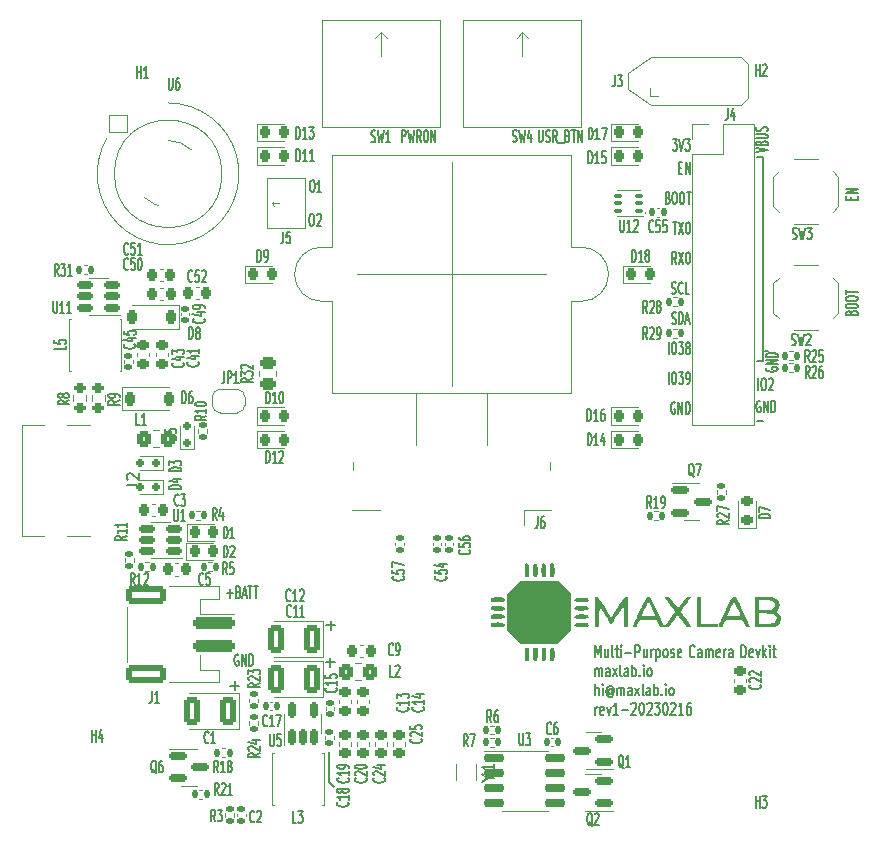
<source format=gto>
%TF.GenerationSoftware,KiCad,Pcbnew,(7.0.0-93-gc189053ee5-dirty)*%
%TF.CreationDate,2023-02-21T15:15:17-08:00*%
%TF.ProjectId,ai-camera,61692d63-616d-4657-9261-2e6b69636164,rev1*%
%TF.SameCoordinates,PX5a995c0PY2aea540*%
%TF.FileFunction,Legend,Top*%
%TF.FilePolarity,Positive*%
%FSLAX46Y46*%
G04 Gerber Fmt 4.6, Leading zero omitted, Abs format (unit mm)*
G04 Created by KiCad (PCBNEW (7.0.0-93-gc189053ee5-dirty)) date 2023-02-21 15:15:17*
%MOMM*%
%LPD*%
G01*
G04 APERTURE LIST*
G04 Aperture macros list*
%AMRoundRect*
0 Rectangle with rounded corners*
0 $1 Rounding radius*
0 $2 $3 $4 $5 $6 $7 $8 $9 X,Y pos of 4 corners*
0 Add a 4 corners polygon primitive as box body*
4,1,4,$2,$3,$4,$5,$6,$7,$8,$9,$2,$3,0*
0 Add four circle primitives for the rounded corners*
1,1,$1+$1,$2,$3*
1,1,$1+$1,$4,$5*
1,1,$1+$1,$6,$7*
1,1,$1+$1,$8,$9*
0 Add four rect primitives between the rounded corners*
20,1,$1+$1,$2,$3,$4,$5,0*
20,1,$1+$1,$4,$5,$6,$7,0*
20,1,$1+$1,$6,$7,$8,$9,0*
20,1,$1+$1,$8,$9,$2,$3,0*%
%AMRotRect*
0 Rectangle, with rotation*
0 The origin of the aperture is its center*
0 $1 length*
0 $2 width*
0 $3 Rotation angle, in degrees counterclockwise*
0 Add horizontal line*
21,1,$1,$2,0,0,$3*%
%AMFreePoly0*
4,1,19,0.500000,-0.750000,0.000000,-0.750000,0.000000,-0.744911,-0.071157,-0.744911,-0.207708,-0.704816,-0.327430,-0.627875,-0.420627,-0.520320,-0.479746,-0.390866,-0.500000,-0.250000,-0.500000,0.250000,-0.479746,0.390866,-0.420627,0.520320,-0.327430,0.627875,-0.207708,0.704816,-0.071157,0.744911,0.000000,0.744911,0.000000,0.750000,0.500000,0.750000,0.500000,-0.750000,0.500000,-0.750000,
$1*%
%AMFreePoly1*
4,1,19,0.000000,0.744911,0.071157,0.744911,0.207708,0.704816,0.327430,0.627875,0.420627,0.520320,0.479746,0.390866,0.500000,0.250000,0.500000,-0.250000,0.479746,-0.390866,0.420627,-0.520320,0.327430,-0.627875,0.207708,-0.704816,0.071157,-0.744911,0.000000,-0.744911,0.000000,-0.750000,-0.500000,-0.750000,-0.500000,0.750000,0.000000,0.750000,0.000000,0.744911,0.000000,0.744911,
$1*%
G04 Aperture macros list end*
%ADD10C,0.177800*%
%ADD11C,0.150000*%
%ADD12C,0.120000*%
%ADD13C,0.200000*%
%ADD14C,0.100000*%
%ADD15R,1.800000X1.000000*%
%ADD16C,0.650000*%
%ADD17R,1.450000X0.600000*%
%ADD18R,1.450000X0.300000*%
%ADD19O,2.100000X1.000000*%
%ADD20O,1.600000X1.000000*%
%ADD21RoundRect,0.225000X-0.225000X-0.250000X0.225000X-0.250000X0.225000X0.250000X-0.225000X0.250000X0*%
%ADD22RoundRect,0.075000X0.250000X0.075000X-0.250000X0.075000X-0.250000X-0.075000X0.250000X-0.075000X0*%
%ADD23C,3.600000*%
%ADD24C,5.600000*%
%ADD25RoundRect,0.150000X-0.725000X-0.150000X0.725000X-0.150000X0.725000X0.150000X-0.725000X0.150000X0*%
%ADD26R,3.700000X1.100000*%
%ADD27RoundRect,0.225000X-0.250000X0.225000X-0.250000X-0.225000X0.250000X-0.225000X0.250000X0.225000X0*%
%ADD28RoundRect,0.200000X0.275000X-0.200000X0.275000X0.200000X-0.275000X0.200000X-0.275000X-0.200000X0*%
%ADD29C,4.000000*%
%ADD30RoundRect,0.140000X-0.140000X-0.170000X0.140000X-0.170000X0.140000X0.170000X-0.140000X0.170000X0*%
%ADD31RoundRect,0.135000X0.135000X0.185000X-0.135000X0.185000X-0.135000X-0.185000X0.135000X-0.185000X0*%
%ADD32RoundRect,0.150000X-0.150000X-0.200000X0.150000X-0.200000X0.150000X0.200000X-0.150000X0.200000X0*%
%ADD33R,1.000000X1.700000*%
%ADD34RoundRect,0.250000X-0.325000X-0.450000X0.325000X-0.450000X0.325000X0.450000X-0.325000X0.450000X0*%
%ADD35RoundRect,0.140000X-0.170000X0.140000X-0.170000X-0.140000X0.170000X-0.140000X0.170000X0.140000X0*%
%ADD36RoundRect,0.218750X0.256250X-0.218750X0.256250X0.218750X-0.256250X0.218750X-0.256250X-0.218750X0*%
%ADD37RoundRect,0.135000X-0.135000X-0.185000X0.135000X-0.185000X0.135000X0.185000X-0.135000X0.185000X0*%
%ADD38RoundRect,0.218750X-0.218750X-0.256250X0.218750X-0.256250X0.218750X0.256250X-0.218750X0.256250X0*%
%ADD39RoundRect,0.250000X0.412500X0.925000X-0.412500X0.925000X-0.412500X-0.925000X0.412500X-0.925000X0*%
%ADD40RoundRect,0.140000X0.170000X-0.140000X0.170000X0.140000X-0.170000X0.140000X-0.170000X-0.140000X0*%
%ADD41C,1.700000*%
%ADD42RoundRect,0.135000X-0.185000X0.135000X-0.185000X-0.135000X0.185000X-0.135000X0.185000X0.135000X0*%
%ADD43RoundRect,0.250000X-1.500000X0.250000X-1.500000X-0.250000X1.500000X-0.250000X1.500000X0.250000X0*%
%ADD44RoundRect,0.250001X-1.449999X0.499999X-1.449999X-0.499999X1.449999X-0.499999X1.449999X0.499999X0*%
%ADD45RoundRect,0.250000X0.325000X0.450000X-0.325000X0.450000X-0.325000X-0.450000X0.325000X-0.450000X0*%
%ADD46FreePoly0,180.000000*%
%ADD47FreePoly1,180.000000*%
%ADD48RoundRect,0.150000X0.512500X0.150000X-0.512500X0.150000X-0.512500X-0.150000X0.512500X-0.150000X0*%
%ADD49R,0.300000X1.300000*%
%ADD50R,1.600000X2.000000*%
%ADD51RoundRect,0.150000X0.587500X0.150000X-0.587500X0.150000X-0.587500X-0.150000X0.587500X-0.150000X0*%
%ADD52RoundRect,0.135000X0.185000X-0.135000X0.185000X0.135000X-0.185000X0.135000X-0.185000X-0.135000X0*%
%ADD53RoundRect,0.150000X-0.200000X0.150000X-0.200000X-0.150000X0.200000X-0.150000X0.200000X0.150000X0*%
%ADD54RoundRect,0.225000X0.225000X0.375000X-0.225000X0.375000X-0.225000X-0.375000X0.225000X-0.375000X0*%
%ADD55C,0.800000*%
%ADD56RoundRect,0.225000X0.250000X-0.225000X0.250000X0.225000X-0.250000X0.225000X-0.250000X-0.225000X0*%
%ADD57RotRect,1.524000X1.524000X45.000000*%
%ADD58C,1.524000*%
%ADD59RoundRect,0.150000X0.150000X-0.512500X0.150000X0.512500X-0.150000X0.512500X-0.150000X-0.512500X0*%
%ADD60R,1.700000X1.700000*%
%ADD61O,1.700000X1.700000*%
%ADD62RoundRect,0.225000X-0.225000X-0.375000X0.225000X-0.375000X0.225000X0.375000X-0.225000X0.375000X0*%
%ADD63RoundRect,0.225000X0.225000X0.250000X-0.225000X0.250000X-0.225000X-0.250000X0.225000X-0.250000X0*%
%ADD64RoundRect,0.150000X-0.587500X-0.150000X0.587500X-0.150000X0.587500X0.150000X-0.587500X0.150000X0*%
%ADD65RoundRect,0.250000X0.450000X-0.262500X0.450000X0.262500X-0.450000X0.262500X-0.450000X-0.262500X0*%
%ADD66C,0.990600*%
%ADD67C,0.787400*%
%ADD68C,0.600000*%
G04 APERTURE END LIST*
D10*
X61388000Y-12112000D02*
X61388000Y-29384000D01*
X61388000Y-29384000D02*
X60880000Y-29384000D01*
X60880000Y-34464000D02*
X61388000Y-34464000D01*
X60880000Y-12112000D02*
X61388000Y-12112000D01*
X24630000Y-65030000D02*
X24630000Y-62470000D01*
X25050000Y-65450000D02*
X24630000Y-65030000D01*
X61750000Y-28500000D02*
X61500000Y-28500000D01*
D11*
X68851571Y-25259427D02*
X68899190Y-25173713D01*
X68899190Y-25173713D02*
X68946809Y-25145142D01*
X68946809Y-25145142D02*
X69042047Y-25116570D01*
X69042047Y-25116570D02*
X69184904Y-25116570D01*
X69184904Y-25116570D02*
X69280142Y-25145142D01*
X69280142Y-25145142D02*
X69327761Y-25173713D01*
X69327761Y-25173713D02*
X69375380Y-25230856D01*
X69375380Y-25230856D02*
X69375380Y-25459427D01*
X69375380Y-25459427D02*
X68375380Y-25459427D01*
X68375380Y-25459427D02*
X68375380Y-25259427D01*
X68375380Y-25259427D02*
X68423000Y-25202285D01*
X68423000Y-25202285D02*
X68470619Y-25173713D01*
X68470619Y-25173713D02*
X68565857Y-25145142D01*
X68565857Y-25145142D02*
X68661095Y-25145142D01*
X68661095Y-25145142D02*
X68756333Y-25173713D01*
X68756333Y-25173713D02*
X68803952Y-25202285D01*
X68803952Y-25202285D02*
X68851571Y-25259427D01*
X68851571Y-25259427D02*
X68851571Y-25459427D01*
X68375380Y-24745142D02*
X68375380Y-24630856D01*
X68375380Y-24630856D02*
X68423000Y-24573713D01*
X68423000Y-24573713D02*
X68518238Y-24516570D01*
X68518238Y-24516570D02*
X68708714Y-24487999D01*
X68708714Y-24487999D02*
X69042047Y-24487999D01*
X69042047Y-24487999D02*
X69232523Y-24516570D01*
X69232523Y-24516570D02*
X69327761Y-24573713D01*
X69327761Y-24573713D02*
X69375380Y-24630856D01*
X69375380Y-24630856D02*
X69375380Y-24745142D01*
X69375380Y-24745142D02*
X69327761Y-24802285D01*
X69327761Y-24802285D02*
X69232523Y-24859427D01*
X69232523Y-24859427D02*
X69042047Y-24887999D01*
X69042047Y-24887999D02*
X68708714Y-24887999D01*
X68708714Y-24887999D02*
X68518238Y-24859427D01*
X68518238Y-24859427D02*
X68423000Y-24802285D01*
X68423000Y-24802285D02*
X68375380Y-24745142D01*
X68375380Y-24116571D02*
X68375380Y-24002285D01*
X68375380Y-24002285D02*
X68423000Y-23945142D01*
X68423000Y-23945142D02*
X68518238Y-23887999D01*
X68518238Y-23887999D02*
X68708714Y-23859428D01*
X68708714Y-23859428D02*
X69042047Y-23859428D01*
X69042047Y-23859428D02*
X69232523Y-23887999D01*
X69232523Y-23887999D02*
X69327761Y-23945142D01*
X69327761Y-23945142D02*
X69375380Y-24002285D01*
X69375380Y-24002285D02*
X69375380Y-24116571D01*
X69375380Y-24116571D02*
X69327761Y-24173714D01*
X69327761Y-24173714D02*
X69232523Y-24230856D01*
X69232523Y-24230856D02*
X69042047Y-24259428D01*
X69042047Y-24259428D02*
X68708714Y-24259428D01*
X68708714Y-24259428D02*
X68518238Y-24230856D01*
X68518238Y-24230856D02*
X68423000Y-24173714D01*
X68423000Y-24173714D02*
X68375380Y-24116571D01*
X68375380Y-23688000D02*
X68375380Y-23345143D01*
X69375380Y-23516571D02*
X68375380Y-23516571D01*
X53658570Y-26147761D02*
X53744285Y-26195380D01*
X53744285Y-26195380D02*
X53887142Y-26195380D01*
X53887142Y-26195380D02*
X53944285Y-26147761D01*
X53944285Y-26147761D02*
X53972856Y-26100142D01*
X53972856Y-26100142D02*
X54001427Y-26004904D01*
X54001427Y-26004904D02*
X54001427Y-25909666D01*
X54001427Y-25909666D02*
X53972856Y-25814428D01*
X53972856Y-25814428D02*
X53944285Y-25766809D01*
X53944285Y-25766809D02*
X53887142Y-25719190D01*
X53887142Y-25719190D02*
X53772856Y-25671571D01*
X53772856Y-25671571D02*
X53715713Y-25623952D01*
X53715713Y-25623952D02*
X53687142Y-25576333D01*
X53687142Y-25576333D02*
X53658570Y-25481095D01*
X53658570Y-25481095D02*
X53658570Y-25385857D01*
X53658570Y-25385857D02*
X53687142Y-25290619D01*
X53687142Y-25290619D02*
X53715713Y-25243000D01*
X53715713Y-25243000D02*
X53772856Y-25195380D01*
X53772856Y-25195380D02*
X53915713Y-25195380D01*
X53915713Y-25195380D02*
X54001427Y-25243000D01*
X54258571Y-26195380D02*
X54258571Y-25195380D01*
X54258571Y-25195380D02*
X54401428Y-25195380D01*
X54401428Y-25195380D02*
X54487142Y-25243000D01*
X54487142Y-25243000D02*
X54544285Y-25338238D01*
X54544285Y-25338238D02*
X54572856Y-25433476D01*
X54572856Y-25433476D02*
X54601428Y-25623952D01*
X54601428Y-25623952D02*
X54601428Y-25766809D01*
X54601428Y-25766809D02*
X54572856Y-25957285D01*
X54572856Y-25957285D02*
X54544285Y-26052523D01*
X54544285Y-26052523D02*
X54487142Y-26147761D01*
X54487142Y-26147761D02*
X54401428Y-26195380D01*
X54401428Y-26195380D02*
X54258571Y-26195380D01*
X54829999Y-25909666D02*
X55115714Y-25909666D01*
X54772856Y-26195380D02*
X54972856Y-25195380D01*
X54972856Y-25195380D02*
X55172856Y-26195380D01*
X53718570Y-10527380D02*
X54089998Y-10527380D01*
X54089998Y-10527380D02*
X53889998Y-10908333D01*
X53889998Y-10908333D02*
X53975713Y-10908333D01*
X53975713Y-10908333D02*
X54032856Y-10955952D01*
X54032856Y-10955952D02*
X54061427Y-11003571D01*
X54061427Y-11003571D02*
X54089998Y-11098809D01*
X54089998Y-11098809D02*
X54089998Y-11336904D01*
X54089998Y-11336904D02*
X54061427Y-11432142D01*
X54061427Y-11432142D02*
X54032856Y-11479761D01*
X54032856Y-11479761D02*
X53975713Y-11527380D01*
X53975713Y-11527380D02*
X53804284Y-11527380D01*
X53804284Y-11527380D02*
X53747141Y-11479761D01*
X53747141Y-11479761D02*
X53718570Y-11432142D01*
X54261427Y-10527380D02*
X54461427Y-11527380D01*
X54461427Y-11527380D02*
X54661427Y-10527380D01*
X54804285Y-10527380D02*
X55175713Y-10527380D01*
X55175713Y-10527380D02*
X54975713Y-10908333D01*
X54975713Y-10908333D02*
X55061428Y-10908333D01*
X55061428Y-10908333D02*
X55118571Y-10955952D01*
X55118571Y-10955952D02*
X55147142Y-11003571D01*
X55147142Y-11003571D02*
X55175713Y-11098809D01*
X55175713Y-11098809D02*
X55175713Y-11336904D01*
X55175713Y-11336904D02*
X55147142Y-11432142D01*
X55147142Y-11432142D02*
X55118571Y-11479761D01*
X55118571Y-11479761D02*
X55061428Y-11527380D01*
X55061428Y-11527380D02*
X54889999Y-11527380D01*
X54889999Y-11527380D02*
X54832856Y-11479761D01*
X54832856Y-11479761D02*
X54804285Y-11432142D01*
X61152857Y-32745000D02*
X61095715Y-32697380D01*
X61095715Y-32697380D02*
X61010000Y-32697380D01*
X61010000Y-32697380D02*
X60924286Y-32745000D01*
X60924286Y-32745000D02*
X60867143Y-32840238D01*
X60867143Y-32840238D02*
X60838572Y-32935476D01*
X60838572Y-32935476D02*
X60810000Y-33125952D01*
X60810000Y-33125952D02*
X60810000Y-33268809D01*
X60810000Y-33268809D02*
X60838572Y-33459285D01*
X60838572Y-33459285D02*
X60867143Y-33554523D01*
X60867143Y-33554523D02*
X60924286Y-33649761D01*
X60924286Y-33649761D02*
X61010000Y-33697380D01*
X61010000Y-33697380D02*
X61067143Y-33697380D01*
X61067143Y-33697380D02*
X61152857Y-33649761D01*
X61152857Y-33649761D02*
X61181429Y-33602142D01*
X61181429Y-33602142D02*
X61181429Y-33268809D01*
X61181429Y-33268809D02*
X61067143Y-33268809D01*
X61438572Y-33697380D02*
X61438572Y-32697380D01*
X61438572Y-32697380D02*
X61781429Y-33697380D01*
X61781429Y-33697380D02*
X61781429Y-32697380D01*
X62067143Y-33697380D02*
X62067143Y-32697380D01*
X62067143Y-32697380D02*
X62210000Y-32697380D01*
X62210000Y-32697380D02*
X62295714Y-32745000D01*
X62295714Y-32745000D02*
X62352857Y-32840238D01*
X62352857Y-32840238D02*
X62381428Y-32935476D01*
X62381428Y-32935476D02*
X62410000Y-33125952D01*
X62410000Y-33125952D02*
X62410000Y-33268809D01*
X62410000Y-33268809D02*
X62381428Y-33459285D01*
X62381428Y-33459285D02*
X62352857Y-33554523D01*
X62352857Y-33554523D02*
X62295714Y-33649761D01*
X62295714Y-33649761D02*
X62210000Y-33697380D01*
X62210000Y-33697380D02*
X62067143Y-33697380D01*
X54263429Y-12971571D02*
X54463429Y-12971571D01*
X54549143Y-13495380D02*
X54263429Y-13495380D01*
X54263429Y-13495380D02*
X54263429Y-12495380D01*
X54263429Y-12495380D02*
X54549143Y-12495380D01*
X54806286Y-13495380D02*
X54806286Y-12495380D01*
X54806286Y-12495380D02*
X55149143Y-13495380D01*
X55149143Y-13495380D02*
X55149143Y-12495380D01*
X23107142Y-16892380D02*
X23221428Y-16892380D01*
X23221428Y-16892380D02*
X23278571Y-16940000D01*
X23278571Y-16940000D02*
X23335714Y-17035238D01*
X23335714Y-17035238D02*
X23364285Y-17225714D01*
X23364285Y-17225714D02*
X23364285Y-17559047D01*
X23364285Y-17559047D02*
X23335714Y-17749523D01*
X23335714Y-17749523D02*
X23278571Y-17844761D01*
X23278571Y-17844761D02*
X23221428Y-17892380D01*
X23221428Y-17892380D02*
X23107142Y-17892380D01*
X23107142Y-17892380D02*
X23050000Y-17844761D01*
X23050000Y-17844761D02*
X22992857Y-17749523D01*
X22992857Y-17749523D02*
X22964285Y-17559047D01*
X22964285Y-17559047D02*
X22964285Y-17225714D01*
X22964285Y-17225714D02*
X22992857Y-17035238D01*
X22992857Y-17035238D02*
X23050000Y-16940000D01*
X23050000Y-16940000D02*
X23107142Y-16892380D01*
X23592856Y-16987619D02*
X23621428Y-16940000D01*
X23621428Y-16940000D02*
X23678571Y-16892380D01*
X23678571Y-16892380D02*
X23821428Y-16892380D01*
X23821428Y-16892380D02*
X23878571Y-16940000D01*
X23878571Y-16940000D02*
X23907142Y-16987619D01*
X23907142Y-16987619D02*
X23935713Y-17082857D01*
X23935713Y-17082857D02*
X23935713Y-17178095D01*
X23935713Y-17178095D02*
X23907142Y-17320952D01*
X23907142Y-17320952D02*
X23564285Y-17892380D01*
X23564285Y-17892380D02*
X23935713Y-17892380D01*
X60755380Y-11688000D02*
X61755380Y-11488000D01*
X61755380Y-11488000D02*
X60755380Y-11288000D01*
X61231571Y-10887999D02*
X61279190Y-10802285D01*
X61279190Y-10802285D02*
X61326809Y-10773714D01*
X61326809Y-10773714D02*
X61422047Y-10745142D01*
X61422047Y-10745142D02*
X61564904Y-10745142D01*
X61564904Y-10745142D02*
X61660142Y-10773714D01*
X61660142Y-10773714D02*
X61707761Y-10802285D01*
X61707761Y-10802285D02*
X61755380Y-10859428D01*
X61755380Y-10859428D02*
X61755380Y-11087999D01*
X61755380Y-11087999D02*
X60755380Y-11087999D01*
X60755380Y-11087999D02*
X60755380Y-10887999D01*
X60755380Y-10887999D02*
X60803000Y-10830857D01*
X60803000Y-10830857D02*
X60850619Y-10802285D01*
X60850619Y-10802285D02*
X60945857Y-10773714D01*
X60945857Y-10773714D02*
X61041095Y-10773714D01*
X61041095Y-10773714D02*
X61136333Y-10802285D01*
X61136333Y-10802285D02*
X61183952Y-10830857D01*
X61183952Y-10830857D02*
X61231571Y-10887999D01*
X61231571Y-10887999D02*
X61231571Y-11087999D01*
X60755380Y-10487999D02*
X61564904Y-10487999D01*
X61564904Y-10487999D02*
X61660142Y-10459428D01*
X61660142Y-10459428D02*
X61707761Y-10430857D01*
X61707761Y-10430857D02*
X61755380Y-10373714D01*
X61755380Y-10373714D02*
X61755380Y-10259428D01*
X61755380Y-10259428D02*
X61707761Y-10202285D01*
X61707761Y-10202285D02*
X61660142Y-10173714D01*
X61660142Y-10173714D02*
X61564904Y-10145142D01*
X61564904Y-10145142D02*
X60755380Y-10145142D01*
X61707761Y-9888000D02*
X61755380Y-9802286D01*
X61755380Y-9802286D02*
X61755380Y-9659428D01*
X61755380Y-9659428D02*
X61707761Y-9602286D01*
X61707761Y-9602286D02*
X61660142Y-9573714D01*
X61660142Y-9573714D02*
X61564904Y-9545143D01*
X61564904Y-9545143D02*
X61469666Y-9545143D01*
X61469666Y-9545143D02*
X61374428Y-9573714D01*
X61374428Y-9573714D02*
X61326809Y-9602286D01*
X61326809Y-9602286D02*
X61279190Y-9659428D01*
X61279190Y-9659428D02*
X61231571Y-9773714D01*
X61231571Y-9773714D02*
X61183952Y-9830857D01*
X61183952Y-9830857D02*
X61136333Y-9859428D01*
X61136333Y-9859428D02*
X61041095Y-9888000D01*
X61041095Y-9888000D02*
X60945857Y-9888000D01*
X60945857Y-9888000D02*
X60850619Y-9859428D01*
X60850619Y-9859428D02*
X60803000Y-9830857D01*
X60803000Y-9830857D02*
X60755380Y-9773714D01*
X60755380Y-9773714D02*
X60755380Y-9630857D01*
X60755380Y-9630857D02*
X60803000Y-9545143D01*
X68851571Y-15680570D02*
X68851571Y-15480570D01*
X69375380Y-15394856D02*
X69375380Y-15680570D01*
X69375380Y-15680570D02*
X68375380Y-15680570D01*
X68375380Y-15680570D02*
X68375380Y-15394856D01*
X69375380Y-15137713D02*
X68375380Y-15137713D01*
X68375380Y-15137713D02*
X69375380Y-14794856D01*
X69375380Y-14794856D02*
X68375380Y-14794856D01*
X53377714Y-31275380D02*
X53377714Y-30275380D01*
X53777713Y-30275380D02*
X53891999Y-30275380D01*
X53891999Y-30275380D02*
X53949142Y-30323000D01*
X53949142Y-30323000D02*
X54006285Y-30418238D01*
X54006285Y-30418238D02*
X54034856Y-30608714D01*
X54034856Y-30608714D02*
X54034856Y-30942047D01*
X54034856Y-30942047D02*
X54006285Y-31132523D01*
X54006285Y-31132523D02*
X53949142Y-31227761D01*
X53949142Y-31227761D02*
X53891999Y-31275380D01*
X53891999Y-31275380D02*
X53777713Y-31275380D01*
X53777713Y-31275380D02*
X53720571Y-31227761D01*
X53720571Y-31227761D02*
X53663428Y-31132523D01*
X53663428Y-31132523D02*
X53634856Y-30942047D01*
X53634856Y-30942047D02*
X53634856Y-30608714D01*
X53634856Y-30608714D02*
X53663428Y-30418238D01*
X53663428Y-30418238D02*
X53720571Y-30323000D01*
X53720571Y-30323000D02*
X53777713Y-30275380D01*
X54234856Y-30275380D02*
X54606284Y-30275380D01*
X54606284Y-30275380D02*
X54406284Y-30656333D01*
X54406284Y-30656333D02*
X54491999Y-30656333D01*
X54491999Y-30656333D02*
X54549142Y-30703952D01*
X54549142Y-30703952D02*
X54577713Y-30751571D01*
X54577713Y-30751571D02*
X54606284Y-30846809D01*
X54606284Y-30846809D02*
X54606284Y-31084904D01*
X54606284Y-31084904D02*
X54577713Y-31180142D01*
X54577713Y-31180142D02*
X54549142Y-31227761D01*
X54549142Y-31227761D02*
X54491999Y-31275380D01*
X54491999Y-31275380D02*
X54320570Y-31275380D01*
X54320570Y-31275380D02*
X54263427Y-31227761D01*
X54263427Y-31227761D02*
X54234856Y-31180142D01*
X54891999Y-31275380D02*
X55006285Y-31275380D01*
X55006285Y-31275380D02*
X55063428Y-31227761D01*
X55063428Y-31227761D02*
X55091999Y-31180142D01*
X55091999Y-31180142D02*
X55149142Y-31037285D01*
X55149142Y-31037285D02*
X55177713Y-30846809D01*
X55177713Y-30846809D02*
X55177713Y-30465857D01*
X55177713Y-30465857D02*
X55149142Y-30370619D01*
X55149142Y-30370619D02*
X55120571Y-30323000D01*
X55120571Y-30323000D02*
X55063428Y-30275380D01*
X55063428Y-30275380D02*
X54949142Y-30275380D01*
X54949142Y-30275380D02*
X54891999Y-30323000D01*
X54891999Y-30323000D02*
X54863428Y-30370619D01*
X54863428Y-30370619D02*
X54834856Y-30465857D01*
X54834856Y-30465857D02*
X54834856Y-30703952D01*
X54834856Y-30703952D02*
X54863428Y-30799190D01*
X54863428Y-30799190D02*
X54891999Y-30846809D01*
X54891999Y-30846809D02*
X54949142Y-30894428D01*
X54949142Y-30894428D02*
X55063428Y-30894428D01*
X55063428Y-30894428D02*
X55120571Y-30846809D01*
X55120571Y-30846809D02*
X55149142Y-30799190D01*
X55149142Y-30799190D02*
X55177713Y-30703952D01*
X60980000Y-31817380D02*
X60980000Y-30817380D01*
X61379999Y-30817380D02*
X61494285Y-30817380D01*
X61494285Y-30817380D02*
X61551428Y-30865000D01*
X61551428Y-30865000D02*
X61608571Y-30960238D01*
X61608571Y-30960238D02*
X61637142Y-31150714D01*
X61637142Y-31150714D02*
X61637142Y-31484047D01*
X61637142Y-31484047D02*
X61608571Y-31674523D01*
X61608571Y-31674523D02*
X61551428Y-31769761D01*
X61551428Y-31769761D02*
X61494285Y-31817380D01*
X61494285Y-31817380D02*
X61379999Y-31817380D01*
X61379999Y-31817380D02*
X61322857Y-31769761D01*
X61322857Y-31769761D02*
X61265714Y-31674523D01*
X61265714Y-31674523D02*
X61237142Y-31484047D01*
X61237142Y-31484047D02*
X61237142Y-31150714D01*
X61237142Y-31150714D02*
X61265714Y-30960238D01*
X61265714Y-30960238D02*
X61322857Y-30865000D01*
X61322857Y-30865000D02*
X61379999Y-30817380D01*
X61865713Y-30912619D02*
X61894285Y-30865000D01*
X61894285Y-30865000D02*
X61951428Y-30817380D01*
X61951428Y-30817380D02*
X62094285Y-30817380D01*
X62094285Y-30817380D02*
X62151428Y-30865000D01*
X62151428Y-30865000D02*
X62179999Y-30912619D01*
X62179999Y-30912619D02*
X62208570Y-31007857D01*
X62208570Y-31007857D02*
X62208570Y-31103095D01*
X62208570Y-31103095D02*
X62179999Y-31245952D01*
X62179999Y-31245952D02*
X61837142Y-31817380D01*
X61837142Y-31817380D02*
X62208570Y-31817380D01*
X53637142Y-23624761D02*
X53722857Y-23672380D01*
X53722857Y-23672380D02*
X53865714Y-23672380D01*
X53865714Y-23672380D02*
X53922857Y-23624761D01*
X53922857Y-23624761D02*
X53951428Y-23577142D01*
X53951428Y-23577142D02*
X53979999Y-23481904D01*
X53979999Y-23481904D02*
X53979999Y-23386666D01*
X53979999Y-23386666D02*
X53951428Y-23291428D01*
X53951428Y-23291428D02*
X53922857Y-23243809D01*
X53922857Y-23243809D02*
X53865714Y-23196190D01*
X53865714Y-23196190D02*
X53751428Y-23148571D01*
X53751428Y-23148571D02*
X53694285Y-23100952D01*
X53694285Y-23100952D02*
X53665714Y-23053333D01*
X53665714Y-23053333D02*
X53637142Y-22958095D01*
X53637142Y-22958095D02*
X53637142Y-22862857D01*
X53637142Y-22862857D02*
X53665714Y-22767619D01*
X53665714Y-22767619D02*
X53694285Y-22720000D01*
X53694285Y-22720000D02*
X53751428Y-22672380D01*
X53751428Y-22672380D02*
X53894285Y-22672380D01*
X53894285Y-22672380D02*
X53979999Y-22720000D01*
X54580000Y-23577142D02*
X54551428Y-23624761D01*
X54551428Y-23624761D02*
X54465714Y-23672380D01*
X54465714Y-23672380D02*
X54408571Y-23672380D01*
X54408571Y-23672380D02*
X54322857Y-23624761D01*
X54322857Y-23624761D02*
X54265714Y-23529523D01*
X54265714Y-23529523D02*
X54237143Y-23434285D01*
X54237143Y-23434285D02*
X54208571Y-23243809D01*
X54208571Y-23243809D02*
X54208571Y-23100952D01*
X54208571Y-23100952D02*
X54237143Y-22910476D01*
X54237143Y-22910476D02*
X54265714Y-22815238D01*
X54265714Y-22815238D02*
X54322857Y-22720000D01*
X54322857Y-22720000D02*
X54408571Y-22672380D01*
X54408571Y-22672380D02*
X54465714Y-22672380D01*
X54465714Y-22672380D02*
X54551428Y-22720000D01*
X54551428Y-22720000D02*
X54580000Y-22767619D01*
X55122857Y-23672380D02*
X54837143Y-23672380D01*
X54837143Y-23672380D02*
X54837143Y-22672380D01*
X53320572Y-15511571D02*
X53406286Y-15559190D01*
X53406286Y-15559190D02*
X53434857Y-15606809D01*
X53434857Y-15606809D02*
X53463429Y-15702047D01*
X53463429Y-15702047D02*
X53463429Y-15844904D01*
X53463429Y-15844904D02*
X53434857Y-15940142D01*
X53434857Y-15940142D02*
X53406286Y-15987761D01*
X53406286Y-15987761D02*
X53349143Y-16035380D01*
X53349143Y-16035380D02*
X53120572Y-16035380D01*
X53120572Y-16035380D02*
X53120572Y-15035380D01*
X53120572Y-15035380D02*
X53320572Y-15035380D01*
X53320572Y-15035380D02*
X53377715Y-15083000D01*
X53377715Y-15083000D02*
X53406286Y-15130619D01*
X53406286Y-15130619D02*
X53434857Y-15225857D01*
X53434857Y-15225857D02*
X53434857Y-15321095D01*
X53434857Y-15321095D02*
X53406286Y-15416333D01*
X53406286Y-15416333D02*
X53377715Y-15463952D01*
X53377715Y-15463952D02*
X53320572Y-15511571D01*
X53320572Y-15511571D02*
X53120572Y-15511571D01*
X53834857Y-15035380D02*
X53949143Y-15035380D01*
X53949143Y-15035380D02*
X54006286Y-15083000D01*
X54006286Y-15083000D02*
X54063429Y-15178238D01*
X54063429Y-15178238D02*
X54092000Y-15368714D01*
X54092000Y-15368714D02*
X54092000Y-15702047D01*
X54092000Y-15702047D02*
X54063429Y-15892523D01*
X54063429Y-15892523D02*
X54006286Y-15987761D01*
X54006286Y-15987761D02*
X53949143Y-16035380D01*
X53949143Y-16035380D02*
X53834857Y-16035380D01*
X53834857Y-16035380D02*
X53777715Y-15987761D01*
X53777715Y-15987761D02*
X53720572Y-15892523D01*
X53720572Y-15892523D02*
X53692000Y-15702047D01*
X53692000Y-15702047D02*
X53692000Y-15368714D01*
X53692000Y-15368714D02*
X53720572Y-15178238D01*
X53720572Y-15178238D02*
X53777715Y-15083000D01*
X53777715Y-15083000D02*
X53834857Y-15035380D01*
X54463428Y-15035380D02*
X54577714Y-15035380D01*
X54577714Y-15035380D02*
X54634857Y-15083000D01*
X54634857Y-15083000D02*
X54692000Y-15178238D01*
X54692000Y-15178238D02*
X54720571Y-15368714D01*
X54720571Y-15368714D02*
X54720571Y-15702047D01*
X54720571Y-15702047D02*
X54692000Y-15892523D01*
X54692000Y-15892523D02*
X54634857Y-15987761D01*
X54634857Y-15987761D02*
X54577714Y-16035380D01*
X54577714Y-16035380D02*
X54463428Y-16035380D01*
X54463428Y-16035380D02*
X54406286Y-15987761D01*
X54406286Y-15987761D02*
X54349143Y-15892523D01*
X54349143Y-15892523D02*
X54320571Y-15702047D01*
X54320571Y-15702047D02*
X54320571Y-15368714D01*
X54320571Y-15368714D02*
X54349143Y-15178238D01*
X54349143Y-15178238D02*
X54406286Y-15083000D01*
X54406286Y-15083000D02*
X54463428Y-15035380D01*
X54891999Y-15035380D02*
X55234857Y-15035380D01*
X55063428Y-16035380D02*
X55063428Y-15035380D01*
X47166666Y-54427380D02*
X47166666Y-53427380D01*
X47166666Y-53427380D02*
X47400000Y-54141666D01*
X47400000Y-54141666D02*
X47633333Y-53427380D01*
X47633333Y-53427380D02*
X47633333Y-54427380D01*
X48266666Y-53760714D02*
X48266666Y-54427380D01*
X47966666Y-53760714D02*
X47966666Y-54284523D01*
X47966666Y-54284523D02*
X48000000Y-54379761D01*
X48000000Y-54379761D02*
X48066666Y-54427380D01*
X48066666Y-54427380D02*
X48166666Y-54427380D01*
X48166666Y-54427380D02*
X48233333Y-54379761D01*
X48233333Y-54379761D02*
X48266666Y-54332142D01*
X48699999Y-54427380D02*
X48633333Y-54379761D01*
X48633333Y-54379761D02*
X48599999Y-54284523D01*
X48599999Y-54284523D02*
X48599999Y-53427380D01*
X48866666Y-53760714D02*
X49133333Y-53760714D01*
X48966666Y-53427380D02*
X48966666Y-54284523D01*
X48966666Y-54284523D02*
X49000000Y-54379761D01*
X49000000Y-54379761D02*
X49066666Y-54427380D01*
X49066666Y-54427380D02*
X49133333Y-54427380D01*
X49366666Y-54427380D02*
X49366666Y-53760714D01*
X49366666Y-53427380D02*
X49333333Y-53475000D01*
X49333333Y-53475000D02*
X49366666Y-53522619D01*
X49366666Y-53522619D02*
X49400000Y-53475000D01*
X49400000Y-53475000D02*
X49366666Y-53427380D01*
X49366666Y-53427380D02*
X49366666Y-53522619D01*
X49699999Y-54046428D02*
X50233333Y-54046428D01*
X50566666Y-54427380D02*
X50566666Y-53427380D01*
X50566666Y-53427380D02*
X50833333Y-53427380D01*
X50833333Y-53427380D02*
X50900000Y-53475000D01*
X50900000Y-53475000D02*
X50933333Y-53522619D01*
X50933333Y-53522619D02*
X50966666Y-53617857D01*
X50966666Y-53617857D02*
X50966666Y-53760714D01*
X50966666Y-53760714D02*
X50933333Y-53855952D01*
X50933333Y-53855952D02*
X50900000Y-53903571D01*
X50900000Y-53903571D02*
X50833333Y-53951190D01*
X50833333Y-53951190D02*
X50566666Y-53951190D01*
X51566666Y-53760714D02*
X51566666Y-54427380D01*
X51266666Y-53760714D02*
X51266666Y-54284523D01*
X51266666Y-54284523D02*
X51300000Y-54379761D01*
X51300000Y-54379761D02*
X51366666Y-54427380D01*
X51366666Y-54427380D02*
X51466666Y-54427380D01*
X51466666Y-54427380D02*
X51533333Y-54379761D01*
X51533333Y-54379761D02*
X51566666Y-54332142D01*
X51899999Y-54427380D02*
X51899999Y-53760714D01*
X51899999Y-53951190D02*
X51933333Y-53855952D01*
X51933333Y-53855952D02*
X51966666Y-53808333D01*
X51966666Y-53808333D02*
X52033333Y-53760714D01*
X52033333Y-53760714D02*
X52099999Y-53760714D01*
X52333332Y-53760714D02*
X52333332Y-54760714D01*
X52333332Y-53808333D02*
X52399999Y-53760714D01*
X52399999Y-53760714D02*
X52533332Y-53760714D01*
X52533332Y-53760714D02*
X52599999Y-53808333D01*
X52599999Y-53808333D02*
X52633332Y-53855952D01*
X52633332Y-53855952D02*
X52666666Y-53951190D01*
X52666666Y-53951190D02*
X52666666Y-54236904D01*
X52666666Y-54236904D02*
X52633332Y-54332142D01*
X52633332Y-54332142D02*
X52599999Y-54379761D01*
X52599999Y-54379761D02*
X52533332Y-54427380D01*
X52533332Y-54427380D02*
X52399999Y-54427380D01*
X52399999Y-54427380D02*
X52333332Y-54379761D01*
X53066665Y-54427380D02*
X52999999Y-54379761D01*
X52999999Y-54379761D02*
X52966665Y-54332142D01*
X52966665Y-54332142D02*
X52933332Y-54236904D01*
X52933332Y-54236904D02*
X52933332Y-53951190D01*
X52933332Y-53951190D02*
X52966665Y-53855952D01*
X52966665Y-53855952D02*
X52999999Y-53808333D01*
X52999999Y-53808333D02*
X53066665Y-53760714D01*
X53066665Y-53760714D02*
X53166665Y-53760714D01*
X53166665Y-53760714D02*
X53233332Y-53808333D01*
X53233332Y-53808333D02*
X53266665Y-53855952D01*
X53266665Y-53855952D02*
X53299999Y-53951190D01*
X53299999Y-53951190D02*
X53299999Y-54236904D01*
X53299999Y-54236904D02*
X53266665Y-54332142D01*
X53266665Y-54332142D02*
X53233332Y-54379761D01*
X53233332Y-54379761D02*
X53166665Y-54427380D01*
X53166665Y-54427380D02*
X53066665Y-54427380D01*
X53566665Y-54379761D02*
X53633332Y-54427380D01*
X53633332Y-54427380D02*
X53766665Y-54427380D01*
X53766665Y-54427380D02*
X53833332Y-54379761D01*
X53833332Y-54379761D02*
X53866665Y-54284523D01*
X53866665Y-54284523D02*
X53866665Y-54236904D01*
X53866665Y-54236904D02*
X53833332Y-54141666D01*
X53833332Y-54141666D02*
X53766665Y-54094047D01*
X53766665Y-54094047D02*
X53666665Y-54094047D01*
X53666665Y-54094047D02*
X53599998Y-54046428D01*
X53599998Y-54046428D02*
X53566665Y-53951190D01*
X53566665Y-53951190D02*
X53566665Y-53903571D01*
X53566665Y-53903571D02*
X53599998Y-53808333D01*
X53599998Y-53808333D02*
X53666665Y-53760714D01*
X53666665Y-53760714D02*
X53766665Y-53760714D01*
X53766665Y-53760714D02*
X53833332Y-53808333D01*
X54433332Y-54379761D02*
X54366665Y-54427380D01*
X54366665Y-54427380D02*
X54233332Y-54427380D01*
X54233332Y-54427380D02*
X54166665Y-54379761D01*
X54166665Y-54379761D02*
X54133332Y-54284523D01*
X54133332Y-54284523D02*
X54133332Y-53903571D01*
X54133332Y-53903571D02*
X54166665Y-53808333D01*
X54166665Y-53808333D02*
X54233332Y-53760714D01*
X54233332Y-53760714D02*
X54366665Y-53760714D01*
X54366665Y-53760714D02*
X54433332Y-53808333D01*
X54433332Y-53808333D02*
X54466665Y-53903571D01*
X54466665Y-53903571D02*
X54466665Y-53998809D01*
X54466665Y-53998809D02*
X54133332Y-54094047D01*
X55586665Y-54332142D02*
X55553332Y-54379761D01*
X55553332Y-54379761D02*
X55453332Y-54427380D01*
X55453332Y-54427380D02*
X55386665Y-54427380D01*
X55386665Y-54427380D02*
X55286665Y-54379761D01*
X55286665Y-54379761D02*
X55219999Y-54284523D01*
X55219999Y-54284523D02*
X55186665Y-54189285D01*
X55186665Y-54189285D02*
X55153332Y-53998809D01*
X55153332Y-53998809D02*
X55153332Y-53855952D01*
X55153332Y-53855952D02*
X55186665Y-53665476D01*
X55186665Y-53665476D02*
X55219999Y-53570238D01*
X55219999Y-53570238D02*
X55286665Y-53475000D01*
X55286665Y-53475000D02*
X55386665Y-53427380D01*
X55386665Y-53427380D02*
X55453332Y-53427380D01*
X55453332Y-53427380D02*
X55553332Y-53475000D01*
X55553332Y-53475000D02*
X55586665Y-53522619D01*
X56186665Y-54427380D02*
X56186665Y-53903571D01*
X56186665Y-53903571D02*
X56153332Y-53808333D01*
X56153332Y-53808333D02*
X56086665Y-53760714D01*
X56086665Y-53760714D02*
X55953332Y-53760714D01*
X55953332Y-53760714D02*
X55886665Y-53808333D01*
X56186665Y-54379761D02*
X56119999Y-54427380D01*
X56119999Y-54427380D02*
X55953332Y-54427380D01*
X55953332Y-54427380D02*
X55886665Y-54379761D01*
X55886665Y-54379761D02*
X55853332Y-54284523D01*
X55853332Y-54284523D02*
X55853332Y-54189285D01*
X55853332Y-54189285D02*
X55886665Y-54094047D01*
X55886665Y-54094047D02*
X55953332Y-54046428D01*
X55953332Y-54046428D02*
X56119999Y-54046428D01*
X56119999Y-54046428D02*
X56186665Y-53998809D01*
X56519998Y-54427380D02*
X56519998Y-53760714D01*
X56519998Y-53855952D02*
X56553332Y-53808333D01*
X56553332Y-53808333D02*
X56619998Y-53760714D01*
X56619998Y-53760714D02*
X56719998Y-53760714D01*
X56719998Y-53760714D02*
X56786665Y-53808333D01*
X56786665Y-53808333D02*
X56819998Y-53903571D01*
X56819998Y-53903571D02*
X56819998Y-54427380D01*
X56819998Y-53903571D02*
X56853332Y-53808333D01*
X56853332Y-53808333D02*
X56919998Y-53760714D01*
X56919998Y-53760714D02*
X57019998Y-53760714D01*
X57019998Y-53760714D02*
X57086665Y-53808333D01*
X57086665Y-53808333D02*
X57119998Y-53903571D01*
X57119998Y-53903571D02*
X57119998Y-54427380D01*
X57719998Y-54379761D02*
X57653331Y-54427380D01*
X57653331Y-54427380D02*
X57519998Y-54427380D01*
X57519998Y-54427380D02*
X57453331Y-54379761D01*
X57453331Y-54379761D02*
X57419998Y-54284523D01*
X57419998Y-54284523D02*
X57419998Y-53903571D01*
X57419998Y-53903571D02*
X57453331Y-53808333D01*
X57453331Y-53808333D02*
X57519998Y-53760714D01*
X57519998Y-53760714D02*
X57653331Y-53760714D01*
X57653331Y-53760714D02*
X57719998Y-53808333D01*
X57719998Y-53808333D02*
X57753331Y-53903571D01*
X57753331Y-53903571D02*
X57753331Y-53998809D01*
X57753331Y-53998809D02*
X57419998Y-54094047D01*
X58053331Y-54427380D02*
X58053331Y-53760714D01*
X58053331Y-53951190D02*
X58086665Y-53855952D01*
X58086665Y-53855952D02*
X58119998Y-53808333D01*
X58119998Y-53808333D02*
X58186665Y-53760714D01*
X58186665Y-53760714D02*
X58253331Y-53760714D01*
X58786664Y-54427380D02*
X58786664Y-53903571D01*
X58786664Y-53903571D02*
X58753331Y-53808333D01*
X58753331Y-53808333D02*
X58686664Y-53760714D01*
X58686664Y-53760714D02*
X58553331Y-53760714D01*
X58553331Y-53760714D02*
X58486664Y-53808333D01*
X58786664Y-54379761D02*
X58719998Y-54427380D01*
X58719998Y-54427380D02*
X58553331Y-54427380D01*
X58553331Y-54427380D02*
X58486664Y-54379761D01*
X58486664Y-54379761D02*
X58453331Y-54284523D01*
X58453331Y-54284523D02*
X58453331Y-54189285D01*
X58453331Y-54189285D02*
X58486664Y-54094047D01*
X58486664Y-54094047D02*
X58553331Y-54046428D01*
X58553331Y-54046428D02*
X58719998Y-54046428D01*
X58719998Y-54046428D02*
X58786664Y-53998809D01*
X59539997Y-54427380D02*
X59539997Y-53427380D01*
X59539997Y-53427380D02*
X59706664Y-53427380D01*
X59706664Y-53427380D02*
X59806664Y-53475000D01*
X59806664Y-53475000D02*
X59873331Y-53570238D01*
X59873331Y-53570238D02*
X59906664Y-53665476D01*
X59906664Y-53665476D02*
X59939997Y-53855952D01*
X59939997Y-53855952D02*
X59939997Y-53998809D01*
X59939997Y-53998809D02*
X59906664Y-54189285D01*
X59906664Y-54189285D02*
X59873331Y-54284523D01*
X59873331Y-54284523D02*
X59806664Y-54379761D01*
X59806664Y-54379761D02*
X59706664Y-54427380D01*
X59706664Y-54427380D02*
X59539997Y-54427380D01*
X60506664Y-54379761D02*
X60439997Y-54427380D01*
X60439997Y-54427380D02*
X60306664Y-54427380D01*
X60306664Y-54427380D02*
X60239997Y-54379761D01*
X60239997Y-54379761D02*
X60206664Y-54284523D01*
X60206664Y-54284523D02*
X60206664Y-53903571D01*
X60206664Y-53903571D02*
X60239997Y-53808333D01*
X60239997Y-53808333D02*
X60306664Y-53760714D01*
X60306664Y-53760714D02*
X60439997Y-53760714D01*
X60439997Y-53760714D02*
X60506664Y-53808333D01*
X60506664Y-53808333D02*
X60539997Y-53903571D01*
X60539997Y-53903571D02*
X60539997Y-53998809D01*
X60539997Y-53998809D02*
X60206664Y-54094047D01*
X60773331Y-53760714D02*
X60939997Y-54427380D01*
X60939997Y-54427380D02*
X61106664Y-53760714D01*
X61373330Y-54427380D02*
X61373330Y-53427380D01*
X61439997Y-54046428D02*
X61639997Y-54427380D01*
X61639997Y-53760714D02*
X61373330Y-54141666D01*
X61939997Y-54427380D02*
X61939997Y-53760714D01*
X61939997Y-53427380D02*
X61906664Y-53475000D01*
X61906664Y-53475000D02*
X61939997Y-53522619D01*
X61939997Y-53522619D02*
X61973331Y-53475000D01*
X61973331Y-53475000D02*
X61939997Y-53427380D01*
X61939997Y-53427380D02*
X61939997Y-53522619D01*
X62173330Y-53760714D02*
X62439997Y-53760714D01*
X62273330Y-53427380D02*
X62273330Y-54284523D01*
X62273330Y-54284523D02*
X62306664Y-54379761D01*
X62306664Y-54379761D02*
X62373330Y-54427380D01*
X62373330Y-54427380D02*
X62439997Y-54427380D01*
X47166666Y-56047380D02*
X47166666Y-55380714D01*
X47166666Y-55475952D02*
X47200000Y-55428333D01*
X47200000Y-55428333D02*
X47266666Y-55380714D01*
X47266666Y-55380714D02*
X47366666Y-55380714D01*
X47366666Y-55380714D02*
X47433333Y-55428333D01*
X47433333Y-55428333D02*
X47466666Y-55523571D01*
X47466666Y-55523571D02*
X47466666Y-56047380D01*
X47466666Y-55523571D02*
X47500000Y-55428333D01*
X47500000Y-55428333D02*
X47566666Y-55380714D01*
X47566666Y-55380714D02*
X47666666Y-55380714D01*
X47666666Y-55380714D02*
X47733333Y-55428333D01*
X47733333Y-55428333D02*
X47766666Y-55523571D01*
X47766666Y-55523571D02*
X47766666Y-56047380D01*
X48399999Y-56047380D02*
X48399999Y-55523571D01*
X48399999Y-55523571D02*
X48366666Y-55428333D01*
X48366666Y-55428333D02*
X48299999Y-55380714D01*
X48299999Y-55380714D02*
X48166666Y-55380714D01*
X48166666Y-55380714D02*
X48099999Y-55428333D01*
X48399999Y-55999761D02*
X48333333Y-56047380D01*
X48333333Y-56047380D02*
X48166666Y-56047380D01*
X48166666Y-56047380D02*
X48099999Y-55999761D01*
X48099999Y-55999761D02*
X48066666Y-55904523D01*
X48066666Y-55904523D02*
X48066666Y-55809285D01*
X48066666Y-55809285D02*
X48099999Y-55714047D01*
X48099999Y-55714047D02*
X48166666Y-55666428D01*
X48166666Y-55666428D02*
X48333333Y-55666428D01*
X48333333Y-55666428D02*
X48399999Y-55618809D01*
X48666666Y-56047380D02*
X49033332Y-55380714D01*
X48666666Y-55380714D02*
X49033332Y-56047380D01*
X49399999Y-56047380D02*
X49333333Y-55999761D01*
X49333333Y-55999761D02*
X49299999Y-55904523D01*
X49299999Y-55904523D02*
X49299999Y-55047380D01*
X49966666Y-56047380D02*
X49966666Y-55523571D01*
X49966666Y-55523571D02*
X49933333Y-55428333D01*
X49933333Y-55428333D02*
X49866666Y-55380714D01*
X49866666Y-55380714D02*
X49733333Y-55380714D01*
X49733333Y-55380714D02*
X49666666Y-55428333D01*
X49966666Y-55999761D02*
X49900000Y-56047380D01*
X49900000Y-56047380D02*
X49733333Y-56047380D01*
X49733333Y-56047380D02*
X49666666Y-55999761D01*
X49666666Y-55999761D02*
X49633333Y-55904523D01*
X49633333Y-55904523D02*
X49633333Y-55809285D01*
X49633333Y-55809285D02*
X49666666Y-55714047D01*
X49666666Y-55714047D02*
X49733333Y-55666428D01*
X49733333Y-55666428D02*
X49900000Y-55666428D01*
X49900000Y-55666428D02*
X49966666Y-55618809D01*
X50299999Y-56047380D02*
X50299999Y-55047380D01*
X50299999Y-55428333D02*
X50366666Y-55380714D01*
X50366666Y-55380714D02*
X50499999Y-55380714D01*
X50499999Y-55380714D02*
X50566666Y-55428333D01*
X50566666Y-55428333D02*
X50599999Y-55475952D01*
X50599999Y-55475952D02*
X50633333Y-55571190D01*
X50633333Y-55571190D02*
X50633333Y-55856904D01*
X50633333Y-55856904D02*
X50599999Y-55952142D01*
X50599999Y-55952142D02*
X50566666Y-55999761D01*
X50566666Y-55999761D02*
X50499999Y-56047380D01*
X50499999Y-56047380D02*
X50366666Y-56047380D01*
X50366666Y-56047380D02*
X50299999Y-55999761D01*
X50933332Y-55952142D02*
X50966666Y-55999761D01*
X50966666Y-55999761D02*
X50933332Y-56047380D01*
X50933332Y-56047380D02*
X50899999Y-55999761D01*
X50899999Y-55999761D02*
X50933332Y-55952142D01*
X50933332Y-55952142D02*
X50933332Y-56047380D01*
X51266665Y-56047380D02*
X51266665Y-55380714D01*
X51266665Y-55047380D02*
X51233332Y-55095000D01*
X51233332Y-55095000D02*
X51266665Y-55142619D01*
X51266665Y-55142619D02*
X51299999Y-55095000D01*
X51299999Y-55095000D02*
X51266665Y-55047380D01*
X51266665Y-55047380D02*
X51266665Y-55142619D01*
X51699998Y-56047380D02*
X51633332Y-55999761D01*
X51633332Y-55999761D02*
X51599998Y-55952142D01*
X51599998Y-55952142D02*
X51566665Y-55856904D01*
X51566665Y-55856904D02*
X51566665Y-55571190D01*
X51566665Y-55571190D02*
X51599998Y-55475952D01*
X51599998Y-55475952D02*
X51633332Y-55428333D01*
X51633332Y-55428333D02*
X51699998Y-55380714D01*
X51699998Y-55380714D02*
X51799998Y-55380714D01*
X51799998Y-55380714D02*
X51866665Y-55428333D01*
X51866665Y-55428333D02*
X51899998Y-55475952D01*
X51899998Y-55475952D02*
X51933332Y-55571190D01*
X51933332Y-55571190D02*
X51933332Y-55856904D01*
X51933332Y-55856904D02*
X51899998Y-55952142D01*
X51899998Y-55952142D02*
X51866665Y-55999761D01*
X51866665Y-55999761D02*
X51799998Y-56047380D01*
X51799998Y-56047380D02*
X51699998Y-56047380D01*
X47166666Y-57667380D02*
X47166666Y-56667380D01*
X47466666Y-57667380D02*
X47466666Y-57143571D01*
X47466666Y-57143571D02*
X47433333Y-57048333D01*
X47433333Y-57048333D02*
X47366666Y-57000714D01*
X47366666Y-57000714D02*
X47266666Y-57000714D01*
X47266666Y-57000714D02*
X47200000Y-57048333D01*
X47200000Y-57048333D02*
X47166666Y-57095952D01*
X47799999Y-57667380D02*
X47799999Y-57000714D01*
X47799999Y-56667380D02*
X47766666Y-56715000D01*
X47766666Y-56715000D02*
X47799999Y-56762619D01*
X47799999Y-56762619D02*
X47833333Y-56715000D01*
X47833333Y-56715000D02*
X47799999Y-56667380D01*
X47799999Y-56667380D02*
X47799999Y-56762619D01*
X48566666Y-57191190D02*
X48533332Y-57143571D01*
X48533332Y-57143571D02*
X48466666Y-57095952D01*
X48466666Y-57095952D02*
X48399999Y-57095952D01*
X48399999Y-57095952D02*
X48333332Y-57143571D01*
X48333332Y-57143571D02*
X48299999Y-57191190D01*
X48299999Y-57191190D02*
X48266666Y-57286428D01*
X48266666Y-57286428D02*
X48266666Y-57381666D01*
X48266666Y-57381666D02*
X48299999Y-57476904D01*
X48299999Y-57476904D02*
X48333332Y-57524523D01*
X48333332Y-57524523D02*
X48399999Y-57572142D01*
X48399999Y-57572142D02*
X48466666Y-57572142D01*
X48466666Y-57572142D02*
X48533332Y-57524523D01*
X48533332Y-57524523D02*
X48566666Y-57476904D01*
X48566666Y-57095952D02*
X48566666Y-57476904D01*
X48566666Y-57476904D02*
X48599999Y-57524523D01*
X48599999Y-57524523D02*
X48633332Y-57524523D01*
X48633332Y-57524523D02*
X48699999Y-57476904D01*
X48699999Y-57476904D02*
X48733332Y-57381666D01*
X48733332Y-57381666D02*
X48733332Y-57143571D01*
X48733332Y-57143571D02*
X48666666Y-57000714D01*
X48666666Y-57000714D02*
X48566666Y-56905476D01*
X48566666Y-56905476D02*
X48433332Y-56857857D01*
X48433332Y-56857857D02*
X48299999Y-56905476D01*
X48299999Y-56905476D02*
X48199999Y-57000714D01*
X48199999Y-57000714D02*
X48133332Y-57143571D01*
X48133332Y-57143571D02*
X48099999Y-57334047D01*
X48099999Y-57334047D02*
X48133332Y-57524523D01*
X48133332Y-57524523D02*
X48199999Y-57667380D01*
X48199999Y-57667380D02*
X48299999Y-57762619D01*
X48299999Y-57762619D02*
X48433332Y-57810238D01*
X48433332Y-57810238D02*
X48566666Y-57762619D01*
X48566666Y-57762619D02*
X48666666Y-57667380D01*
X49033332Y-57667380D02*
X49033332Y-57000714D01*
X49033332Y-57095952D02*
X49066666Y-57048333D01*
X49066666Y-57048333D02*
X49133332Y-57000714D01*
X49133332Y-57000714D02*
X49233332Y-57000714D01*
X49233332Y-57000714D02*
X49299999Y-57048333D01*
X49299999Y-57048333D02*
X49333332Y-57143571D01*
X49333332Y-57143571D02*
X49333332Y-57667380D01*
X49333332Y-57143571D02*
X49366666Y-57048333D01*
X49366666Y-57048333D02*
X49433332Y-57000714D01*
X49433332Y-57000714D02*
X49533332Y-57000714D01*
X49533332Y-57000714D02*
X49599999Y-57048333D01*
X49599999Y-57048333D02*
X49633332Y-57143571D01*
X49633332Y-57143571D02*
X49633332Y-57667380D01*
X50266665Y-57667380D02*
X50266665Y-57143571D01*
X50266665Y-57143571D02*
X50233332Y-57048333D01*
X50233332Y-57048333D02*
X50166665Y-57000714D01*
X50166665Y-57000714D02*
X50033332Y-57000714D01*
X50033332Y-57000714D02*
X49966665Y-57048333D01*
X50266665Y-57619761D02*
X50199999Y-57667380D01*
X50199999Y-57667380D02*
X50033332Y-57667380D01*
X50033332Y-57667380D02*
X49966665Y-57619761D01*
X49966665Y-57619761D02*
X49933332Y-57524523D01*
X49933332Y-57524523D02*
X49933332Y-57429285D01*
X49933332Y-57429285D02*
X49966665Y-57334047D01*
X49966665Y-57334047D02*
X50033332Y-57286428D01*
X50033332Y-57286428D02*
X50199999Y-57286428D01*
X50199999Y-57286428D02*
X50266665Y-57238809D01*
X50533332Y-57667380D02*
X50899998Y-57000714D01*
X50533332Y-57000714D02*
X50899998Y-57667380D01*
X51266665Y-57667380D02*
X51199999Y-57619761D01*
X51199999Y-57619761D02*
X51166665Y-57524523D01*
X51166665Y-57524523D02*
X51166665Y-56667380D01*
X51833332Y-57667380D02*
X51833332Y-57143571D01*
X51833332Y-57143571D02*
X51799999Y-57048333D01*
X51799999Y-57048333D02*
X51733332Y-57000714D01*
X51733332Y-57000714D02*
X51599999Y-57000714D01*
X51599999Y-57000714D02*
X51533332Y-57048333D01*
X51833332Y-57619761D02*
X51766666Y-57667380D01*
X51766666Y-57667380D02*
X51599999Y-57667380D01*
X51599999Y-57667380D02*
X51533332Y-57619761D01*
X51533332Y-57619761D02*
X51499999Y-57524523D01*
X51499999Y-57524523D02*
X51499999Y-57429285D01*
X51499999Y-57429285D02*
X51533332Y-57334047D01*
X51533332Y-57334047D02*
X51599999Y-57286428D01*
X51599999Y-57286428D02*
X51766666Y-57286428D01*
X51766666Y-57286428D02*
X51833332Y-57238809D01*
X52166665Y-57667380D02*
X52166665Y-56667380D01*
X52166665Y-57048333D02*
X52233332Y-57000714D01*
X52233332Y-57000714D02*
X52366665Y-57000714D01*
X52366665Y-57000714D02*
X52433332Y-57048333D01*
X52433332Y-57048333D02*
X52466665Y-57095952D01*
X52466665Y-57095952D02*
X52499999Y-57191190D01*
X52499999Y-57191190D02*
X52499999Y-57476904D01*
X52499999Y-57476904D02*
X52466665Y-57572142D01*
X52466665Y-57572142D02*
X52433332Y-57619761D01*
X52433332Y-57619761D02*
X52366665Y-57667380D01*
X52366665Y-57667380D02*
X52233332Y-57667380D01*
X52233332Y-57667380D02*
X52166665Y-57619761D01*
X52799998Y-57572142D02*
X52833332Y-57619761D01*
X52833332Y-57619761D02*
X52799998Y-57667380D01*
X52799998Y-57667380D02*
X52766665Y-57619761D01*
X52766665Y-57619761D02*
X52799998Y-57572142D01*
X52799998Y-57572142D02*
X52799998Y-57667380D01*
X53133331Y-57667380D02*
X53133331Y-57000714D01*
X53133331Y-56667380D02*
X53099998Y-56715000D01*
X53099998Y-56715000D02*
X53133331Y-56762619D01*
X53133331Y-56762619D02*
X53166665Y-56715000D01*
X53166665Y-56715000D02*
X53133331Y-56667380D01*
X53133331Y-56667380D02*
X53133331Y-56762619D01*
X53566664Y-57667380D02*
X53499998Y-57619761D01*
X53499998Y-57619761D02*
X53466664Y-57572142D01*
X53466664Y-57572142D02*
X53433331Y-57476904D01*
X53433331Y-57476904D02*
X53433331Y-57191190D01*
X53433331Y-57191190D02*
X53466664Y-57095952D01*
X53466664Y-57095952D02*
X53499998Y-57048333D01*
X53499998Y-57048333D02*
X53566664Y-57000714D01*
X53566664Y-57000714D02*
X53666664Y-57000714D01*
X53666664Y-57000714D02*
X53733331Y-57048333D01*
X53733331Y-57048333D02*
X53766664Y-57095952D01*
X53766664Y-57095952D02*
X53799998Y-57191190D01*
X53799998Y-57191190D02*
X53799998Y-57476904D01*
X53799998Y-57476904D02*
X53766664Y-57572142D01*
X53766664Y-57572142D02*
X53733331Y-57619761D01*
X53733331Y-57619761D02*
X53666664Y-57667380D01*
X53666664Y-57667380D02*
X53566664Y-57667380D01*
X47166666Y-59287380D02*
X47166666Y-58620714D01*
X47166666Y-58811190D02*
X47200000Y-58715952D01*
X47200000Y-58715952D02*
X47233333Y-58668333D01*
X47233333Y-58668333D02*
X47300000Y-58620714D01*
X47300000Y-58620714D02*
X47366666Y-58620714D01*
X47866666Y-59239761D02*
X47799999Y-59287380D01*
X47799999Y-59287380D02*
X47666666Y-59287380D01*
X47666666Y-59287380D02*
X47599999Y-59239761D01*
X47599999Y-59239761D02*
X47566666Y-59144523D01*
X47566666Y-59144523D02*
X47566666Y-58763571D01*
X47566666Y-58763571D02*
X47599999Y-58668333D01*
X47599999Y-58668333D02*
X47666666Y-58620714D01*
X47666666Y-58620714D02*
X47799999Y-58620714D01*
X47799999Y-58620714D02*
X47866666Y-58668333D01*
X47866666Y-58668333D02*
X47899999Y-58763571D01*
X47899999Y-58763571D02*
X47899999Y-58858809D01*
X47899999Y-58858809D02*
X47566666Y-58954047D01*
X48133333Y-58620714D02*
X48299999Y-59287380D01*
X48299999Y-59287380D02*
X48466666Y-58620714D01*
X49099999Y-59287380D02*
X48699999Y-59287380D01*
X48899999Y-59287380D02*
X48899999Y-58287380D01*
X48899999Y-58287380D02*
X48833332Y-58430238D01*
X48833332Y-58430238D02*
X48766666Y-58525476D01*
X48766666Y-58525476D02*
X48699999Y-58573095D01*
X49399999Y-58906428D02*
X49933333Y-58906428D01*
X50233333Y-58382619D02*
X50266666Y-58335000D01*
X50266666Y-58335000D02*
X50333333Y-58287380D01*
X50333333Y-58287380D02*
X50500000Y-58287380D01*
X50500000Y-58287380D02*
X50566666Y-58335000D01*
X50566666Y-58335000D02*
X50600000Y-58382619D01*
X50600000Y-58382619D02*
X50633333Y-58477857D01*
X50633333Y-58477857D02*
X50633333Y-58573095D01*
X50633333Y-58573095D02*
X50600000Y-58715952D01*
X50600000Y-58715952D02*
X50200000Y-59287380D01*
X50200000Y-59287380D02*
X50633333Y-59287380D01*
X51066667Y-58287380D02*
X51133333Y-58287380D01*
X51133333Y-58287380D02*
X51200000Y-58335000D01*
X51200000Y-58335000D02*
X51233333Y-58382619D01*
X51233333Y-58382619D02*
X51266667Y-58477857D01*
X51266667Y-58477857D02*
X51300000Y-58668333D01*
X51300000Y-58668333D02*
X51300000Y-58906428D01*
X51300000Y-58906428D02*
X51266667Y-59096904D01*
X51266667Y-59096904D02*
X51233333Y-59192142D01*
X51233333Y-59192142D02*
X51200000Y-59239761D01*
X51200000Y-59239761D02*
X51133333Y-59287380D01*
X51133333Y-59287380D02*
X51066667Y-59287380D01*
X51066667Y-59287380D02*
X51000000Y-59239761D01*
X51000000Y-59239761D02*
X50966667Y-59192142D01*
X50966667Y-59192142D02*
X50933333Y-59096904D01*
X50933333Y-59096904D02*
X50900000Y-58906428D01*
X50900000Y-58906428D02*
X50900000Y-58668333D01*
X50900000Y-58668333D02*
X50933333Y-58477857D01*
X50933333Y-58477857D02*
X50966667Y-58382619D01*
X50966667Y-58382619D02*
X51000000Y-58335000D01*
X51000000Y-58335000D02*
X51066667Y-58287380D01*
X51566667Y-58382619D02*
X51600000Y-58335000D01*
X51600000Y-58335000D02*
X51666667Y-58287380D01*
X51666667Y-58287380D02*
X51833334Y-58287380D01*
X51833334Y-58287380D02*
X51900000Y-58335000D01*
X51900000Y-58335000D02*
X51933334Y-58382619D01*
X51933334Y-58382619D02*
X51966667Y-58477857D01*
X51966667Y-58477857D02*
X51966667Y-58573095D01*
X51966667Y-58573095D02*
X51933334Y-58715952D01*
X51933334Y-58715952D02*
X51533334Y-59287380D01*
X51533334Y-59287380D02*
X51966667Y-59287380D01*
X52200001Y-58287380D02*
X52633334Y-58287380D01*
X52633334Y-58287380D02*
X52400001Y-58668333D01*
X52400001Y-58668333D02*
X52500001Y-58668333D01*
X52500001Y-58668333D02*
X52566667Y-58715952D01*
X52566667Y-58715952D02*
X52600001Y-58763571D01*
X52600001Y-58763571D02*
X52633334Y-58858809D01*
X52633334Y-58858809D02*
X52633334Y-59096904D01*
X52633334Y-59096904D02*
X52600001Y-59192142D01*
X52600001Y-59192142D02*
X52566667Y-59239761D01*
X52566667Y-59239761D02*
X52500001Y-59287380D01*
X52500001Y-59287380D02*
X52300001Y-59287380D01*
X52300001Y-59287380D02*
X52233334Y-59239761D01*
X52233334Y-59239761D02*
X52200001Y-59192142D01*
X53066668Y-58287380D02*
X53133334Y-58287380D01*
X53133334Y-58287380D02*
X53200001Y-58335000D01*
X53200001Y-58335000D02*
X53233334Y-58382619D01*
X53233334Y-58382619D02*
X53266668Y-58477857D01*
X53266668Y-58477857D02*
X53300001Y-58668333D01*
X53300001Y-58668333D02*
X53300001Y-58906428D01*
X53300001Y-58906428D02*
X53266668Y-59096904D01*
X53266668Y-59096904D02*
X53233334Y-59192142D01*
X53233334Y-59192142D02*
X53200001Y-59239761D01*
X53200001Y-59239761D02*
X53133334Y-59287380D01*
X53133334Y-59287380D02*
X53066668Y-59287380D01*
X53066668Y-59287380D02*
X53000001Y-59239761D01*
X53000001Y-59239761D02*
X52966668Y-59192142D01*
X52966668Y-59192142D02*
X52933334Y-59096904D01*
X52933334Y-59096904D02*
X52900001Y-58906428D01*
X52900001Y-58906428D02*
X52900001Y-58668333D01*
X52900001Y-58668333D02*
X52933334Y-58477857D01*
X52933334Y-58477857D02*
X52966668Y-58382619D01*
X52966668Y-58382619D02*
X53000001Y-58335000D01*
X53000001Y-58335000D02*
X53066668Y-58287380D01*
X53566668Y-58382619D02*
X53600001Y-58335000D01*
X53600001Y-58335000D02*
X53666668Y-58287380D01*
X53666668Y-58287380D02*
X53833335Y-58287380D01*
X53833335Y-58287380D02*
X53900001Y-58335000D01*
X53900001Y-58335000D02*
X53933335Y-58382619D01*
X53933335Y-58382619D02*
X53966668Y-58477857D01*
X53966668Y-58477857D02*
X53966668Y-58573095D01*
X53966668Y-58573095D02*
X53933335Y-58715952D01*
X53933335Y-58715952D02*
X53533335Y-59287380D01*
X53533335Y-59287380D02*
X53966668Y-59287380D01*
X54633335Y-59287380D02*
X54233335Y-59287380D01*
X54433335Y-59287380D02*
X54433335Y-58287380D01*
X54433335Y-58287380D02*
X54366668Y-58430238D01*
X54366668Y-58430238D02*
X54300002Y-58525476D01*
X54300002Y-58525476D02*
X54233335Y-58573095D01*
X55233335Y-58287380D02*
X55100002Y-58287380D01*
X55100002Y-58287380D02*
X55033335Y-58335000D01*
X55033335Y-58335000D02*
X55000002Y-58382619D01*
X55000002Y-58382619D02*
X54933335Y-58525476D01*
X54933335Y-58525476D02*
X54900002Y-58715952D01*
X54900002Y-58715952D02*
X54900002Y-59096904D01*
X54900002Y-59096904D02*
X54933335Y-59192142D01*
X54933335Y-59192142D02*
X54966669Y-59239761D01*
X54966669Y-59239761D02*
X55033335Y-59287380D01*
X55033335Y-59287380D02*
X55166669Y-59287380D01*
X55166669Y-59287380D02*
X55233335Y-59239761D01*
X55233335Y-59239761D02*
X55266669Y-59192142D01*
X55266669Y-59192142D02*
X55300002Y-59096904D01*
X55300002Y-59096904D02*
X55300002Y-58858809D01*
X55300002Y-58858809D02*
X55266669Y-58763571D01*
X55266669Y-58763571D02*
X55233335Y-58715952D01*
X55233335Y-58715952D02*
X55166669Y-58668333D01*
X55166669Y-58668333D02*
X55033335Y-58668333D01*
X55033335Y-58668333D02*
X54966669Y-58715952D01*
X54966669Y-58715952D02*
X54933335Y-58763571D01*
X54933335Y-58763571D02*
X54900002Y-58858809D01*
X23147142Y-14042380D02*
X23261428Y-14042380D01*
X23261428Y-14042380D02*
X23318571Y-14090000D01*
X23318571Y-14090000D02*
X23375714Y-14185238D01*
X23375714Y-14185238D02*
X23404285Y-14375714D01*
X23404285Y-14375714D02*
X23404285Y-14709047D01*
X23404285Y-14709047D02*
X23375714Y-14899523D01*
X23375714Y-14899523D02*
X23318571Y-14994761D01*
X23318571Y-14994761D02*
X23261428Y-15042380D01*
X23261428Y-15042380D02*
X23147142Y-15042380D01*
X23147142Y-15042380D02*
X23090000Y-14994761D01*
X23090000Y-14994761D02*
X23032857Y-14899523D01*
X23032857Y-14899523D02*
X23004285Y-14709047D01*
X23004285Y-14709047D02*
X23004285Y-14375714D01*
X23004285Y-14375714D02*
X23032857Y-14185238D01*
X23032857Y-14185238D02*
X23090000Y-14090000D01*
X23090000Y-14090000D02*
X23147142Y-14042380D01*
X23975713Y-15042380D02*
X23632856Y-15042380D01*
X23804285Y-15042380D02*
X23804285Y-14042380D01*
X23804285Y-14042380D02*
X23747142Y-14185238D01*
X23747142Y-14185238D02*
X23689999Y-14280476D01*
X23689999Y-14280476D02*
X23632856Y-14328095D01*
X54034856Y-21115380D02*
X53834856Y-20639190D01*
X53691999Y-21115380D02*
X53691999Y-20115380D01*
X53691999Y-20115380D02*
X53920570Y-20115380D01*
X53920570Y-20115380D02*
X53977713Y-20163000D01*
X53977713Y-20163000D02*
X54006284Y-20210619D01*
X54006284Y-20210619D02*
X54034856Y-20305857D01*
X54034856Y-20305857D02*
X54034856Y-20448714D01*
X54034856Y-20448714D02*
X54006284Y-20543952D01*
X54006284Y-20543952D02*
X53977713Y-20591571D01*
X53977713Y-20591571D02*
X53920570Y-20639190D01*
X53920570Y-20639190D02*
X53691999Y-20639190D01*
X54234856Y-20115380D02*
X54634856Y-21115380D01*
X54634856Y-20115380D02*
X54234856Y-21115380D01*
X54977713Y-20115380D02*
X55034856Y-20115380D01*
X55034856Y-20115380D02*
X55091999Y-20163000D01*
X55091999Y-20163000D02*
X55120571Y-20210619D01*
X55120571Y-20210619D02*
X55149142Y-20305857D01*
X55149142Y-20305857D02*
X55177713Y-20496333D01*
X55177713Y-20496333D02*
X55177713Y-20734428D01*
X55177713Y-20734428D02*
X55149142Y-20924904D01*
X55149142Y-20924904D02*
X55120571Y-21020142D01*
X55120571Y-21020142D02*
X55091999Y-21067761D01*
X55091999Y-21067761D02*
X55034856Y-21115380D01*
X55034856Y-21115380D02*
X54977713Y-21115380D01*
X54977713Y-21115380D02*
X54920571Y-21067761D01*
X54920571Y-21067761D02*
X54891999Y-21020142D01*
X54891999Y-21020142D02*
X54863428Y-20924904D01*
X54863428Y-20924904D02*
X54834856Y-20734428D01*
X54834856Y-20734428D02*
X54834856Y-20496333D01*
X54834856Y-20496333D02*
X54863428Y-20305857D01*
X54863428Y-20305857D02*
X54891999Y-20210619D01*
X54891999Y-20210619D02*
X54920571Y-20163000D01*
X54920571Y-20163000D02*
X54977713Y-20115380D01*
X53749141Y-17575380D02*
X54091999Y-17575380D01*
X53920570Y-18575380D02*
X53920570Y-17575380D01*
X54234856Y-17575380D02*
X54634856Y-18575380D01*
X54634856Y-17575380D02*
X54234856Y-18575380D01*
X54977713Y-17575380D02*
X55034856Y-17575380D01*
X55034856Y-17575380D02*
X55091999Y-17623000D01*
X55091999Y-17623000D02*
X55120571Y-17670619D01*
X55120571Y-17670619D02*
X55149142Y-17765857D01*
X55149142Y-17765857D02*
X55177713Y-17956333D01*
X55177713Y-17956333D02*
X55177713Y-18194428D01*
X55177713Y-18194428D02*
X55149142Y-18384904D01*
X55149142Y-18384904D02*
X55120571Y-18480142D01*
X55120571Y-18480142D02*
X55091999Y-18527761D01*
X55091999Y-18527761D02*
X55034856Y-18575380D01*
X55034856Y-18575380D02*
X54977713Y-18575380D01*
X54977713Y-18575380D02*
X54920571Y-18527761D01*
X54920571Y-18527761D02*
X54891999Y-18480142D01*
X54891999Y-18480142D02*
X54863428Y-18384904D01*
X54863428Y-18384904D02*
X54834856Y-18194428D01*
X54834856Y-18194428D02*
X54834856Y-17956333D01*
X54834856Y-17956333D02*
X54863428Y-17765857D01*
X54863428Y-17765857D02*
X54891999Y-17670619D01*
X54891999Y-17670619D02*
X54920571Y-17623000D01*
X54920571Y-17623000D02*
X54977713Y-17575380D01*
X16022857Y-49031428D02*
X16480000Y-49031428D01*
X16251428Y-49412380D02*
X16251428Y-48650476D01*
X16965714Y-48888571D02*
X17051428Y-48936190D01*
X17051428Y-48936190D02*
X17079999Y-48983809D01*
X17079999Y-48983809D02*
X17108571Y-49079047D01*
X17108571Y-49079047D02*
X17108571Y-49221904D01*
X17108571Y-49221904D02*
X17079999Y-49317142D01*
X17079999Y-49317142D02*
X17051428Y-49364761D01*
X17051428Y-49364761D02*
X16994285Y-49412380D01*
X16994285Y-49412380D02*
X16765714Y-49412380D01*
X16765714Y-49412380D02*
X16765714Y-48412380D01*
X16765714Y-48412380D02*
X16965714Y-48412380D01*
X16965714Y-48412380D02*
X17022857Y-48460000D01*
X17022857Y-48460000D02*
X17051428Y-48507619D01*
X17051428Y-48507619D02*
X17079999Y-48602857D01*
X17079999Y-48602857D02*
X17079999Y-48698095D01*
X17079999Y-48698095D02*
X17051428Y-48793333D01*
X17051428Y-48793333D02*
X17022857Y-48840952D01*
X17022857Y-48840952D02*
X16965714Y-48888571D01*
X16965714Y-48888571D02*
X16765714Y-48888571D01*
X17337142Y-49126666D02*
X17622857Y-49126666D01*
X17279999Y-49412380D02*
X17479999Y-48412380D01*
X17479999Y-48412380D02*
X17679999Y-49412380D01*
X17794285Y-48412380D02*
X18137143Y-48412380D01*
X17965714Y-49412380D02*
X17965714Y-48412380D01*
X18251428Y-48412380D02*
X18594286Y-48412380D01*
X18422857Y-49412380D02*
X18422857Y-48412380D01*
X53377714Y-28735380D02*
X53377714Y-27735380D01*
X53777713Y-27735380D02*
X53891999Y-27735380D01*
X53891999Y-27735380D02*
X53949142Y-27783000D01*
X53949142Y-27783000D02*
X54006285Y-27878238D01*
X54006285Y-27878238D02*
X54034856Y-28068714D01*
X54034856Y-28068714D02*
X54034856Y-28402047D01*
X54034856Y-28402047D02*
X54006285Y-28592523D01*
X54006285Y-28592523D02*
X53949142Y-28687761D01*
X53949142Y-28687761D02*
X53891999Y-28735380D01*
X53891999Y-28735380D02*
X53777713Y-28735380D01*
X53777713Y-28735380D02*
X53720571Y-28687761D01*
X53720571Y-28687761D02*
X53663428Y-28592523D01*
X53663428Y-28592523D02*
X53634856Y-28402047D01*
X53634856Y-28402047D02*
X53634856Y-28068714D01*
X53634856Y-28068714D02*
X53663428Y-27878238D01*
X53663428Y-27878238D02*
X53720571Y-27783000D01*
X53720571Y-27783000D02*
X53777713Y-27735380D01*
X54234856Y-27735380D02*
X54606284Y-27735380D01*
X54606284Y-27735380D02*
X54406284Y-28116333D01*
X54406284Y-28116333D02*
X54491999Y-28116333D01*
X54491999Y-28116333D02*
X54549142Y-28163952D01*
X54549142Y-28163952D02*
X54577713Y-28211571D01*
X54577713Y-28211571D02*
X54606284Y-28306809D01*
X54606284Y-28306809D02*
X54606284Y-28544904D01*
X54606284Y-28544904D02*
X54577713Y-28640142D01*
X54577713Y-28640142D02*
X54549142Y-28687761D01*
X54549142Y-28687761D02*
X54491999Y-28735380D01*
X54491999Y-28735380D02*
X54320570Y-28735380D01*
X54320570Y-28735380D02*
X54263427Y-28687761D01*
X54263427Y-28687761D02*
X54234856Y-28640142D01*
X54949142Y-28163952D02*
X54891999Y-28116333D01*
X54891999Y-28116333D02*
X54863428Y-28068714D01*
X54863428Y-28068714D02*
X54834856Y-27973476D01*
X54834856Y-27973476D02*
X54834856Y-27925857D01*
X54834856Y-27925857D02*
X54863428Y-27830619D01*
X54863428Y-27830619D02*
X54891999Y-27783000D01*
X54891999Y-27783000D02*
X54949142Y-27735380D01*
X54949142Y-27735380D02*
X55063428Y-27735380D01*
X55063428Y-27735380D02*
X55120571Y-27783000D01*
X55120571Y-27783000D02*
X55149142Y-27830619D01*
X55149142Y-27830619D02*
X55177713Y-27925857D01*
X55177713Y-27925857D02*
X55177713Y-27973476D01*
X55177713Y-27973476D02*
X55149142Y-28068714D01*
X55149142Y-28068714D02*
X55120571Y-28116333D01*
X55120571Y-28116333D02*
X55063428Y-28163952D01*
X55063428Y-28163952D02*
X54949142Y-28163952D01*
X54949142Y-28163952D02*
X54891999Y-28211571D01*
X54891999Y-28211571D02*
X54863428Y-28259190D01*
X54863428Y-28259190D02*
X54834856Y-28354428D01*
X54834856Y-28354428D02*
X54834856Y-28544904D01*
X54834856Y-28544904D02*
X54863428Y-28640142D01*
X54863428Y-28640142D02*
X54891999Y-28687761D01*
X54891999Y-28687761D02*
X54949142Y-28735380D01*
X54949142Y-28735380D02*
X55063428Y-28735380D01*
X55063428Y-28735380D02*
X55120571Y-28687761D01*
X55120571Y-28687761D02*
X55149142Y-28640142D01*
X55149142Y-28640142D02*
X55177713Y-28544904D01*
X55177713Y-28544904D02*
X55177713Y-28354428D01*
X55177713Y-28354428D02*
X55149142Y-28259190D01*
X55149142Y-28259190D02*
X55120571Y-28211571D01*
X55120571Y-28211571D02*
X55063428Y-28163952D01*
X61645000Y-29917142D02*
X61597380Y-29974285D01*
X61597380Y-29974285D02*
X61597380Y-30059999D01*
X61597380Y-30059999D02*
X61645000Y-30145713D01*
X61645000Y-30145713D02*
X61740238Y-30202856D01*
X61740238Y-30202856D02*
X61835476Y-30231427D01*
X61835476Y-30231427D02*
X62025952Y-30259999D01*
X62025952Y-30259999D02*
X62168809Y-30259999D01*
X62168809Y-30259999D02*
X62359285Y-30231427D01*
X62359285Y-30231427D02*
X62454523Y-30202856D01*
X62454523Y-30202856D02*
X62549761Y-30145713D01*
X62549761Y-30145713D02*
X62597380Y-30059999D01*
X62597380Y-30059999D02*
X62597380Y-30002856D01*
X62597380Y-30002856D02*
X62549761Y-29917142D01*
X62549761Y-29917142D02*
X62502142Y-29888570D01*
X62502142Y-29888570D02*
X62168809Y-29888570D01*
X62168809Y-29888570D02*
X62168809Y-30002856D01*
X62597380Y-29631427D02*
X61597380Y-29631427D01*
X61597380Y-29631427D02*
X62597380Y-29288570D01*
X62597380Y-29288570D02*
X61597380Y-29288570D01*
X62597380Y-29002856D02*
X61597380Y-29002856D01*
X61597380Y-29002856D02*
X61597380Y-28859999D01*
X61597380Y-28859999D02*
X61645000Y-28774285D01*
X61645000Y-28774285D02*
X61740238Y-28717142D01*
X61740238Y-28717142D02*
X61835476Y-28688571D01*
X61835476Y-28688571D02*
X62025952Y-28659999D01*
X62025952Y-28659999D02*
X62168809Y-28659999D01*
X62168809Y-28659999D02*
X62359285Y-28688571D01*
X62359285Y-28688571D02*
X62454523Y-28717142D01*
X62454523Y-28717142D02*
X62549761Y-28774285D01*
X62549761Y-28774285D02*
X62597380Y-28859999D01*
X62597380Y-28859999D02*
X62597380Y-29002856D01*
X16957142Y-54210000D02*
X16900000Y-54162380D01*
X16900000Y-54162380D02*
X16814285Y-54162380D01*
X16814285Y-54162380D02*
X16728571Y-54210000D01*
X16728571Y-54210000D02*
X16671428Y-54305238D01*
X16671428Y-54305238D02*
X16642857Y-54400476D01*
X16642857Y-54400476D02*
X16614285Y-54590952D01*
X16614285Y-54590952D02*
X16614285Y-54733809D01*
X16614285Y-54733809D02*
X16642857Y-54924285D01*
X16642857Y-54924285D02*
X16671428Y-55019523D01*
X16671428Y-55019523D02*
X16728571Y-55114761D01*
X16728571Y-55114761D02*
X16814285Y-55162380D01*
X16814285Y-55162380D02*
X16871428Y-55162380D01*
X16871428Y-55162380D02*
X16957142Y-55114761D01*
X16957142Y-55114761D02*
X16985714Y-55067142D01*
X16985714Y-55067142D02*
X16985714Y-54733809D01*
X16985714Y-54733809D02*
X16871428Y-54733809D01*
X17242857Y-55162380D02*
X17242857Y-54162380D01*
X17242857Y-54162380D02*
X17585714Y-55162380D01*
X17585714Y-55162380D02*
X17585714Y-54162380D01*
X17871428Y-55162380D02*
X17871428Y-54162380D01*
X17871428Y-54162380D02*
X18014285Y-54162380D01*
X18014285Y-54162380D02*
X18099999Y-54210000D01*
X18099999Y-54210000D02*
X18157142Y-54305238D01*
X18157142Y-54305238D02*
X18185713Y-54400476D01*
X18185713Y-54400476D02*
X18214285Y-54590952D01*
X18214285Y-54590952D02*
X18214285Y-54733809D01*
X18214285Y-54733809D02*
X18185713Y-54924285D01*
X18185713Y-54924285D02*
X18157142Y-55019523D01*
X18157142Y-55019523D02*
X18099999Y-55114761D01*
X18099999Y-55114761D02*
X18014285Y-55162380D01*
X18014285Y-55162380D02*
X17871428Y-55162380D01*
X53920571Y-32863000D02*
X53863429Y-32815380D01*
X53863429Y-32815380D02*
X53777714Y-32815380D01*
X53777714Y-32815380D02*
X53692000Y-32863000D01*
X53692000Y-32863000D02*
X53634857Y-32958238D01*
X53634857Y-32958238D02*
X53606286Y-33053476D01*
X53606286Y-33053476D02*
X53577714Y-33243952D01*
X53577714Y-33243952D02*
X53577714Y-33386809D01*
X53577714Y-33386809D02*
X53606286Y-33577285D01*
X53606286Y-33577285D02*
X53634857Y-33672523D01*
X53634857Y-33672523D02*
X53692000Y-33767761D01*
X53692000Y-33767761D02*
X53777714Y-33815380D01*
X53777714Y-33815380D02*
X53834857Y-33815380D01*
X53834857Y-33815380D02*
X53920571Y-33767761D01*
X53920571Y-33767761D02*
X53949143Y-33720142D01*
X53949143Y-33720142D02*
X53949143Y-33386809D01*
X53949143Y-33386809D02*
X53834857Y-33386809D01*
X54206286Y-33815380D02*
X54206286Y-32815380D01*
X54206286Y-32815380D02*
X54549143Y-33815380D01*
X54549143Y-33815380D02*
X54549143Y-32815380D01*
X54834857Y-33815380D02*
X54834857Y-32815380D01*
X54834857Y-32815380D02*
X54977714Y-32815380D01*
X54977714Y-32815380D02*
X55063428Y-32863000D01*
X55063428Y-32863000D02*
X55120571Y-32958238D01*
X55120571Y-32958238D02*
X55149142Y-33053476D01*
X55149142Y-33053476D02*
X55177714Y-33243952D01*
X55177714Y-33243952D02*
X55177714Y-33386809D01*
X55177714Y-33386809D02*
X55149142Y-33577285D01*
X55149142Y-33577285D02*
X55120571Y-33672523D01*
X55120571Y-33672523D02*
X55063428Y-33767761D01*
X55063428Y-33767761D02*
X54977714Y-33815380D01*
X54977714Y-33815380D02*
X54834857Y-33815380D01*
X38111190Y-64656190D02*
X38587380Y-64656190D01*
X37587380Y-64989523D02*
X38111190Y-64656190D01*
X38111190Y-64656190D02*
X37587380Y-64322857D01*
X38587380Y-63465714D02*
X38587380Y-64037142D01*
X38587380Y-63751428D02*
X37587380Y-63751428D01*
X37587380Y-63751428D02*
X37730238Y-63846666D01*
X37730238Y-63846666D02*
X37825476Y-63941904D01*
X37825476Y-63941904D02*
X37873095Y-64037142D01*
X7512380Y-39833333D02*
X8226666Y-39833333D01*
X8226666Y-39833333D02*
X8369523Y-39880952D01*
X8369523Y-39880952D02*
X8464761Y-39976190D01*
X8464761Y-39976190D02*
X8512380Y-40119047D01*
X8512380Y-40119047D02*
X8512380Y-40214285D01*
X7607619Y-39404761D02*
X7560000Y-39357142D01*
X7560000Y-39357142D02*
X7512380Y-39261904D01*
X7512380Y-39261904D02*
X7512380Y-39023809D01*
X7512380Y-39023809D02*
X7560000Y-38928571D01*
X7560000Y-38928571D02*
X7607619Y-38880952D01*
X7607619Y-38880952D02*
X7702857Y-38833333D01*
X7702857Y-38833333D02*
X7798095Y-38833333D01*
X7798095Y-38833333D02*
X7940952Y-38880952D01*
X7940952Y-38880952D02*
X8512380Y-39452380D01*
X8512380Y-39452380D02*
X8512380Y-38833333D01*
X13980000Y-48202142D02*
X13951428Y-48249761D01*
X13951428Y-48249761D02*
X13865714Y-48297380D01*
X13865714Y-48297380D02*
X13808571Y-48297380D01*
X13808571Y-48297380D02*
X13722857Y-48249761D01*
X13722857Y-48249761D02*
X13665714Y-48154523D01*
X13665714Y-48154523D02*
X13637143Y-48059285D01*
X13637143Y-48059285D02*
X13608571Y-47868809D01*
X13608571Y-47868809D02*
X13608571Y-47725952D01*
X13608571Y-47725952D02*
X13637143Y-47535476D01*
X13637143Y-47535476D02*
X13665714Y-47440238D01*
X13665714Y-47440238D02*
X13722857Y-47345000D01*
X13722857Y-47345000D02*
X13808571Y-47297380D01*
X13808571Y-47297380D02*
X13865714Y-47297380D01*
X13865714Y-47297380D02*
X13951428Y-47345000D01*
X13951428Y-47345000D02*
X13980000Y-47392619D01*
X14522857Y-47297380D02*
X14237143Y-47297380D01*
X14237143Y-47297380D02*
X14208571Y-47773571D01*
X14208571Y-47773571D02*
X14237143Y-47725952D01*
X14237143Y-47725952D02*
X14294286Y-47678333D01*
X14294286Y-47678333D02*
X14437143Y-47678333D01*
X14437143Y-47678333D02*
X14494286Y-47725952D01*
X14494286Y-47725952D02*
X14522857Y-47773571D01*
X14522857Y-47773571D02*
X14551428Y-47868809D01*
X14551428Y-47868809D02*
X14551428Y-48106904D01*
X14551428Y-48106904D02*
X14522857Y-48202142D01*
X14522857Y-48202142D02*
X14494286Y-48249761D01*
X14494286Y-48249761D02*
X14437143Y-48297380D01*
X14437143Y-48297380D02*
X14294286Y-48297380D01*
X14294286Y-48297380D02*
X14237143Y-48249761D01*
X14237143Y-48249761D02*
X14208571Y-48202142D01*
X49257143Y-17392380D02*
X49257143Y-18201904D01*
X49257143Y-18201904D02*
X49285714Y-18297142D01*
X49285714Y-18297142D02*
X49314286Y-18344761D01*
X49314286Y-18344761D02*
X49371428Y-18392380D01*
X49371428Y-18392380D02*
X49485714Y-18392380D01*
X49485714Y-18392380D02*
X49542857Y-18344761D01*
X49542857Y-18344761D02*
X49571428Y-18297142D01*
X49571428Y-18297142D02*
X49600000Y-18201904D01*
X49600000Y-18201904D02*
X49600000Y-17392380D01*
X50199999Y-18392380D02*
X49857142Y-18392380D01*
X50028571Y-18392380D02*
X50028571Y-17392380D01*
X50028571Y-17392380D02*
X49971428Y-17535238D01*
X49971428Y-17535238D02*
X49914285Y-17630476D01*
X49914285Y-17630476D02*
X49857142Y-17678095D01*
X50428571Y-17487619D02*
X50457143Y-17440000D01*
X50457143Y-17440000D02*
X50514286Y-17392380D01*
X50514286Y-17392380D02*
X50657143Y-17392380D01*
X50657143Y-17392380D02*
X50714286Y-17440000D01*
X50714286Y-17440000D02*
X50742857Y-17487619D01*
X50742857Y-17487619D02*
X50771428Y-17582857D01*
X50771428Y-17582857D02*
X50771428Y-17678095D01*
X50771428Y-17678095D02*
X50742857Y-17820952D01*
X50742857Y-17820952D02*
X50400000Y-18392380D01*
X50400000Y-18392380D02*
X50771428Y-18392380D01*
X4542857Y-61567380D02*
X4542857Y-60567380D01*
X4542857Y-61043571D02*
X4885714Y-61043571D01*
X4885714Y-61567380D02*
X4885714Y-60567380D01*
X5428571Y-60900714D02*
X5428571Y-61567380D01*
X5285713Y-60519761D02*
X5142856Y-61234047D01*
X5142856Y-61234047D02*
X5514285Y-61234047D01*
X40722857Y-60867380D02*
X40722857Y-61676904D01*
X40722857Y-61676904D02*
X40751428Y-61772142D01*
X40751428Y-61772142D02*
X40780000Y-61819761D01*
X40780000Y-61819761D02*
X40837142Y-61867380D01*
X40837142Y-61867380D02*
X40951428Y-61867380D01*
X40951428Y-61867380D02*
X41008571Y-61819761D01*
X41008571Y-61819761D02*
X41037142Y-61772142D01*
X41037142Y-61772142D02*
X41065714Y-61676904D01*
X41065714Y-61676904D02*
X41065714Y-60867380D01*
X41294285Y-60867380D02*
X41665713Y-60867380D01*
X41665713Y-60867380D02*
X41465713Y-61248333D01*
X41465713Y-61248333D02*
X41551428Y-61248333D01*
X41551428Y-61248333D02*
X41608571Y-61295952D01*
X41608571Y-61295952D02*
X41637142Y-61343571D01*
X41637142Y-61343571D02*
X41665713Y-61438809D01*
X41665713Y-61438809D02*
X41665713Y-61676904D01*
X41665713Y-61676904D02*
X41637142Y-61772142D01*
X41637142Y-61772142D02*
X41608571Y-61819761D01*
X41608571Y-61819761D02*
X41551428Y-61867380D01*
X41551428Y-61867380D02*
X41379999Y-61867380D01*
X41379999Y-61867380D02*
X41322856Y-61819761D01*
X41322856Y-61819761D02*
X41294285Y-61772142D01*
X8332857Y-5387380D02*
X8332857Y-4387380D01*
X8332857Y-4863571D02*
X8675714Y-4863571D01*
X8675714Y-5387380D02*
X8675714Y-4387380D01*
X9275713Y-5387380D02*
X8932856Y-5387380D01*
X9104285Y-5387380D02*
X9104285Y-4387380D01*
X9104285Y-4387380D02*
X9047142Y-4530238D01*
X9047142Y-4530238D02*
X8989999Y-4625476D01*
X8989999Y-4625476D02*
X8932856Y-4673095D01*
X21870000Y-68447380D02*
X21584286Y-68447380D01*
X21584286Y-68447380D02*
X21584286Y-67447380D01*
X22012857Y-67447380D02*
X22384285Y-67447380D01*
X22384285Y-67447380D02*
X22184285Y-67828333D01*
X22184285Y-67828333D02*
X22270000Y-67828333D01*
X22270000Y-67828333D02*
X22327143Y-67875952D01*
X22327143Y-67875952D02*
X22355714Y-67923571D01*
X22355714Y-67923571D02*
X22384285Y-68018809D01*
X22384285Y-68018809D02*
X22384285Y-68256904D01*
X22384285Y-68256904D02*
X22355714Y-68352142D01*
X22355714Y-68352142D02*
X22327143Y-68399761D01*
X22327143Y-68399761D02*
X22270000Y-68447380D01*
X22270000Y-68447380D02*
X22098571Y-68447380D01*
X22098571Y-68447380D02*
X22041428Y-68399761D01*
X22041428Y-68399761D02*
X22012857Y-68352142D01*
X32582142Y-58655714D02*
X32629761Y-58684286D01*
X32629761Y-58684286D02*
X32677380Y-58770000D01*
X32677380Y-58770000D02*
X32677380Y-58827143D01*
X32677380Y-58827143D02*
X32629761Y-58912857D01*
X32629761Y-58912857D02*
X32534523Y-58970000D01*
X32534523Y-58970000D02*
X32439285Y-58998571D01*
X32439285Y-58998571D02*
X32248809Y-59027143D01*
X32248809Y-59027143D02*
X32105952Y-59027143D01*
X32105952Y-59027143D02*
X31915476Y-58998571D01*
X31915476Y-58998571D02*
X31820238Y-58970000D01*
X31820238Y-58970000D02*
X31725000Y-58912857D01*
X31725000Y-58912857D02*
X31677380Y-58827143D01*
X31677380Y-58827143D02*
X31677380Y-58770000D01*
X31677380Y-58770000D02*
X31725000Y-58684286D01*
X31725000Y-58684286D02*
X31772619Y-58655714D01*
X32677380Y-58084286D02*
X32677380Y-58427143D01*
X32677380Y-58255714D02*
X31677380Y-58255714D01*
X31677380Y-58255714D02*
X31820238Y-58312857D01*
X31820238Y-58312857D02*
X31915476Y-58370000D01*
X31915476Y-58370000D02*
X31963095Y-58427143D01*
X32010714Y-57570000D02*
X32677380Y-57570000D01*
X31629761Y-57712857D02*
X32344047Y-57855714D01*
X32344047Y-57855714D02*
X32344047Y-57484285D01*
X6907380Y-32689999D02*
X6431190Y-32889999D01*
X6907380Y-33032856D02*
X5907380Y-33032856D01*
X5907380Y-33032856D02*
X5907380Y-32804285D01*
X5907380Y-32804285D02*
X5955000Y-32747142D01*
X5955000Y-32747142D02*
X6002619Y-32718571D01*
X6002619Y-32718571D02*
X6097857Y-32689999D01*
X6097857Y-32689999D02*
X6240714Y-32689999D01*
X6240714Y-32689999D02*
X6335952Y-32718571D01*
X6335952Y-32718571D02*
X6383571Y-32747142D01*
X6383571Y-32747142D02*
X6431190Y-32804285D01*
X6431190Y-32804285D02*
X6431190Y-33032856D01*
X6907380Y-32404285D02*
X6907380Y-32289999D01*
X6907380Y-32289999D02*
X6859761Y-32232856D01*
X6859761Y-32232856D02*
X6812142Y-32204285D01*
X6812142Y-32204285D02*
X6669285Y-32147142D01*
X6669285Y-32147142D02*
X6478809Y-32118571D01*
X6478809Y-32118571D02*
X6097857Y-32118571D01*
X6097857Y-32118571D02*
X6002619Y-32147142D01*
X6002619Y-32147142D02*
X5955000Y-32175714D01*
X5955000Y-32175714D02*
X5907380Y-32232856D01*
X5907380Y-32232856D02*
X5907380Y-32347142D01*
X5907380Y-32347142D02*
X5955000Y-32404285D01*
X5955000Y-32404285D02*
X6002619Y-32432856D01*
X6002619Y-32432856D02*
X6097857Y-32461428D01*
X6097857Y-32461428D02*
X6335952Y-32461428D01*
X6335952Y-32461428D02*
X6431190Y-32432856D01*
X6431190Y-32432856D02*
X6478809Y-32404285D01*
X6478809Y-32404285D02*
X6526428Y-32347142D01*
X6526428Y-32347142D02*
X6526428Y-32232856D01*
X6526428Y-32232856D02*
X6478809Y-32175714D01*
X6478809Y-32175714D02*
X6431190Y-32147142D01*
X6431190Y-32147142D02*
X6335952Y-32118571D01*
X43420000Y-60852142D02*
X43391428Y-60899761D01*
X43391428Y-60899761D02*
X43305714Y-60947380D01*
X43305714Y-60947380D02*
X43248571Y-60947380D01*
X43248571Y-60947380D02*
X43162857Y-60899761D01*
X43162857Y-60899761D02*
X43105714Y-60804523D01*
X43105714Y-60804523D02*
X43077143Y-60709285D01*
X43077143Y-60709285D02*
X43048571Y-60518809D01*
X43048571Y-60518809D02*
X43048571Y-60375952D01*
X43048571Y-60375952D02*
X43077143Y-60185476D01*
X43077143Y-60185476D02*
X43105714Y-60090238D01*
X43105714Y-60090238D02*
X43162857Y-59995000D01*
X43162857Y-59995000D02*
X43248571Y-59947380D01*
X43248571Y-59947380D02*
X43305714Y-59947380D01*
X43305714Y-59947380D02*
X43391428Y-59995000D01*
X43391428Y-59995000D02*
X43420000Y-60042619D01*
X43934286Y-59947380D02*
X43820000Y-59947380D01*
X43820000Y-59947380D02*
X43762857Y-59995000D01*
X43762857Y-59995000D02*
X43734286Y-60042619D01*
X43734286Y-60042619D02*
X43677143Y-60185476D01*
X43677143Y-60185476D02*
X43648571Y-60375952D01*
X43648571Y-60375952D02*
X43648571Y-60756904D01*
X43648571Y-60756904D02*
X43677143Y-60852142D01*
X43677143Y-60852142D02*
X43705714Y-60899761D01*
X43705714Y-60899761D02*
X43762857Y-60947380D01*
X43762857Y-60947380D02*
X43877143Y-60947380D01*
X43877143Y-60947380D02*
X43934286Y-60899761D01*
X43934286Y-60899761D02*
X43962857Y-60852142D01*
X43962857Y-60852142D02*
X43991428Y-60756904D01*
X43991428Y-60756904D02*
X43991428Y-60518809D01*
X43991428Y-60518809D02*
X43962857Y-60423571D01*
X43962857Y-60423571D02*
X43934286Y-60375952D01*
X43934286Y-60375952D02*
X43877143Y-60328333D01*
X43877143Y-60328333D02*
X43762857Y-60328333D01*
X43762857Y-60328333D02*
X43705714Y-60375952D01*
X43705714Y-60375952D02*
X43677143Y-60423571D01*
X43677143Y-60423571D02*
X43648571Y-60518809D01*
X15294285Y-66057380D02*
X15094285Y-65581190D01*
X14951428Y-66057380D02*
X14951428Y-65057380D01*
X14951428Y-65057380D02*
X15179999Y-65057380D01*
X15179999Y-65057380D02*
X15237142Y-65105000D01*
X15237142Y-65105000D02*
X15265713Y-65152619D01*
X15265713Y-65152619D02*
X15294285Y-65247857D01*
X15294285Y-65247857D02*
X15294285Y-65390714D01*
X15294285Y-65390714D02*
X15265713Y-65485952D01*
X15265713Y-65485952D02*
X15237142Y-65533571D01*
X15237142Y-65533571D02*
X15179999Y-65581190D01*
X15179999Y-65581190D02*
X14951428Y-65581190D01*
X15522856Y-65152619D02*
X15551428Y-65105000D01*
X15551428Y-65105000D02*
X15608571Y-65057380D01*
X15608571Y-65057380D02*
X15751428Y-65057380D01*
X15751428Y-65057380D02*
X15808571Y-65105000D01*
X15808571Y-65105000D02*
X15837142Y-65152619D01*
X15837142Y-65152619D02*
X15865713Y-65247857D01*
X15865713Y-65247857D02*
X15865713Y-65343095D01*
X15865713Y-65343095D02*
X15837142Y-65485952D01*
X15837142Y-65485952D02*
X15494285Y-66057380D01*
X15494285Y-66057380D02*
X15865713Y-66057380D01*
X16437142Y-66057380D02*
X16094285Y-66057380D01*
X16265714Y-66057380D02*
X16265714Y-65057380D01*
X16265714Y-65057380D02*
X16208571Y-65200238D01*
X16208571Y-65200238D02*
X16151428Y-65295476D01*
X16151428Y-65295476D02*
X16094285Y-65343095D01*
X2637380Y-32669999D02*
X2161190Y-32869999D01*
X2637380Y-33012856D02*
X1637380Y-33012856D01*
X1637380Y-33012856D02*
X1637380Y-32784285D01*
X1637380Y-32784285D02*
X1685000Y-32727142D01*
X1685000Y-32727142D02*
X1732619Y-32698571D01*
X1732619Y-32698571D02*
X1827857Y-32669999D01*
X1827857Y-32669999D02*
X1970714Y-32669999D01*
X1970714Y-32669999D02*
X2065952Y-32698571D01*
X2065952Y-32698571D02*
X2113571Y-32727142D01*
X2113571Y-32727142D02*
X2161190Y-32784285D01*
X2161190Y-32784285D02*
X2161190Y-33012856D01*
X2065952Y-32327142D02*
X2018333Y-32384285D01*
X2018333Y-32384285D02*
X1970714Y-32412856D01*
X1970714Y-32412856D02*
X1875476Y-32441428D01*
X1875476Y-32441428D02*
X1827857Y-32441428D01*
X1827857Y-32441428D02*
X1732619Y-32412856D01*
X1732619Y-32412856D02*
X1685000Y-32384285D01*
X1685000Y-32384285D02*
X1637380Y-32327142D01*
X1637380Y-32327142D02*
X1637380Y-32212856D01*
X1637380Y-32212856D02*
X1685000Y-32155714D01*
X1685000Y-32155714D02*
X1732619Y-32127142D01*
X1732619Y-32127142D02*
X1827857Y-32098571D01*
X1827857Y-32098571D02*
X1875476Y-32098571D01*
X1875476Y-32098571D02*
X1970714Y-32127142D01*
X1970714Y-32127142D02*
X2018333Y-32155714D01*
X2018333Y-32155714D02*
X2065952Y-32212856D01*
X2065952Y-32212856D02*
X2065952Y-32327142D01*
X2065952Y-32327142D02*
X2113571Y-32384285D01*
X2113571Y-32384285D02*
X2161190Y-32412856D01*
X2161190Y-32412856D02*
X2256428Y-32441428D01*
X2256428Y-32441428D02*
X2446904Y-32441428D01*
X2446904Y-32441428D02*
X2542142Y-32412856D01*
X2542142Y-32412856D02*
X2589761Y-32384285D01*
X2589761Y-32384285D02*
X2637380Y-32327142D01*
X2637380Y-32327142D02*
X2637380Y-32212856D01*
X2637380Y-32212856D02*
X2589761Y-32155714D01*
X2589761Y-32155714D02*
X2542142Y-32127142D01*
X2542142Y-32127142D02*
X2446904Y-32098571D01*
X2446904Y-32098571D02*
X2256428Y-32098571D01*
X2256428Y-32098571D02*
X2161190Y-32127142D01*
X2161190Y-32127142D02*
X2113571Y-32155714D01*
X2113571Y-32155714D02*
X2065952Y-32212856D01*
X15234285Y-64177380D02*
X15034285Y-63701190D01*
X14891428Y-64177380D02*
X14891428Y-63177380D01*
X14891428Y-63177380D02*
X15119999Y-63177380D01*
X15119999Y-63177380D02*
X15177142Y-63225000D01*
X15177142Y-63225000D02*
X15205713Y-63272619D01*
X15205713Y-63272619D02*
X15234285Y-63367857D01*
X15234285Y-63367857D02*
X15234285Y-63510714D01*
X15234285Y-63510714D02*
X15205713Y-63605952D01*
X15205713Y-63605952D02*
X15177142Y-63653571D01*
X15177142Y-63653571D02*
X15119999Y-63701190D01*
X15119999Y-63701190D02*
X14891428Y-63701190D01*
X15805713Y-64177380D02*
X15462856Y-64177380D01*
X15634285Y-64177380D02*
X15634285Y-63177380D01*
X15634285Y-63177380D02*
X15577142Y-63320238D01*
X15577142Y-63320238D02*
X15519999Y-63415476D01*
X15519999Y-63415476D02*
X15462856Y-63463095D01*
X16148571Y-63605952D02*
X16091428Y-63558333D01*
X16091428Y-63558333D02*
X16062857Y-63510714D01*
X16062857Y-63510714D02*
X16034285Y-63415476D01*
X16034285Y-63415476D02*
X16034285Y-63367857D01*
X16034285Y-63367857D02*
X16062857Y-63272619D01*
X16062857Y-63272619D02*
X16091428Y-63225000D01*
X16091428Y-63225000D02*
X16148571Y-63177380D01*
X16148571Y-63177380D02*
X16262857Y-63177380D01*
X16262857Y-63177380D02*
X16320000Y-63225000D01*
X16320000Y-63225000D02*
X16348571Y-63272619D01*
X16348571Y-63272619D02*
X16377142Y-63367857D01*
X16377142Y-63367857D02*
X16377142Y-63415476D01*
X16377142Y-63415476D02*
X16348571Y-63510714D01*
X16348571Y-63510714D02*
X16320000Y-63558333D01*
X16320000Y-63558333D02*
X16262857Y-63605952D01*
X16262857Y-63605952D02*
X16148571Y-63605952D01*
X16148571Y-63605952D02*
X16091428Y-63653571D01*
X16091428Y-63653571D02*
X16062857Y-63701190D01*
X16062857Y-63701190D02*
X16034285Y-63796428D01*
X16034285Y-63796428D02*
X16034285Y-63986904D01*
X16034285Y-63986904D02*
X16062857Y-64082142D01*
X16062857Y-64082142D02*
X16091428Y-64129761D01*
X16091428Y-64129761D02*
X16148571Y-64177380D01*
X16148571Y-64177380D02*
X16262857Y-64177380D01*
X16262857Y-64177380D02*
X16320000Y-64129761D01*
X16320000Y-64129761D02*
X16348571Y-64082142D01*
X16348571Y-64082142D02*
X16377142Y-63986904D01*
X16377142Y-63986904D02*
X16377142Y-63796428D01*
X16377142Y-63796428D02*
X16348571Y-63701190D01*
X16348571Y-63701190D02*
X16320000Y-63653571D01*
X16320000Y-63653571D02*
X16262857Y-63605952D01*
X12117380Y-38692856D02*
X11117380Y-38692856D01*
X11117380Y-38692856D02*
X11117380Y-38549999D01*
X11117380Y-38549999D02*
X11165000Y-38464285D01*
X11165000Y-38464285D02*
X11260238Y-38407142D01*
X11260238Y-38407142D02*
X11355476Y-38378571D01*
X11355476Y-38378571D02*
X11545952Y-38349999D01*
X11545952Y-38349999D02*
X11688809Y-38349999D01*
X11688809Y-38349999D02*
X11879285Y-38378571D01*
X11879285Y-38378571D02*
X11974523Y-38407142D01*
X11974523Y-38407142D02*
X12069761Y-38464285D01*
X12069761Y-38464285D02*
X12117380Y-38549999D01*
X12117380Y-38549999D02*
X12117380Y-38692856D01*
X11117380Y-38149999D02*
X11117380Y-37778571D01*
X11117380Y-37778571D02*
X11498333Y-37978571D01*
X11498333Y-37978571D02*
X11498333Y-37892856D01*
X11498333Y-37892856D02*
X11545952Y-37835714D01*
X11545952Y-37835714D02*
X11593571Y-37807142D01*
X11593571Y-37807142D02*
X11688809Y-37778571D01*
X11688809Y-37778571D02*
X11926904Y-37778571D01*
X11926904Y-37778571D02*
X12022142Y-37807142D01*
X12022142Y-37807142D02*
X12069761Y-37835714D01*
X12069761Y-37835714D02*
X12117380Y-37892856D01*
X12117380Y-37892856D02*
X12117380Y-38064285D01*
X12117380Y-38064285D02*
X12069761Y-38121428D01*
X12069761Y-38121428D02*
X12022142Y-38149999D01*
X63789999Y-27979761D02*
X63875714Y-28027380D01*
X63875714Y-28027380D02*
X64018571Y-28027380D01*
X64018571Y-28027380D02*
X64075714Y-27979761D01*
X64075714Y-27979761D02*
X64104285Y-27932142D01*
X64104285Y-27932142D02*
X64132856Y-27836904D01*
X64132856Y-27836904D02*
X64132856Y-27741666D01*
X64132856Y-27741666D02*
X64104285Y-27646428D01*
X64104285Y-27646428D02*
X64075714Y-27598809D01*
X64075714Y-27598809D02*
X64018571Y-27551190D01*
X64018571Y-27551190D02*
X63904285Y-27503571D01*
X63904285Y-27503571D02*
X63847142Y-27455952D01*
X63847142Y-27455952D02*
X63818571Y-27408333D01*
X63818571Y-27408333D02*
X63789999Y-27313095D01*
X63789999Y-27313095D02*
X63789999Y-27217857D01*
X63789999Y-27217857D02*
X63818571Y-27122619D01*
X63818571Y-27122619D02*
X63847142Y-27075000D01*
X63847142Y-27075000D02*
X63904285Y-27027380D01*
X63904285Y-27027380D02*
X64047142Y-27027380D01*
X64047142Y-27027380D02*
X64132856Y-27075000D01*
X64332857Y-27027380D02*
X64475714Y-28027380D01*
X64475714Y-28027380D02*
X64590000Y-27313095D01*
X64590000Y-27313095D02*
X64704285Y-28027380D01*
X64704285Y-28027380D02*
X64847143Y-27027380D01*
X65047142Y-27122619D02*
X65075714Y-27075000D01*
X65075714Y-27075000D02*
X65132857Y-27027380D01*
X65132857Y-27027380D02*
X65275714Y-27027380D01*
X65275714Y-27027380D02*
X65332857Y-27075000D01*
X65332857Y-27075000D02*
X65361428Y-27122619D01*
X65361428Y-27122619D02*
X65389999Y-27217857D01*
X65389999Y-27217857D02*
X65389999Y-27313095D01*
X65389999Y-27313095D02*
X65361428Y-27455952D01*
X65361428Y-27455952D02*
X65018571Y-28027380D01*
X65018571Y-28027380D02*
X65389999Y-28027380D01*
X8580000Y-34767380D02*
X8294286Y-34767380D01*
X8294286Y-34767380D02*
X8294286Y-33767380D01*
X9094285Y-34767380D02*
X8751428Y-34767380D01*
X8922857Y-34767380D02*
X8922857Y-33767380D01*
X8922857Y-33767380D02*
X8865714Y-33910238D01*
X8865714Y-33910238D02*
X8808571Y-34005476D01*
X8808571Y-34005476D02*
X8751428Y-34053095D01*
X14002142Y-25755714D02*
X14049761Y-25784286D01*
X14049761Y-25784286D02*
X14097380Y-25870000D01*
X14097380Y-25870000D02*
X14097380Y-25927143D01*
X14097380Y-25927143D02*
X14049761Y-26012857D01*
X14049761Y-26012857D02*
X13954523Y-26070000D01*
X13954523Y-26070000D02*
X13859285Y-26098571D01*
X13859285Y-26098571D02*
X13668809Y-26127143D01*
X13668809Y-26127143D02*
X13525952Y-26127143D01*
X13525952Y-26127143D02*
X13335476Y-26098571D01*
X13335476Y-26098571D02*
X13240238Y-26070000D01*
X13240238Y-26070000D02*
X13145000Y-26012857D01*
X13145000Y-26012857D02*
X13097380Y-25927143D01*
X13097380Y-25927143D02*
X13097380Y-25870000D01*
X13097380Y-25870000D02*
X13145000Y-25784286D01*
X13145000Y-25784286D02*
X13192619Y-25755714D01*
X13430714Y-25241429D02*
X14097380Y-25241429D01*
X13049761Y-25384286D02*
X13764047Y-25527143D01*
X13764047Y-25527143D02*
X13764047Y-25155714D01*
X14097380Y-24898571D02*
X14097380Y-24784285D01*
X14097380Y-24784285D02*
X14049761Y-24727142D01*
X14049761Y-24727142D02*
X14002142Y-24698571D01*
X14002142Y-24698571D02*
X13859285Y-24641428D01*
X13859285Y-24641428D02*
X13668809Y-24612857D01*
X13668809Y-24612857D02*
X13287857Y-24612857D01*
X13287857Y-24612857D02*
X13192619Y-24641428D01*
X13192619Y-24641428D02*
X13145000Y-24670000D01*
X13145000Y-24670000D02*
X13097380Y-24727142D01*
X13097380Y-24727142D02*
X13097380Y-24841428D01*
X13097380Y-24841428D02*
X13145000Y-24898571D01*
X13145000Y-24898571D02*
X13192619Y-24927142D01*
X13192619Y-24927142D02*
X13287857Y-24955714D01*
X13287857Y-24955714D02*
X13525952Y-24955714D01*
X13525952Y-24955714D02*
X13621190Y-24927142D01*
X13621190Y-24927142D02*
X13668809Y-24898571D01*
X13668809Y-24898571D02*
X13716428Y-24841428D01*
X13716428Y-24841428D02*
X13716428Y-24727142D01*
X13716428Y-24727142D02*
X13668809Y-24670000D01*
X13668809Y-24670000D02*
X13621190Y-24641428D01*
X13621190Y-24641428D02*
X13525952Y-24612857D01*
X61997380Y-42652856D02*
X60997380Y-42652856D01*
X60997380Y-42652856D02*
X60997380Y-42509999D01*
X60997380Y-42509999D02*
X61045000Y-42424285D01*
X61045000Y-42424285D02*
X61140238Y-42367142D01*
X61140238Y-42367142D02*
X61235476Y-42338571D01*
X61235476Y-42338571D02*
X61425952Y-42309999D01*
X61425952Y-42309999D02*
X61568809Y-42309999D01*
X61568809Y-42309999D02*
X61759285Y-42338571D01*
X61759285Y-42338571D02*
X61854523Y-42367142D01*
X61854523Y-42367142D02*
X61949761Y-42424285D01*
X61949761Y-42424285D02*
X61997380Y-42509999D01*
X61997380Y-42509999D02*
X61997380Y-42652856D01*
X60997380Y-42109999D02*
X60997380Y-41709999D01*
X60997380Y-41709999D02*
X61997380Y-41967142D01*
X65304285Y-29427380D02*
X65104285Y-28951190D01*
X64961428Y-29427380D02*
X64961428Y-28427380D01*
X64961428Y-28427380D02*
X65189999Y-28427380D01*
X65189999Y-28427380D02*
X65247142Y-28475000D01*
X65247142Y-28475000D02*
X65275713Y-28522619D01*
X65275713Y-28522619D02*
X65304285Y-28617857D01*
X65304285Y-28617857D02*
X65304285Y-28760714D01*
X65304285Y-28760714D02*
X65275713Y-28855952D01*
X65275713Y-28855952D02*
X65247142Y-28903571D01*
X65247142Y-28903571D02*
X65189999Y-28951190D01*
X65189999Y-28951190D02*
X64961428Y-28951190D01*
X65532856Y-28522619D02*
X65561428Y-28475000D01*
X65561428Y-28475000D02*
X65618571Y-28427380D01*
X65618571Y-28427380D02*
X65761428Y-28427380D01*
X65761428Y-28427380D02*
X65818571Y-28475000D01*
X65818571Y-28475000D02*
X65847142Y-28522619D01*
X65847142Y-28522619D02*
X65875713Y-28617857D01*
X65875713Y-28617857D02*
X65875713Y-28713095D01*
X65875713Y-28713095D02*
X65847142Y-28855952D01*
X65847142Y-28855952D02*
X65504285Y-29427380D01*
X65504285Y-29427380D02*
X65875713Y-29427380D01*
X66418571Y-28427380D02*
X66132857Y-28427380D01*
X66132857Y-28427380D02*
X66104285Y-28903571D01*
X66104285Y-28903571D02*
X66132857Y-28855952D01*
X66132857Y-28855952D02*
X66190000Y-28808333D01*
X66190000Y-28808333D02*
X66332857Y-28808333D01*
X66332857Y-28808333D02*
X66390000Y-28855952D01*
X66390000Y-28855952D02*
X66418571Y-28903571D01*
X66418571Y-28903571D02*
X66447142Y-28998809D01*
X66447142Y-28998809D02*
X66447142Y-29236904D01*
X66447142Y-29236904D02*
X66418571Y-29332142D01*
X66418571Y-29332142D02*
X66390000Y-29379761D01*
X66390000Y-29379761D02*
X66332857Y-29427380D01*
X66332857Y-29427380D02*
X66190000Y-29427380D01*
X66190000Y-29427380D02*
X66132857Y-29379761D01*
X66132857Y-29379761D02*
X66104285Y-29332142D01*
X15707143Y-45977380D02*
X15707143Y-44977380D01*
X15707143Y-44977380D02*
X15850000Y-44977380D01*
X15850000Y-44977380D02*
X15935714Y-45025000D01*
X15935714Y-45025000D02*
X15992857Y-45120238D01*
X15992857Y-45120238D02*
X16021428Y-45215476D01*
X16021428Y-45215476D02*
X16050000Y-45405952D01*
X16050000Y-45405952D02*
X16050000Y-45548809D01*
X16050000Y-45548809D02*
X16021428Y-45739285D01*
X16021428Y-45739285D02*
X15992857Y-45834523D01*
X15992857Y-45834523D02*
X15935714Y-45929761D01*
X15935714Y-45929761D02*
X15850000Y-45977380D01*
X15850000Y-45977380D02*
X15707143Y-45977380D01*
X16278571Y-45072619D02*
X16307143Y-45025000D01*
X16307143Y-45025000D02*
X16364286Y-44977380D01*
X16364286Y-44977380D02*
X16507143Y-44977380D01*
X16507143Y-44977380D02*
X16564286Y-45025000D01*
X16564286Y-45025000D02*
X16592857Y-45072619D01*
X16592857Y-45072619D02*
X16621428Y-45167857D01*
X16621428Y-45167857D02*
X16621428Y-45263095D01*
X16621428Y-45263095D02*
X16592857Y-45405952D01*
X16592857Y-45405952D02*
X16250000Y-45977380D01*
X16250000Y-45977380D02*
X16621428Y-45977380D01*
X19271428Y-37947380D02*
X19271428Y-36947380D01*
X19271428Y-36947380D02*
X19414285Y-36947380D01*
X19414285Y-36947380D02*
X19499999Y-36995000D01*
X19499999Y-36995000D02*
X19557142Y-37090238D01*
X19557142Y-37090238D02*
X19585713Y-37185476D01*
X19585713Y-37185476D02*
X19614285Y-37375952D01*
X19614285Y-37375952D02*
X19614285Y-37518809D01*
X19614285Y-37518809D02*
X19585713Y-37709285D01*
X19585713Y-37709285D02*
X19557142Y-37804523D01*
X19557142Y-37804523D02*
X19499999Y-37899761D01*
X19499999Y-37899761D02*
X19414285Y-37947380D01*
X19414285Y-37947380D02*
X19271428Y-37947380D01*
X20185713Y-37947380D02*
X19842856Y-37947380D01*
X20014285Y-37947380D02*
X20014285Y-36947380D01*
X20014285Y-36947380D02*
X19957142Y-37090238D01*
X19957142Y-37090238D02*
X19899999Y-37185476D01*
X19899999Y-37185476D02*
X19842856Y-37233095D01*
X20414285Y-37042619D02*
X20442857Y-36995000D01*
X20442857Y-36995000D02*
X20500000Y-36947380D01*
X20500000Y-36947380D02*
X20642857Y-36947380D01*
X20642857Y-36947380D02*
X20700000Y-36995000D01*
X20700000Y-36995000D02*
X20728571Y-37042619D01*
X20728571Y-37042619D02*
X20757142Y-37137857D01*
X20757142Y-37137857D02*
X20757142Y-37233095D01*
X20757142Y-37233095D02*
X20728571Y-37375952D01*
X20728571Y-37375952D02*
X20385714Y-37947380D01*
X20385714Y-37947380D02*
X20757142Y-37947380D01*
X15990000Y-47397380D02*
X15790000Y-46921190D01*
X15647143Y-47397380D02*
X15647143Y-46397380D01*
X15647143Y-46397380D02*
X15875714Y-46397380D01*
X15875714Y-46397380D02*
X15932857Y-46445000D01*
X15932857Y-46445000D02*
X15961428Y-46492619D01*
X15961428Y-46492619D02*
X15990000Y-46587857D01*
X15990000Y-46587857D02*
X15990000Y-46730714D01*
X15990000Y-46730714D02*
X15961428Y-46825952D01*
X15961428Y-46825952D02*
X15932857Y-46873571D01*
X15932857Y-46873571D02*
X15875714Y-46921190D01*
X15875714Y-46921190D02*
X15647143Y-46921190D01*
X16532857Y-46397380D02*
X16247143Y-46397380D01*
X16247143Y-46397380D02*
X16218571Y-46873571D01*
X16218571Y-46873571D02*
X16247143Y-46825952D01*
X16247143Y-46825952D02*
X16304286Y-46778333D01*
X16304286Y-46778333D02*
X16447143Y-46778333D01*
X16447143Y-46778333D02*
X16504286Y-46825952D01*
X16504286Y-46825952D02*
X16532857Y-46873571D01*
X16532857Y-46873571D02*
X16561428Y-46968809D01*
X16561428Y-46968809D02*
X16561428Y-47206904D01*
X16561428Y-47206904D02*
X16532857Y-47302142D01*
X16532857Y-47302142D02*
X16504286Y-47349761D01*
X16504286Y-47349761D02*
X16447143Y-47397380D01*
X16447143Y-47397380D02*
X16304286Y-47397380D01*
X16304286Y-47397380D02*
X16247143Y-47349761D01*
X16247143Y-47349761D02*
X16218571Y-47302142D01*
X14437500Y-61622142D02*
X14408928Y-61669761D01*
X14408928Y-61669761D02*
X14323214Y-61717380D01*
X14323214Y-61717380D02*
X14266071Y-61717380D01*
X14266071Y-61717380D02*
X14180357Y-61669761D01*
X14180357Y-61669761D02*
X14123214Y-61574523D01*
X14123214Y-61574523D02*
X14094643Y-61479285D01*
X14094643Y-61479285D02*
X14066071Y-61288809D01*
X14066071Y-61288809D02*
X14066071Y-61145952D01*
X14066071Y-61145952D02*
X14094643Y-60955476D01*
X14094643Y-60955476D02*
X14123214Y-60860238D01*
X14123214Y-60860238D02*
X14180357Y-60765000D01*
X14180357Y-60765000D02*
X14266071Y-60717380D01*
X14266071Y-60717380D02*
X14323214Y-60717380D01*
X14323214Y-60717380D02*
X14408928Y-60765000D01*
X14408928Y-60765000D02*
X14437500Y-60812619D01*
X15008928Y-61717380D02*
X14666071Y-61717380D01*
X14837500Y-61717380D02*
X14837500Y-60717380D01*
X14837500Y-60717380D02*
X14780357Y-60860238D01*
X14780357Y-60860238D02*
X14723214Y-60955476D01*
X14723214Y-60955476D02*
X14666071Y-61003095D01*
X16249048Y-56856428D02*
X17010953Y-56856428D01*
X16630000Y-57237380D02*
X16630000Y-56475476D01*
X36370000Y-61967380D02*
X36170000Y-61491190D01*
X36027143Y-61967380D02*
X36027143Y-60967380D01*
X36027143Y-60967380D02*
X36255714Y-60967380D01*
X36255714Y-60967380D02*
X36312857Y-61015000D01*
X36312857Y-61015000D02*
X36341428Y-61062619D01*
X36341428Y-61062619D02*
X36370000Y-61157857D01*
X36370000Y-61157857D02*
X36370000Y-61300714D01*
X36370000Y-61300714D02*
X36341428Y-61395952D01*
X36341428Y-61395952D02*
X36312857Y-61443571D01*
X36312857Y-61443571D02*
X36255714Y-61491190D01*
X36255714Y-61491190D02*
X36027143Y-61491190D01*
X36570000Y-60967380D02*
X36970000Y-60967380D01*
X36970000Y-60967380D02*
X36712857Y-61967380D01*
X36502142Y-45335714D02*
X36549761Y-45364286D01*
X36549761Y-45364286D02*
X36597380Y-45450000D01*
X36597380Y-45450000D02*
X36597380Y-45507143D01*
X36597380Y-45507143D02*
X36549761Y-45592857D01*
X36549761Y-45592857D02*
X36454523Y-45650000D01*
X36454523Y-45650000D02*
X36359285Y-45678571D01*
X36359285Y-45678571D02*
X36168809Y-45707143D01*
X36168809Y-45707143D02*
X36025952Y-45707143D01*
X36025952Y-45707143D02*
X35835476Y-45678571D01*
X35835476Y-45678571D02*
X35740238Y-45650000D01*
X35740238Y-45650000D02*
X35645000Y-45592857D01*
X35645000Y-45592857D02*
X35597380Y-45507143D01*
X35597380Y-45507143D02*
X35597380Y-45450000D01*
X35597380Y-45450000D02*
X35645000Y-45364286D01*
X35645000Y-45364286D02*
X35692619Y-45335714D01*
X35597380Y-44792857D02*
X35597380Y-45078571D01*
X35597380Y-45078571D02*
X36073571Y-45107143D01*
X36073571Y-45107143D02*
X36025952Y-45078571D01*
X36025952Y-45078571D02*
X35978333Y-45021429D01*
X35978333Y-45021429D02*
X35978333Y-44878571D01*
X35978333Y-44878571D02*
X36025952Y-44821429D01*
X36025952Y-44821429D02*
X36073571Y-44792857D01*
X36073571Y-44792857D02*
X36168809Y-44764286D01*
X36168809Y-44764286D02*
X36406904Y-44764286D01*
X36406904Y-44764286D02*
X36502142Y-44792857D01*
X36502142Y-44792857D02*
X36549761Y-44821429D01*
X36549761Y-44821429D02*
X36597380Y-44878571D01*
X36597380Y-44878571D02*
X36597380Y-45021429D01*
X36597380Y-45021429D02*
X36549761Y-45078571D01*
X36549761Y-45078571D02*
X36502142Y-45107143D01*
X35597380Y-44250000D02*
X35597380Y-44364285D01*
X35597380Y-44364285D02*
X35645000Y-44421428D01*
X35645000Y-44421428D02*
X35692619Y-44450000D01*
X35692619Y-44450000D02*
X35835476Y-44507142D01*
X35835476Y-44507142D02*
X36025952Y-44535714D01*
X36025952Y-44535714D02*
X36406904Y-44535714D01*
X36406904Y-44535714D02*
X36502142Y-44507142D01*
X36502142Y-44507142D02*
X36549761Y-44478571D01*
X36549761Y-44478571D02*
X36597380Y-44421428D01*
X36597380Y-44421428D02*
X36597380Y-44307142D01*
X36597380Y-44307142D02*
X36549761Y-44250000D01*
X36549761Y-44250000D02*
X36502142Y-44221428D01*
X36502142Y-44221428D02*
X36406904Y-44192857D01*
X36406904Y-44192857D02*
X36168809Y-44192857D01*
X36168809Y-44192857D02*
X36073571Y-44221428D01*
X36073571Y-44221428D02*
X36025952Y-44250000D01*
X36025952Y-44250000D02*
X35978333Y-44307142D01*
X35978333Y-44307142D02*
X35978333Y-44421428D01*
X35978333Y-44421428D02*
X36025952Y-44478571D01*
X36025952Y-44478571D02*
X36073571Y-44507142D01*
X36073571Y-44507142D02*
X36168809Y-44535714D01*
X51559285Y-25247380D02*
X51359285Y-24771190D01*
X51216428Y-25247380D02*
X51216428Y-24247380D01*
X51216428Y-24247380D02*
X51444999Y-24247380D01*
X51444999Y-24247380D02*
X51502142Y-24295000D01*
X51502142Y-24295000D02*
X51530713Y-24342619D01*
X51530713Y-24342619D02*
X51559285Y-24437857D01*
X51559285Y-24437857D02*
X51559285Y-24580714D01*
X51559285Y-24580714D02*
X51530713Y-24675952D01*
X51530713Y-24675952D02*
X51502142Y-24723571D01*
X51502142Y-24723571D02*
X51444999Y-24771190D01*
X51444999Y-24771190D02*
X51216428Y-24771190D01*
X51787856Y-24342619D02*
X51816428Y-24295000D01*
X51816428Y-24295000D02*
X51873571Y-24247380D01*
X51873571Y-24247380D02*
X52016428Y-24247380D01*
X52016428Y-24247380D02*
X52073571Y-24295000D01*
X52073571Y-24295000D02*
X52102142Y-24342619D01*
X52102142Y-24342619D02*
X52130713Y-24437857D01*
X52130713Y-24437857D02*
X52130713Y-24533095D01*
X52130713Y-24533095D02*
X52102142Y-24675952D01*
X52102142Y-24675952D02*
X51759285Y-25247380D01*
X51759285Y-25247380D02*
X52130713Y-25247380D01*
X52473571Y-24675952D02*
X52416428Y-24628333D01*
X52416428Y-24628333D02*
X52387857Y-24580714D01*
X52387857Y-24580714D02*
X52359285Y-24485476D01*
X52359285Y-24485476D02*
X52359285Y-24437857D01*
X52359285Y-24437857D02*
X52387857Y-24342619D01*
X52387857Y-24342619D02*
X52416428Y-24295000D01*
X52416428Y-24295000D02*
X52473571Y-24247380D01*
X52473571Y-24247380D02*
X52587857Y-24247380D01*
X52587857Y-24247380D02*
X52645000Y-24295000D01*
X52645000Y-24295000D02*
X52673571Y-24342619D01*
X52673571Y-24342619D02*
X52702142Y-24437857D01*
X52702142Y-24437857D02*
X52702142Y-24485476D01*
X52702142Y-24485476D02*
X52673571Y-24580714D01*
X52673571Y-24580714D02*
X52645000Y-24628333D01*
X52645000Y-24628333D02*
X52587857Y-24675952D01*
X52587857Y-24675952D02*
X52473571Y-24675952D01*
X52473571Y-24675952D02*
X52416428Y-24723571D01*
X52416428Y-24723571D02*
X52387857Y-24771190D01*
X52387857Y-24771190D02*
X52359285Y-24866428D01*
X52359285Y-24866428D02*
X52359285Y-25056904D01*
X52359285Y-25056904D02*
X52387857Y-25152142D01*
X52387857Y-25152142D02*
X52416428Y-25199761D01*
X52416428Y-25199761D02*
X52473571Y-25247380D01*
X52473571Y-25247380D02*
X52587857Y-25247380D01*
X52587857Y-25247380D02*
X52645000Y-25199761D01*
X52645000Y-25199761D02*
X52673571Y-25152142D01*
X52673571Y-25152142D02*
X52702142Y-25056904D01*
X52702142Y-25056904D02*
X52702142Y-24866428D01*
X52702142Y-24866428D02*
X52673571Y-24771190D01*
X52673571Y-24771190D02*
X52645000Y-24723571D01*
X52645000Y-24723571D02*
X52587857Y-24675952D01*
X40179999Y-10759761D02*
X40265714Y-10807380D01*
X40265714Y-10807380D02*
X40408571Y-10807380D01*
X40408571Y-10807380D02*
X40465714Y-10759761D01*
X40465714Y-10759761D02*
X40494285Y-10712142D01*
X40494285Y-10712142D02*
X40522856Y-10616904D01*
X40522856Y-10616904D02*
X40522856Y-10521666D01*
X40522856Y-10521666D02*
X40494285Y-10426428D01*
X40494285Y-10426428D02*
X40465714Y-10378809D01*
X40465714Y-10378809D02*
X40408571Y-10331190D01*
X40408571Y-10331190D02*
X40294285Y-10283571D01*
X40294285Y-10283571D02*
X40237142Y-10235952D01*
X40237142Y-10235952D02*
X40208571Y-10188333D01*
X40208571Y-10188333D02*
X40179999Y-10093095D01*
X40179999Y-10093095D02*
X40179999Y-9997857D01*
X40179999Y-9997857D02*
X40208571Y-9902619D01*
X40208571Y-9902619D02*
X40237142Y-9855000D01*
X40237142Y-9855000D02*
X40294285Y-9807380D01*
X40294285Y-9807380D02*
X40437142Y-9807380D01*
X40437142Y-9807380D02*
X40522856Y-9855000D01*
X40722857Y-9807380D02*
X40865714Y-10807380D01*
X40865714Y-10807380D02*
X40980000Y-10093095D01*
X40980000Y-10093095D02*
X41094285Y-10807380D01*
X41094285Y-10807380D02*
X41237143Y-9807380D01*
X41722857Y-10140714D02*
X41722857Y-10807380D01*
X41579999Y-9759761D02*
X41437142Y-10474047D01*
X41437142Y-10474047D02*
X41808571Y-10474047D01*
X42381429Y-9807380D02*
X42381429Y-10616904D01*
X42381429Y-10616904D02*
X42410000Y-10712142D01*
X42410000Y-10712142D02*
X42438572Y-10759761D01*
X42438572Y-10759761D02*
X42495714Y-10807380D01*
X42495714Y-10807380D02*
X42610000Y-10807380D01*
X42610000Y-10807380D02*
X42667143Y-10759761D01*
X42667143Y-10759761D02*
X42695714Y-10712142D01*
X42695714Y-10712142D02*
X42724286Y-10616904D01*
X42724286Y-10616904D02*
X42724286Y-9807380D01*
X42981428Y-10759761D02*
X43067143Y-10807380D01*
X43067143Y-10807380D02*
X43210000Y-10807380D01*
X43210000Y-10807380D02*
X43267143Y-10759761D01*
X43267143Y-10759761D02*
X43295714Y-10712142D01*
X43295714Y-10712142D02*
X43324285Y-10616904D01*
X43324285Y-10616904D02*
X43324285Y-10521666D01*
X43324285Y-10521666D02*
X43295714Y-10426428D01*
X43295714Y-10426428D02*
X43267143Y-10378809D01*
X43267143Y-10378809D02*
X43210000Y-10331190D01*
X43210000Y-10331190D02*
X43095714Y-10283571D01*
X43095714Y-10283571D02*
X43038571Y-10235952D01*
X43038571Y-10235952D02*
X43010000Y-10188333D01*
X43010000Y-10188333D02*
X42981428Y-10093095D01*
X42981428Y-10093095D02*
X42981428Y-9997857D01*
X42981428Y-9997857D02*
X43010000Y-9902619D01*
X43010000Y-9902619D02*
X43038571Y-9855000D01*
X43038571Y-9855000D02*
X43095714Y-9807380D01*
X43095714Y-9807380D02*
X43238571Y-9807380D01*
X43238571Y-9807380D02*
X43324285Y-9855000D01*
X43924286Y-10807380D02*
X43724286Y-10331190D01*
X43581429Y-10807380D02*
X43581429Y-9807380D01*
X43581429Y-9807380D02*
X43810000Y-9807380D01*
X43810000Y-9807380D02*
X43867143Y-9855000D01*
X43867143Y-9855000D02*
X43895714Y-9902619D01*
X43895714Y-9902619D02*
X43924286Y-9997857D01*
X43924286Y-9997857D02*
X43924286Y-10140714D01*
X43924286Y-10140714D02*
X43895714Y-10235952D01*
X43895714Y-10235952D02*
X43867143Y-10283571D01*
X43867143Y-10283571D02*
X43810000Y-10331190D01*
X43810000Y-10331190D02*
X43581429Y-10331190D01*
X44038572Y-10902619D02*
X44495714Y-10902619D01*
X44838572Y-10283571D02*
X44924286Y-10331190D01*
X44924286Y-10331190D02*
X44952857Y-10378809D01*
X44952857Y-10378809D02*
X44981429Y-10474047D01*
X44981429Y-10474047D02*
X44981429Y-10616904D01*
X44981429Y-10616904D02*
X44952857Y-10712142D01*
X44952857Y-10712142D02*
X44924286Y-10759761D01*
X44924286Y-10759761D02*
X44867143Y-10807380D01*
X44867143Y-10807380D02*
X44638572Y-10807380D01*
X44638572Y-10807380D02*
X44638572Y-9807380D01*
X44638572Y-9807380D02*
X44838572Y-9807380D01*
X44838572Y-9807380D02*
X44895715Y-9855000D01*
X44895715Y-9855000D02*
X44924286Y-9902619D01*
X44924286Y-9902619D02*
X44952857Y-9997857D01*
X44952857Y-9997857D02*
X44952857Y-10093095D01*
X44952857Y-10093095D02*
X44924286Y-10188333D01*
X44924286Y-10188333D02*
X44895715Y-10235952D01*
X44895715Y-10235952D02*
X44838572Y-10283571D01*
X44838572Y-10283571D02*
X44638572Y-10283571D01*
X45152857Y-9807380D02*
X45495715Y-9807380D01*
X45324286Y-10807380D02*
X45324286Y-9807380D01*
X45695715Y-10807380D02*
X45695715Y-9807380D01*
X45695715Y-9807380D02*
X46038572Y-10807380D01*
X46038572Y-10807380D02*
X46038572Y-9807380D01*
X21404285Y-50902142D02*
X21375713Y-50949761D01*
X21375713Y-50949761D02*
X21289999Y-50997380D01*
X21289999Y-50997380D02*
X21232856Y-50997380D01*
X21232856Y-50997380D02*
X21147142Y-50949761D01*
X21147142Y-50949761D02*
X21089999Y-50854523D01*
X21089999Y-50854523D02*
X21061428Y-50759285D01*
X21061428Y-50759285D02*
X21032856Y-50568809D01*
X21032856Y-50568809D02*
X21032856Y-50425952D01*
X21032856Y-50425952D02*
X21061428Y-50235476D01*
X21061428Y-50235476D02*
X21089999Y-50140238D01*
X21089999Y-50140238D02*
X21147142Y-50045000D01*
X21147142Y-50045000D02*
X21232856Y-49997380D01*
X21232856Y-49997380D02*
X21289999Y-49997380D01*
X21289999Y-49997380D02*
X21375713Y-50045000D01*
X21375713Y-50045000D02*
X21404285Y-50092619D01*
X21975713Y-50997380D02*
X21632856Y-50997380D01*
X21804285Y-50997380D02*
X21804285Y-49997380D01*
X21804285Y-49997380D02*
X21747142Y-50140238D01*
X21747142Y-50140238D02*
X21689999Y-50235476D01*
X21689999Y-50235476D02*
X21632856Y-50283095D01*
X22547142Y-50997380D02*
X22204285Y-50997380D01*
X22375714Y-50997380D02*
X22375714Y-49997380D01*
X22375714Y-49997380D02*
X22318571Y-50140238D01*
X22318571Y-50140238D02*
X22261428Y-50235476D01*
X22261428Y-50235476D02*
X22204285Y-50283095D01*
X24339048Y-54866428D02*
X25100953Y-54866428D01*
X24720000Y-55247380D02*
X24720000Y-54485476D01*
X2347380Y-28059999D02*
X2347380Y-28345713D01*
X2347380Y-28345713D02*
X1347380Y-28345713D01*
X1347380Y-27574285D02*
X1347380Y-27859999D01*
X1347380Y-27859999D02*
X1823571Y-27888571D01*
X1823571Y-27888571D02*
X1775952Y-27859999D01*
X1775952Y-27859999D02*
X1728333Y-27802857D01*
X1728333Y-27802857D02*
X1728333Y-27659999D01*
X1728333Y-27659999D02*
X1775952Y-27602857D01*
X1775952Y-27602857D02*
X1823571Y-27574285D01*
X1823571Y-27574285D02*
X1918809Y-27545714D01*
X1918809Y-27545714D02*
X2156904Y-27545714D01*
X2156904Y-27545714D02*
X2252142Y-27574285D01*
X2252142Y-27574285D02*
X2299761Y-27602857D01*
X2299761Y-27602857D02*
X2347380Y-27659999D01*
X2347380Y-27659999D02*
X2347380Y-27802857D01*
X2347380Y-27802857D02*
X2299761Y-27859999D01*
X2299761Y-27859999D02*
X2252142Y-27888571D01*
X21841428Y-12427380D02*
X21841428Y-11427380D01*
X21841428Y-11427380D02*
X21984285Y-11427380D01*
X21984285Y-11427380D02*
X22069999Y-11475000D01*
X22069999Y-11475000D02*
X22127142Y-11570238D01*
X22127142Y-11570238D02*
X22155713Y-11665476D01*
X22155713Y-11665476D02*
X22184285Y-11855952D01*
X22184285Y-11855952D02*
X22184285Y-11998809D01*
X22184285Y-11998809D02*
X22155713Y-12189285D01*
X22155713Y-12189285D02*
X22127142Y-12284523D01*
X22127142Y-12284523D02*
X22069999Y-12379761D01*
X22069999Y-12379761D02*
X21984285Y-12427380D01*
X21984285Y-12427380D02*
X21841428Y-12427380D01*
X22755713Y-12427380D02*
X22412856Y-12427380D01*
X22584285Y-12427380D02*
X22584285Y-11427380D01*
X22584285Y-11427380D02*
X22527142Y-11570238D01*
X22527142Y-11570238D02*
X22469999Y-11665476D01*
X22469999Y-11665476D02*
X22412856Y-11713095D01*
X23327142Y-12427380D02*
X22984285Y-12427380D01*
X23155714Y-12427380D02*
X23155714Y-11427380D01*
X23155714Y-11427380D02*
X23098571Y-11570238D01*
X23098571Y-11570238D02*
X23041428Y-11665476D01*
X23041428Y-11665476D02*
X22984285Y-11713095D01*
X30040000Y-54162142D02*
X30011428Y-54209761D01*
X30011428Y-54209761D02*
X29925714Y-54257380D01*
X29925714Y-54257380D02*
X29868571Y-54257380D01*
X29868571Y-54257380D02*
X29782857Y-54209761D01*
X29782857Y-54209761D02*
X29725714Y-54114523D01*
X29725714Y-54114523D02*
X29697143Y-54019285D01*
X29697143Y-54019285D02*
X29668571Y-53828809D01*
X29668571Y-53828809D02*
X29668571Y-53685952D01*
X29668571Y-53685952D02*
X29697143Y-53495476D01*
X29697143Y-53495476D02*
X29725714Y-53400238D01*
X29725714Y-53400238D02*
X29782857Y-53305000D01*
X29782857Y-53305000D02*
X29868571Y-53257380D01*
X29868571Y-53257380D02*
X29925714Y-53257380D01*
X29925714Y-53257380D02*
X30011428Y-53305000D01*
X30011428Y-53305000D02*
X30040000Y-53352619D01*
X30325714Y-54257380D02*
X30440000Y-54257380D01*
X30440000Y-54257380D02*
X30497143Y-54209761D01*
X30497143Y-54209761D02*
X30525714Y-54162142D01*
X30525714Y-54162142D02*
X30582857Y-54019285D01*
X30582857Y-54019285D02*
X30611428Y-53828809D01*
X30611428Y-53828809D02*
X30611428Y-53447857D01*
X30611428Y-53447857D02*
X30582857Y-53352619D01*
X30582857Y-53352619D02*
X30554286Y-53305000D01*
X30554286Y-53305000D02*
X30497143Y-53257380D01*
X30497143Y-53257380D02*
X30382857Y-53257380D01*
X30382857Y-53257380D02*
X30325714Y-53305000D01*
X30325714Y-53305000D02*
X30297143Y-53352619D01*
X30297143Y-53352619D02*
X30268571Y-53447857D01*
X30268571Y-53447857D02*
X30268571Y-53685952D01*
X30268571Y-53685952D02*
X30297143Y-53781190D01*
X30297143Y-53781190D02*
X30325714Y-53828809D01*
X30325714Y-53828809D02*
X30382857Y-53876428D01*
X30382857Y-53876428D02*
X30497143Y-53876428D01*
X30497143Y-53876428D02*
X30554286Y-53828809D01*
X30554286Y-53828809D02*
X30582857Y-53781190D01*
X30582857Y-53781190D02*
X30611428Y-53685952D01*
X14247380Y-33965714D02*
X13771190Y-34165714D01*
X14247380Y-34308571D02*
X13247380Y-34308571D01*
X13247380Y-34308571D02*
X13247380Y-34080000D01*
X13247380Y-34080000D02*
X13295000Y-34022857D01*
X13295000Y-34022857D02*
X13342619Y-33994286D01*
X13342619Y-33994286D02*
X13437857Y-33965714D01*
X13437857Y-33965714D02*
X13580714Y-33965714D01*
X13580714Y-33965714D02*
X13675952Y-33994286D01*
X13675952Y-33994286D02*
X13723571Y-34022857D01*
X13723571Y-34022857D02*
X13771190Y-34080000D01*
X13771190Y-34080000D02*
X13771190Y-34308571D01*
X14247380Y-33394286D02*
X14247380Y-33737143D01*
X14247380Y-33565714D02*
X13247380Y-33565714D01*
X13247380Y-33565714D02*
X13390238Y-33622857D01*
X13390238Y-33622857D02*
X13485476Y-33680000D01*
X13485476Y-33680000D02*
X13533095Y-33737143D01*
X13247380Y-33022857D02*
X13247380Y-32965714D01*
X13247380Y-32965714D02*
X13295000Y-32908571D01*
X13295000Y-32908571D02*
X13342619Y-32880000D01*
X13342619Y-32880000D02*
X13437857Y-32851428D01*
X13437857Y-32851428D02*
X13628333Y-32822857D01*
X13628333Y-32822857D02*
X13866428Y-32822857D01*
X13866428Y-32822857D02*
X14056904Y-32851428D01*
X14056904Y-32851428D02*
X14152142Y-32880000D01*
X14152142Y-32880000D02*
X14199761Y-32908571D01*
X14199761Y-32908571D02*
X14247380Y-32965714D01*
X14247380Y-32965714D02*
X14247380Y-33022857D01*
X14247380Y-33022857D02*
X14199761Y-33080000D01*
X14199761Y-33080000D02*
X14152142Y-33108571D01*
X14152142Y-33108571D02*
X14056904Y-33137142D01*
X14056904Y-33137142D02*
X13866428Y-33165714D01*
X13866428Y-33165714D02*
X13628333Y-33165714D01*
X13628333Y-33165714D02*
X13437857Y-33137142D01*
X13437857Y-33137142D02*
X13342619Y-33108571D01*
X13342619Y-33108571D02*
X13295000Y-33080000D01*
X13295000Y-33080000D02*
X13247380Y-33022857D01*
X9639999Y-57297380D02*
X9639999Y-58011666D01*
X9639999Y-58011666D02*
X9611428Y-58154523D01*
X9611428Y-58154523D02*
X9554285Y-58249761D01*
X9554285Y-58249761D02*
X9468571Y-58297380D01*
X9468571Y-58297380D02*
X9411428Y-58297380D01*
X10239999Y-58297380D02*
X9897142Y-58297380D01*
X10068571Y-58297380D02*
X10068571Y-57297380D01*
X10068571Y-57297380D02*
X10011428Y-57440238D01*
X10011428Y-57440238D02*
X9954285Y-57535476D01*
X9954285Y-57535476D02*
X9897142Y-57583095D01*
X30080000Y-56087380D02*
X29794286Y-56087380D01*
X29794286Y-56087380D02*
X29794286Y-55087380D01*
X30251428Y-55182619D02*
X30280000Y-55135000D01*
X30280000Y-55135000D02*
X30337143Y-55087380D01*
X30337143Y-55087380D02*
X30480000Y-55087380D01*
X30480000Y-55087380D02*
X30537143Y-55135000D01*
X30537143Y-55135000D02*
X30565714Y-55182619D01*
X30565714Y-55182619D02*
X30594285Y-55277857D01*
X30594285Y-55277857D02*
X30594285Y-55373095D01*
X30594285Y-55373095D02*
X30565714Y-55515952D01*
X30565714Y-55515952D02*
X30222857Y-56087380D01*
X30222857Y-56087380D02*
X30594285Y-56087380D01*
X46491428Y-34427380D02*
X46491428Y-33427380D01*
X46491428Y-33427380D02*
X46634285Y-33427380D01*
X46634285Y-33427380D02*
X46719999Y-33475000D01*
X46719999Y-33475000D02*
X46777142Y-33570238D01*
X46777142Y-33570238D02*
X46805713Y-33665476D01*
X46805713Y-33665476D02*
X46834285Y-33855952D01*
X46834285Y-33855952D02*
X46834285Y-33998809D01*
X46834285Y-33998809D02*
X46805713Y-34189285D01*
X46805713Y-34189285D02*
X46777142Y-34284523D01*
X46777142Y-34284523D02*
X46719999Y-34379761D01*
X46719999Y-34379761D02*
X46634285Y-34427380D01*
X46634285Y-34427380D02*
X46491428Y-34427380D01*
X47405713Y-34427380D02*
X47062856Y-34427380D01*
X47234285Y-34427380D02*
X47234285Y-33427380D01*
X47234285Y-33427380D02*
X47177142Y-33570238D01*
X47177142Y-33570238D02*
X47119999Y-33665476D01*
X47119999Y-33665476D02*
X47062856Y-33713095D01*
X47920000Y-33427380D02*
X47805714Y-33427380D01*
X47805714Y-33427380D02*
X47748571Y-33475000D01*
X47748571Y-33475000D02*
X47720000Y-33522619D01*
X47720000Y-33522619D02*
X47662857Y-33665476D01*
X47662857Y-33665476D02*
X47634285Y-33855952D01*
X47634285Y-33855952D02*
X47634285Y-34236904D01*
X47634285Y-34236904D02*
X47662857Y-34332142D01*
X47662857Y-34332142D02*
X47691428Y-34379761D01*
X47691428Y-34379761D02*
X47748571Y-34427380D01*
X47748571Y-34427380D02*
X47862857Y-34427380D01*
X47862857Y-34427380D02*
X47920000Y-34379761D01*
X47920000Y-34379761D02*
X47948571Y-34332142D01*
X47948571Y-34332142D02*
X47977142Y-34236904D01*
X47977142Y-34236904D02*
X47977142Y-33998809D01*
X47977142Y-33998809D02*
X47948571Y-33903571D01*
X47948571Y-33903571D02*
X47920000Y-33855952D01*
X47920000Y-33855952D02*
X47862857Y-33808333D01*
X47862857Y-33808333D02*
X47748571Y-33808333D01*
X47748571Y-33808333D02*
X47691428Y-33855952D01*
X47691428Y-33855952D02*
X47662857Y-33903571D01*
X47662857Y-33903571D02*
X47634285Y-33998809D01*
X19394285Y-60192142D02*
X19365713Y-60239761D01*
X19365713Y-60239761D02*
X19279999Y-60287380D01*
X19279999Y-60287380D02*
X19222856Y-60287380D01*
X19222856Y-60287380D02*
X19137142Y-60239761D01*
X19137142Y-60239761D02*
X19079999Y-60144523D01*
X19079999Y-60144523D02*
X19051428Y-60049285D01*
X19051428Y-60049285D02*
X19022856Y-59858809D01*
X19022856Y-59858809D02*
X19022856Y-59715952D01*
X19022856Y-59715952D02*
X19051428Y-59525476D01*
X19051428Y-59525476D02*
X19079999Y-59430238D01*
X19079999Y-59430238D02*
X19137142Y-59335000D01*
X19137142Y-59335000D02*
X19222856Y-59287380D01*
X19222856Y-59287380D02*
X19279999Y-59287380D01*
X19279999Y-59287380D02*
X19365713Y-59335000D01*
X19365713Y-59335000D02*
X19394285Y-59382619D01*
X19965713Y-60287380D02*
X19622856Y-60287380D01*
X19794285Y-60287380D02*
X19794285Y-59287380D01*
X19794285Y-59287380D02*
X19737142Y-59430238D01*
X19737142Y-59430238D02*
X19679999Y-59525476D01*
X19679999Y-59525476D02*
X19622856Y-59573095D01*
X20165714Y-59287380D02*
X20565714Y-59287380D01*
X20565714Y-59287380D02*
X20308571Y-60287380D01*
X15759999Y-30237380D02*
X15759999Y-30951666D01*
X15759999Y-30951666D02*
X15731428Y-31094523D01*
X15731428Y-31094523D02*
X15674285Y-31189761D01*
X15674285Y-31189761D02*
X15588571Y-31237380D01*
X15588571Y-31237380D02*
X15531428Y-31237380D01*
X16045714Y-31237380D02*
X16045714Y-30237380D01*
X16045714Y-30237380D02*
X16274285Y-30237380D01*
X16274285Y-30237380D02*
X16331428Y-30285000D01*
X16331428Y-30285000D02*
X16359999Y-30332619D01*
X16359999Y-30332619D02*
X16388571Y-30427857D01*
X16388571Y-30427857D02*
X16388571Y-30570714D01*
X16388571Y-30570714D02*
X16359999Y-30665952D01*
X16359999Y-30665952D02*
X16331428Y-30713571D01*
X16331428Y-30713571D02*
X16274285Y-30761190D01*
X16274285Y-30761190D02*
X16045714Y-30761190D01*
X16959999Y-31237380D02*
X16617142Y-31237380D01*
X16788571Y-31237380D02*
X16788571Y-30237380D01*
X16788571Y-30237380D02*
X16731428Y-30380238D01*
X16731428Y-30380238D02*
X16674285Y-30475476D01*
X16674285Y-30475476D02*
X16617142Y-30523095D01*
X19271428Y-32937380D02*
X19271428Y-31937380D01*
X19271428Y-31937380D02*
X19414285Y-31937380D01*
X19414285Y-31937380D02*
X19499999Y-31985000D01*
X19499999Y-31985000D02*
X19557142Y-32080238D01*
X19557142Y-32080238D02*
X19585713Y-32175476D01*
X19585713Y-32175476D02*
X19614285Y-32365952D01*
X19614285Y-32365952D02*
X19614285Y-32508809D01*
X19614285Y-32508809D02*
X19585713Y-32699285D01*
X19585713Y-32699285D02*
X19557142Y-32794523D01*
X19557142Y-32794523D02*
X19499999Y-32889761D01*
X19499999Y-32889761D02*
X19414285Y-32937380D01*
X19414285Y-32937380D02*
X19271428Y-32937380D01*
X20185713Y-32937380D02*
X19842856Y-32937380D01*
X20014285Y-32937380D02*
X20014285Y-31937380D01*
X20014285Y-31937380D02*
X19957142Y-32080238D01*
X19957142Y-32080238D02*
X19899999Y-32175476D01*
X19899999Y-32175476D02*
X19842856Y-32223095D01*
X20557142Y-31937380D02*
X20614285Y-31937380D01*
X20614285Y-31937380D02*
X20671428Y-31985000D01*
X20671428Y-31985000D02*
X20700000Y-32032619D01*
X20700000Y-32032619D02*
X20728571Y-32127857D01*
X20728571Y-32127857D02*
X20757142Y-32318333D01*
X20757142Y-32318333D02*
X20757142Y-32556428D01*
X20757142Y-32556428D02*
X20728571Y-32746904D01*
X20728571Y-32746904D02*
X20700000Y-32842142D01*
X20700000Y-32842142D02*
X20671428Y-32889761D01*
X20671428Y-32889761D02*
X20614285Y-32937380D01*
X20614285Y-32937380D02*
X20557142Y-32937380D01*
X20557142Y-32937380D02*
X20500000Y-32889761D01*
X20500000Y-32889761D02*
X20471428Y-32842142D01*
X20471428Y-32842142D02*
X20442857Y-32746904D01*
X20442857Y-32746904D02*
X20414285Y-32556428D01*
X20414285Y-32556428D02*
X20414285Y-32318333D01*
X20414285Y-32318333D02*
X20442857Y-32127857D01*
X20442857Y-32127857D02*
X20471428Y-32032619D01*
X20471428Y-32032619D02*
X20500000Y-31985000D01*
X20500000Y-31985000D02*
X20557142Y-31937380D01*
X18787380Y-56625714D02*
X18311190Y-56825714D01*
X18787380Y-56968571D02*
X17787380Y-56968571D01*
X17787380Y-56968571D02*
X17787380Y-56740000D01*
X17787380Y-56740000D02*
X17835000Y-56682857D01*
X17835000Y-56682857D02*
X17882619Y-56654286D01*
X17882619Y-56654286D02*
X17977857Y-56625714D01*
X17977857Y-56625714D02*
X18120714Y-56625714D01*
X18120714Y-56625714D02*
X18215952Y-56654286D01*
X18215952Y-56654286D02*
X18263571Y-56682857D01*
X18263571Y-56682857D02*
X18311190Y-56740000D01*
X18311190Y-56740000D02*
X18311190Y-56968571D01*
X17882619Y-56397143D02*
X17835000Y-56368571D01*
X17835000Y-56368571D02*
X17787380Y-56311429D01*
X17787380Y-56311429D02*
X17787380Y-56168571D01*
X17787380Y-56168571D02*
X17835000Y-56111429D01*
X17835000Y-56111429D02*
X17882619Y-56082857D01*
X17882619Y-56082857D02*
X17977857Y-56054286D01*
X17977857Y-56054286D02*
X18073095Y-56054286D01*
X18073095Y-56054286D02*
X18215952Y-56082857D01*
X18215952Y-56082857D02*
X18787380Y-56425714D01*
X18787380Y-56425714D02*
X18787380Y-56054286D01*
X17787380Y-55854285D02*
X17787380Y-55482857D01*
X17787380Y-55482857D02*
X18168333Y-55682857D01*
X18168333Y-55682857D02*
X18168333Y-55597142D01*
X18168333Y-55597142D02*
X18215952Y-55540000D01*
X18215952Y-55540000D02*
X18263571Y-55511428D01*
X18263571Y-55511428D02*
X18358809Y-55482857D01*
X18358809Y-55482857D02*
X18596904Y-55482857D01*
X18596904Y-55482857D02*
X18692142Y-55511428D01*
X18692142Y-55511428D02*
X18739761Y-55540000D01*
X18739761Y-55540000D02*
X18787380Y-55597142D01*
X18787380Y-55597142D02*
X18787380Y-55768571D01*
X18787380Y-55768571D02*
X18739761Y-55825714D01*
X18739761Y-55825714D02*
X18692142Y-55854285D01*
X13522142Y-29445714D02*
X13569761Y-29474286D01*
X13569761Y-29474286D02*
X13617380Y-29560000D01*
X13617380Y-29560000D02*
X13617380Y-29617143D01*
X13617380Y-29617143D02*
X13569761Y-29702857D01*
X13569761Y-29702857D02*
X13474523Y-29760000D01*
X13474523Y-29760000D02*
X13379285Y-29788571D01*
X13379285Y-29788571D02*
X13188809Y-29817143D01*
X13188809Y-29817143D02*
X13045952Y-29817143D01*
X13045952Y-29817143D02*
X12855476Y-29788571D01*
X12855476Y-29788571D02*
X12760238Y-29760000D01*
X12760238Y-29760000D02*
X12665000Y-29702857D01*
X12665000Y-29702857D02*
X12617380Y-29617143D01*
X12617380Y-29617143D02*
X12617380Y-29560000D01*
X12617380Y-29560000D02*
X12665000Y-29474286D01*
X12665000Y-29474286D02*
X12712619Y-29445714D01*
X12950714Y-28931429D02*
X13617380Y-28931429D01*
X12569761Y-29074286D02*
X13284047Y-29217143D01*
X13284047Y-29217143D02*
X13284047Y-28845714D01*
X13617380Y-28302857D02*
X13617380Y-28645714D01*
X13617380Y-28474285D02*
X12617380Y-28474285D01*
X12617380Y-28474285D02*
X12760238Y-28531428D01*
X12760238Y-28531428D02*
X12855476Y-28588571D01*
X12855476Y-28588571D02*
X12903095Y-28645714D01*
X15697143Y-44367380D02*
X15697143Y-43367380D01*
X15697143Y-43367380D02*
X15840000Y-43367380D01*
X15840000Y-43367380D02*
X15925714Y-43415000D01*
X15925714Y-43415000D02*
X15982857Y-43510238D01*
X15982857Y-43510238D02*
X16011428Y-43605476D01*
X16011428Y-43605476D02*
X16040000Y-43795952D01*
X16040000Y-43795952D02*
X16040000Y-43938809D01*
X16040000Y-43938809D02*
X16011428Y-44129285D01*
X16011428Y-44129285D02*
X15982857Y-44224523D01*
X15982857Y-44224523D02*
X15925714Y-44319761D01*
X15925714Y-44319761D02*
X15840000Y-44367380D01*
X15840000Y-44367380D02*
X15697143Y-44367380D01*
X16611428Y-44367380D02*
X16268571Y-44367380D01*
X16440000Y-44367380D02*
X16440000Y-43367380D01*
X16440000Y-43367380D02*
X16382857Y-43510238D01*
X16382857Y-43510238D02*
X16325714Y-43605476D01*
X16325714Y-43605476D02*
X16268571Y-43653095D01*
X18777380Y-62555714D02*
X18301190Y-62755714D01*
X18777380Y-62898571D02*
X17777380Y-62898571D01*
X17777380Y-62898571D02*
X17777380Y-62670000D01*
X17777380Y-62670000D02*
X17825000Y-62612857D01*
X17825000Y-62612857D02*
X17872619Y-62584286D01*
X17872619Y-62584286D02*
X17967857Y-62555714D01*
X17967857Y-62555714D02*
X18110714Y-62555714D01*
X18110714Y-62555714D02*
X18205952Y-62584286D01*
X18205952Y-62584286D02*
X18253571Y-62612857D01*
X18253571Y-62612857D02*
X18301190Y-62670000D01*
X18301190Y-62670000D02*
X18301190Y-62898571D01*
X17872619Y-62327143D02*
X17825000Y-62298571D01*
X17825000Y-62298571D02*
X17777380Y-62241429D01*
X17777380Y-62241429D02*
X17777380Y-62098571D01*
X17777380Y-62098571D02*
X17825000Y-62041429D01*
X17825000Y-62041429D02*
X17872619Y-62012857D01*
X17872619Y-62012857D02*
X17967857Y-61984286D01*
X17967857Y-61984286D02*
X18063095Y-61984286D01*
X18063095Y-61984286D02*
X18205952Y-62012857D01*
X18205952Y-62012857D02*
X18777380Y-62355714D01*
X18777380Y-62355714D02*
X18777380Y-61984286D01*
X18110714Y-61470000D02*
X18777380Y-61470000D01*
X17729761Y-61612857D02*
X18444047Y-61755714D01*
X18444047Y-61755714D02*
X18444047Y-61384285D01*
X18300000Y-68322142D02*
X18271428Y-68369761D01*
X18271428Y-68369761D02*
X18185714Y-68417380D01*
X18185714Y-68417380D02*
X18128571Y-68417380D01*
X18128571Y-68417380D02*
X18042857Y-68369761D01*
X18042857Y-68369761D02*
X17985714Y-68274523D01*
X17985714Y-68274523D02*
X17957143Y-68179285D01*
X17957143Y-68179285D02*
X17928571Y-67988809D01*
X17928571Y-67988809D02*
X17928571Y-67845952D01*
X17928571Y-67845952D02*
X17957143Y-67655476D01*
X17957143Y-67655476D02*
X17985714Y-67560238D01*
X17985714Y-67560238D02*
X18042857Y-67465000D01*
X18042857Y-67465000D02*
X18128571Y-67417380D01*
X18128571Y-67417380D02*
X18185714Y-67417380D01*
X18185714Y-67417380D02*
X18271428Y-67465000D01*
X18271428Y-67465000D02*
X18300000Y-67512619D01*
X18528571Y-67512619D02*
X18557143Y-67465000D01*
X18557143Y-67465000D02*
X18614286Y-67417380D01*
X18614286Y-67417380D02*
X18757143Y-67417380D01*
X18757143Y-67417380D02*
X18814286Y-67465000D01*
X18814286Y-67465000D02*
X18842857Y-67512619D01*
X18842857Y-67512619D02*
X18871428Y-67607857D01*
X18871428Y-67607857D02*
X18871428Y-67703095D01*
X18871428Y-67703095D02*
X18842857Y-67845952D01*
X18842857Y-67845952D02*
X18500000Y-68417380D01*
X18500000Y-68417380D02*
X18871428Y-68417380D01*
X1277143Y-24287380D02*
X1277143Y-25096904D01*
X1277143Y-25096904D02*
X1305714Y-25192142D01*
X1305714Y-25192142D02*
X1334286Y-25239761D01*
X1334286Y-25239761D02*
X1391428Y-25287380D01*
X1391428Y-25287380D02*
X1505714Y-25287380D01*
X1505714Y-25287380D02*
X1562857Y-25239761D01*
X1562857Y-25239761D02*
X1591428Y-25192142D01*
X1591428Y-25192142D02*
X1620000Y-25096904D01*
X1620000Y-25096904D02*
X1620000Y-24287380D01*
X2219999Y-25287380D02*
X1877142Y-25287380D01*
X2048571Y-25287380D02*
X2048571Y-24287380D01*
X2048571Y-24287380D02*
X1991428Y-24430238D01*
X1991428Y-24430238D02*
X1934285Y-24525476D01*
X1934285Y-24525476D02*
X1877142Y-24573095D01*
X2791428Y-25287380D02*
X2448571Y-25287380D01*
X2620000Y-25287380D02*
X2620000Y-24287380D01*
X2620000Y-24287380D02*
X2562857Y-24430238D01*
X2562857Y-24430238D02*
X2505714Y-24525476D01*
X2505714Y-24525476D02*
X2448571Y-24573095D01*
X42289999Y-42497380D02*
X42289999Y-43211666D01*
X42289999Y-43211666D02*
X42261428Y-43354523D01*
X42261428Y-43354523D02*
X42204285Y-43449761D01*
X42204285Y-43449761D02*
X42118571Y-43497380D01*
X42118571Y-43497380D02*
X42061428Y-43497380D01*
X42832857Y-42497380D02*
X42718571Y-42497380D01*
X42718571Y-42497380D02*
X42661428Y-42545000D01*
X42661428Y-42545000D02*
X42632857Y-42592619D01*
X42632857Y-42592619D02*
X42575714Y-42735476D01*
X42575714Y-42735476D02*
X42547142Y-42925952D01*
X42547142Y-42925952D02*
X42547142Y-43306904D01*
X42547142Y-43306904D02*
X42575714Y-43402142D01*
X42575714Y-43402142D02*
X42604285Y-43449761D01*
X42604285Y-43449761D02*
X42661428Y-43497380D01*
X42661428Y-43497380D02*
X42775714Y-43497380D01*
X42775714Y-43497380D02*
X42832857Y-43449761D01*
X42832857Y-43449761D02*
X42861428Y-43402142D01*
X42861428Y-43402142D02*
X42889999Y-43306904D01*
X42889999Y-43306904D02*
X42889999Y-43068809D01*
X42889999Y-43068809D02*
X42861428Y-42973571D01*
X42861428Y-42973571D02*
X42832857Y-42925952D01*
X42832857Y-42925952D02*
X42775714Y-42878333D01*
X42775714Y-42878333D02*
X42661428Y-42878333D01*
X42661428Y-42878333D02*
X42604285Y-42925952D01*
X42604285Y-42925952D02*
X42575714Y-42973571D01*
X42575714Y-42973571D02*
X42547142Y-43068809D01*
X46591428Y-12607380D02*
X46591428Y-11607380D01*
X46591428Y-11607380D02*
X46734285Y-11607380D01*
X46734285Y-11607380D02*
X46819999Y-11655000D01*
X46819999Y-11655000D02*
X46877142Y-11750238D01*
X46877142Y-11750238D02*
X46905713Y-11845476D01*
X46905713Y-11845476D02*
X46934285Y-12035952D01*
X46934285Y-12035952D02*
X46934285Y-12178809D01*
X46934285Y-12178809D02*
X46905713Y-12369285D01*
X46905713Y-12369285D02*
X46877142Y-12464523D01*
X46877142Y-12464523D02*
X46819999Y-12559761D01*
X46819999Y-12559761D02*
X46734285Y-12607380D01*
X46734285Y-12607380D02*
X46591428Y-12607380D01*
X47505713Y-12607380D02*
X47162856Y-12607380D01*
X47334285Y-12607380D02*
X47334285Y-11607380D01*
X47334285Y-11607380D02*
X47277142Y-11750238D01*
X47277142Y-11750238D02*
X47219999Y-11845476D01*
X47219999Y-11845476D02*
X47162856Y-11893095D01*
X48048571Y-11607380D02*
X47762857Y-11607380D01*
X47762857Y-11607380D02*
X47734285Y-12083571D01*
X47734285Y-12083571D02*
X47762857Y-12035952D01*
X47762857Y-12035952D02*
X47820000Y-11988333D01*
X47820000Y-11988333D02*
X47962857Y-11988333D01*
X47962857Y-11988333D02*
X48020000Y-12035952D01*
X48020000Y-12035952D02*
X48048571Y-12083571D01*
X48048571Y-12083571D02*
X48077142Y-12178809D01*
X48077142Y-12178809D02*
X48077142Y-12416904D01*
X48077142Y-12416904D02*
X48048571Y-12512142D01*
X48048571Y-12512142D02*
X48020000Y-12559761D01*
X48020000Y-12559761D02*
X47962857Y-12607380D01*
X47962857Y-12607380D02*
X47820000Y-12607380D01*
X47820000Y-12607380D02*
X47762857Y-12559761D01*
X47762857Y-12559761D02*
X47734285Y-12512142D01*
X49567857Y-63831619D02*
X49510714Y-63784000D01*
X49510714Y-63784000D02*
X49453571Y-63688761D01*
X49453571Y-63688761D02*
X49367857Y-63545904D01*
X49367857Y-63545904D02*
X49310714Y-63498285D01*
X49310714Y-63498285D02*
X49253571Y-63498285D01*
X49282142Y-63736380D02*
X49225000Y-63688761D01*
X49225000Y-63688761D02*
X49167857Y-63593523D01*
X49167857Y-63593523D02*
X49139285Y-63403047D01*
X49139285Y-63403047D02*
X49139285Y-63069714D01*
X49139285Y-63069714D02*
X49167857Y-62879238D01*
X49167857Y-62879238D02*
X49225000Y-62784000D01*
X49225000Y-62784000D02*
X49282142Y-62736380D01*
X49282142Y-62736380D02*
X49396428Y-62736380D01*
X49396428Y-62736380D02*
X49453571Y-62784000D01*
X49453571Y-62784000D02*
X49510714Y-62879238D01*
X49510714Y-62879238D02*
X49539285Y-63069714D01*
X49539285Y-63069714D02*
X49539285Y-63403047D01*
X49539285Y-63403047D02*
X49510714Y-63593523D01*
X49510714Y-63593523D02*
X49453571Y-63688761D01*
X49453571Y-63688761D02*
X49396428Y-63736380D01*
X49396428Y-63736380D02*
X49282142Y-63736380D01*
X50110713Y-63736380D02*
X49767856Y-63736380D01*
X49939285Y-63736380D02*
X49939285Y-62736380D01*
X49939285Y-62736380D02*
X49882142Y-62879238D01*
X49882142Y-62879238D02*
X49824999Y-62974476D01*
X49824999Y-62974476D02*
X49767856Y-63022095D01*
X14990000Y-68337380D02*
X14790000Y-67861190D01*
X14647143Y-68337380D02*
X14647143Y-67337380D01*
X14647143Y-67337380D02*
X14875714Y-67337380D01*
X14875714Y-67337380D02*
X14932857Y-67385000D01*
X14932857Y-67385000D02*
X14961428Y-67432619D01*
X14961428Y-67432619D02*
X14990000Y-67527857D01*
X14990000Y-67527857D02*
X14990000Y-67670714D01*
X14990000Y-67670714D02*
X14961428Y-67765952D01*
X14961428Y-67765952D02*
X14932857Y-67813571D01*
X14932857Y-67813571D02*
X14875714Y-67861190D01*
X14875714Y-67861190D02*
X14647143Y-67861190D01*
X15190000Y-67337380D02*
X15561428Y-67337380D01*
X15561428Y-67337380D02*
X15361428Y-67718333D01*
X15361428Y-67718333D02*
X15447143Y-67718333D01*
X15447143Y-67718333D02*
X15504286Y-67765952D01*
X15504286Y-67765952D02*
X15532857Y-67813571D01*
X15532857Y-67813571D02*
X15561428Y-67908809D01*
X15561428Y-67908809D02*
X15561428Y-68146904D01*
X15561428Y-68146904D02*
X15532857Y-68242142D01*
X15532857Y-68242142D02*
X15504286Y-68289761D01*
X15504286Y-68289761D02*
X15447143Y-68337380D01*
X15447143Y-68337380D02*
X15275714Y-68337380D01*
X15275714Y-68337380D02*
X15218571Y-68289761D01*
X15218571Y-68289761D02*
X15190000Y-68242142D01*
X11697380Y-36012856D02*
X10697380Y-36012856D01*
X10697380Y-36012856D02*
X10697380Y-35869999D01*
X10697380Y-35869999D02*
X10745000Y-35784285D01*
X10745000Y-35784285D02*
X10840238Y-35727142D01*
X10840238Y-35727142D02*
X10935476Y-35698571D01*
X10935476Y-35698571D02*
X11125952Y-35669999D01*
X11125952Y-35669999D02*
X11268809Y-35669999D01*
X11268809Y-35669999D02*
X11459285Y-35698571D01*
X11459285Y-35698571D02*
X11554523Y-35727142D01*
X11554523Y-35727142D02*
X11649761Y-35784285D01*
X11649761Y-35784285D02*
X11697380Y-35869999D01*
X11697380Y-35869999D02*
X11697380Y-36012856D01*
X10697380Y-35127142D02*
X10697380Y-35412856D01*
X10697380Y-35412856D02*
X11173571Y-35441428D01*
X11173571Y-35441428D02*
X11125952Y-35412856D01*
X11125952Y-35412856D02*
X11078333Y-35355714D01*
X11078333Y-35355714D02*
X11078333Y-35212856D01*
X11078333Y-35212856D02*
X11125952Y-35155714D01*
X11125952Y-35155714D02*
X11173571Y-35127142D01*
X11173571Y-35127142D02*
X11268809Y-35098571D01*
X11268809Y-35098571D02*
X11506904Y-35098571D01*
X11506904Y-35098571D02*
X11602142Y-35127142D01*
X11602142Y-35127142D02*
X11649761Y-35155714D01*
X11649761Y-35155714D02*
X11697380Y-35212856D01*
X11697380Y-35212856D02*
X11697380Y-35355714D01*
X11697380Y-35355714D02*
X11649761Y-35412856D01*
X11649761Y-35412856D02*
X11602142Y-35441428D01*
X21831428Y-10517380D02*
X21831428Y-9517380D01*
X21831428Y-9517380D02*
X21974285Y-9517380D01*
X21974285Y-9517380D02*
X22059999Y-9565000D01*
X22059999Y-9565000D02*
X22117142Y-9660238D01*
X22117142Y-9660238D02*
X22145713Y-9755476D01*
X22145713Y-9755476D02*
X22174285Y-9945952D01*
X22174285Y-9945952D02*
X22174285Y-10088809D01*
X22174285Y-10088809D02*
X22145713Y-10279285D01*
X22145713Y-10279285D02*
X22117142Y-10374523D01*
X22117142Y-10374523D02*
X22059999Y-10469761D01*
X22059999Y-10469761D02*
X21974285Y-10517380D01*
X21974285Y-10517380D02*
X21831428Y-10517380D01*
X22745713Y-10517380D02*
X22402856Y-10517380D01*
X22574285Y-10517380D02*
X22574285Y-9517380D01*
X22574285Y-9517380D02*
X22517142Y-9660238D01*
X22517142Y-9660238D02*
X22459999Y-9755476D01*
X22459999Y-9755476D02*
X22402856Y-9803095D01*
X22945714Y-9517380D02*
X23317142Y-9517380D01*
X23317142Y-9517380D02*
X23117142Y-9898333D01*
X23117142Y-9898333D02*
X23202857Y-9898333D01*
X23202857Y-9898333D02*
X23260000Y-9945952D01*
X23260000Y-9945952D02*
X23288571Y-9993571D01*
X23288571Y-9993571D02*
X23317142Y-10088809D01*
X23317142Y-10088809D02*
X23317142Y-10326904D01*
X23317142Y-10326904D02*
X23288571Y-10422142D01*
X23288571Y-10422142D02*
X23260000Y-10469761D01*
X23260000Y-10469761D02*
X23202857Y-10517380D01*
X23202857Y-10517380D02*
X23031428Y-10517380D01*
X23031428Y-10517380D02*
X22974285Y-10469761D01*
X22974285Y-10469761D02*
X22945714Y-10422142D01*
X28209999Y-10779761D02*
X28295714Y-10827380D01*
X28295714Y-10827380D02*
X28438571Y-10827380D01*
X28438571Y-10827380D02*
X28495714Y-10779761D01*
X28495714Y-10779761D02*
X28524285Y-10732142D01*
X28524285Y-10732142D02*
X28552856Y-10636904D01*
X28552856Y-10636904D02*
X28552856Y-10541666D01*
X28552856Y-10541666D02*
X28524285Y-10446428D01*
X28524285Y-10446428D02*
X28495714Y-10398809D01*
X28495714Y-10398809D02*
X28438571Y-10351190D01*
X28438571Y-10351190D02*
X28324285Y-10303571D01*
X28324285Y-10303571D02*
X28267142Y-10255952D01*
X28267142Y-10255952D02*
X28238571Y-10208333D01*
X28238571Y-10208333D02*
X28209999Y-10113095D01*
X28209999Y-10113095D02*
X28209999Y-10017857D01*
X28209999Y-10017857D02*
X28238571Y-9922619D01*
X28238571Y-9922619D02*
X28267142Y-9875000D01*
X28267142Y-9875000D02*
X28324285Y-9827380D01*
X28324285Y-9827380D02*
X28467142Y-9827380D01*
X28467142Y-9827380D02*
X28552856Y-9875000D01*
X28752857Y-9827380D02*
X28895714Y-10827380D01*
X28895714Y-10827380D02*
X29010000Y-10113095D01*
X29010000Y-10113095D02*
X29124285Y-10827380D01*
X29124285Y-10827380D02*
X29267143Y-9827380D01*
X29809999Y-10827380D02*
X29467142Y-10827380D01*
X29638571Y-10827380D02*
X29638571Y-9827380D01*
X29638571Y-9827380D02*
X29581428Y-9970238D01*
X29581428Y-9970238D02*
X29524285Y-10065476D01*
X29524285Y-10065476D02*
X29467142Y-10113095D01*
X30781429Y-10807380D02*
X30781429Y-9807380D01*
X30781429Y-9807380D02*
X31010000Y-9807380D01*
X31010000Y-9807380D02*
X31067143Y-9855000D01*
X31067143Y-9855000D02*
X31095714Y-9902619D01*
X31095714Y-9902619D02*
X31124286Y-9997857D01*
X31124286Y-9997857D02*
X31124286Y-10140714D01*
X31124286Y-10140714D02*
X31095714Y-10235952D01*
X31095714Y-10235952D02*
X31067143Y-10283571D01*
X31067143Y-10283571D02*
X31010000Y-10331190D01*
X31010000Y-10331190D02*
X30781429Y-10331190D01*
X31324286Y-9807380D02*
X31467143Y-10807380D01*
X31467143Y-10807380D02*
X31581429Y-10093095D01*
X31581429Y-10093095D02*
X31695714Y-10807380D01*
X31695714Y-10807380D02*
X31838572Y-9807380D01*
X32410000Y-10807380D02*
X32210000Y-10331190D01*
X32067143Y-10807380D02*
X32067143Y-9807380D01*
X32067143Y-9807380D02*
X32295714Y-9807380D01*
X32295714Y-9807380D02*
X32352857Y-9855000D01*
X32352857Y-9855000D02*
X32381428Y-9902619D01*
X32381428Y-9902619D02*
X32410000Y-9997857D01*
X32410000Y-9997857D02*
X32410000Y-10140714D01*
X32410000Y-10140714D02*
X32381428Y-10235952D01*
X32381428Y-10235952D02*
X32352857Y-10283571D01*
X32352857Y-10283571D02*
X32295714Y-10331190D01*
X32295714Y-10331190D02*
X32067143Y-10331190D01*
X32781428Y-9807380D02*
X32895714Y-9807380D01*
X32895714Y-9807380D02*
X32952857Y-9855000D01*
X32952857Y-9855000D02*
X33010000Y-9950238D01*
X33010000Y-9950238D02*
X33038571Y-10140714D01*
X33038571Y-10140714D02*
X33038571Y-10474047D01*
X33038571Y-10474047D02*
X33010000Y-10664523D01*
X33010000Y-10664523D02*
X32952857Y-10759761D01*
X32952857Y-10759761D02*
X32895714Y-10807380D01*
X32895714Y-10807380D02*
X32781428Y-10807380D01*
X32781428Y-10807380D02*
X32724286Y-10759761D01*
X32724286Y-10759761D02*
X32667143Y-10664523D01*
X32667143Y-10664523D02*
X32638571Y-10474047D01*
X32638571Y-10474047D02*
X32638571Y-10140714D01*
X32638571Y-10140714D02*
X32667143Y-9950238D01*
X32667143Y-9950238D02*
X32724286Y-9855000D01*
X32724286Y-9855000D02*
X32781428Y-9807380D01*
X33295714Y-10807380D02*
X33295714Y-9807380D01*
X33295714Y-9807380D02*
X33638571Y-10807380D01*
X33638571Y-10807380D02*
X33638571Y-9807380D01*
X63879999Y-18999761D02*
X63965714Y-19047380D01*
X63965714Y-19047380D02*
X64108571Y-19047380D01*
X64108571Y-19047380D02*
X64165714Y-18999761D01*
X64165714Y-18999761D02*
X64194285Y-18952142D01*
X64194285Y-18952142D02*
X64222856Y-18856904D01*
X64222856Y-18856904D02*
X64222856Y-18761666D01*
X64222856Y-18761666D02*
X64194285Y-18666428D01*
X64194285Y-18666428D02*
X64165714Y-18618809D01*
X64165714Y-18618809D02*
X64108571Y-18571190D01*
X64108571Y-18571190D02*
X63994285Y-18523571D01*
X63994285Y-18523571D02*
X63937142Y-18475952D01*
X63937142Y-18475952D02*
X63908571Y-18428333D01*
X63908571Y-18428333D02*
X63879999Y-18333095D01*
X63879999Y-18333095D02*
X63879999Y-18237857D01*
X63879999Y-18237857D02*
X63908571Y-18142619D01*
X63908571Y-18142619D02*
X63937142Y-18095000D01*
X63937142Y-18095000D02*
X63994285Y-18047380D01*
X63994285Y-18047380D02*
X64137142Y-18047380D01*
X64137142Y-18047380D02*
X64222856Y-18095000D01*
X64422857Y-18047380D02*
X64565714Y-19047380D01*
X64565714Y-19047380D02*
X64680000Y-18333095D01*
X64680000Y-18333095D02*
X64794285Y-19047380D01*
X64794285Y-19047380D02*
X64937143Y-18047380D01*
X65108571Y-18047380D02*
X65479999Y-18047380D01*
X65479999Y-18047380D02*
X65279999Y-18428333D01*
X65279999Y-18428333D02*
X65365714Y-18428333D01*
X65365714Y-18428333D02*
X65422857Y-18475952D01*
X65422857Y-18475952D02*
X65451428Y-18523571D01*
X65451428Y-18523571D02*
X65479999Y-18618809D01*
X65479999Y-18618809D02*
X65479999Y-18856904D01*
X65479999Y-18856904D02*
X65451428Y-18952142D01*
X65451428Y-18952142D02*
X65422857Y-18999761D01*
X65422857Y-18999761D02*
X65365714Y-19047380D01*
X65365714Y-19047380D02*
X65194285Y-19047380D01*
X65194285Y-19047380D02*
X65137142Y-18999761D01*
X65137142Y-18999761D02*
X65108571Y-18952142D01*
X12777143Y-27467380D02*
X12777143Y-26467380D01*
X12777143Y-26467380D02*
X12920000Y-26467380D01*
X12920000Y-26467380D02*
X13005714Y-26515000D01*
X13005714Y-26515000D02*
X13062857Y-26610238D01*
X13062857Y-26610238D02*
X13091428Y-26705476D01*
X13091428Y-26705476D02*
X13120000Y-26895952D01*
X13120000Y-26895952D02*
X13120000Y-27038809D01*
X13120000Y-27038809D02*
X13091428Y-27229285D01*
X13091428Y-27229285D02*
X13062857Y-27324523D01*
X13062857Y-27324523D02*
X13005714Y-27419761D01*
X13005714Y-27419761D02*
X12920000Y-27467380D01*
X12920000Y-27467380D02*
X12777143Y-27467380D01*
X13462857Y-26895952D02*
X13405714Y-26848333D01*
X13405714Y-26848333D02*
X13377143Y-26800714D01*
X13377143Y-26800714D02*
X13348571Y-26705476D01*
X13348571Y-26705476D02*
X13348571Y-26657857D01*
X13348571Y-26657857D02*
X13377143Y-26562619D01*
X13377143Y-26562619D02*
X13405714Y-26515000D01*
X13405714Y-26515000D02*
X13462857Y-26467380D01*
X13462857Y-26467380D02*
X13577143Y-26467380D01*
X13577143Y-26467380D02*
X13634286Y-26515000D01*
X13634286Y-26515000D02*
X13662857Y-26562619D01*
X13662857Y-26562619D02*
X13691428Y-26657857D01*
X13691428Y-26657857D02*
X13691428Y-26705476D01*
X13691428Y-26705476D02*
X13662857Y-26800714D01*
X13662857Y-26800714D02*
X13634286Y-26848333D01*
X13634286Y-26848333D02*
X13577143Y-26895952D01*
X13577143Y-26895952D02*
X13462857Y-26895952D01*
X13462857Y-26895952D02*
X13405714Y-26943571D01*
X13405714Y-26943571D02*
X13377143Y-26991190D01*
X13377143Y-26991190D02*
X13348571Y-27086428D01*
X13348571Y-27086428D02*
X13348571Y-27276904D01*
X13348571Y-27276904D02*
X13377143Y-27372142D01*
X13377143Y-27372142D02*
X13405714Y-27419761D01*
X13405714Y-27419761D02*
X13462857Y-27467380D01*
X13462857Y-27467380D02*
X13577143Y-27467380D01*
X13577143Y-27467380D02*
X13634286Y-27419761D01*
X13634286Y-27419761D02*
X13662857Y-27372142D01*
X13662857Y-27372142D02*
X13691428Y-27276904D01*
X13691428Y-27276904D02*
X13691428Y-27086428D01*
X13691428Y-27086428D02*
X13662857Y-26991190D01*
X13662857Y-26991190D02*
X13634286Y-26943571D01*
X13634286Y-26943571D02*
X13577143Y-26895952D01*
X7614285Y-21532142D02*
X7585713Y-21579761D01*
X7585713Y-21579761D02*
X7499999Y-21627380D01*
X7499999Y-21627380D02*
X7442856Y-21627380D01*
X7442856Y-21627380D02*
X7357142Y-21579761D01*
X7357142Y-21579761D02*
X7299999Y-21484523D01*
X7299999Y-21484523D02*
X7271428Y-21389285D01*
X7271428Y-21389285D02*
X7242856Y-21198809D01*
X7242856Y-21198809D02*
X7242856Y-21055952D01*
X7242856Y-21055952D02*
X7271428Y-20865476D01*
X7271428Y-20865476D02*
X7299999Y-20770238D01*
X7299999Y-20770238D02*
X7357142Y-20675000D01*
X7357142Y-20675000D02*
X7442856Y-20627380D01*
X7442856Y-20627380D02*
X7499999Y-20627380D01*
X7499999Y-20627380D02*
X7585713Y-20675000D01*
X7585713Y-20675000D02*
X7614285Y-20722619D01*
X8157142Y-20627380D02*
X7871428Y-20627380D01*
X7871428Y-20627380D02*
X7842856Y-21103571D01*
X7842856Y-21103571D02*
X7871428Y-21055952D01*
X7871428Y-21055952D02*
X7928571Y-21008333D01*
X7928571Y-21008333D02*
X8071428Y-21008333D01*
X8071428Y-21008333D02*
X8128571Y-21055952D01*
X8128571Y-21055952D02*
X8157142Y-21103571D01*
X8157142Y-21103571D02*
X8185713Y-21198809D01*
X8185713Y-21198809D02*
X8185713Y-21436904D01*
X8185713Y-21436904D02*
X8157142Y-21532142D01*
X8157142Y-21532142D02*
X8128571Y-21579761D01*
X8128571Y-21579761D02*
X8071428Y-21627380D01*
X8071428Y-21627380D02*
X7928571Y-21627380D01*
X7928571Y-21627380D02*
X7871428Y-21579761D01*
X7871428Y-21579761D02*
X7842856Y-21532142D01*
X8557142Y-20627380D02*
X8614285Y-20627380D01*
X8614285Y-20627380D02*
X8671428Y-20675000D01*
X8671428Y-20675000D02*
X8700000Y-20722619D01*
X8700000Y-20722619D02*
X8728571Y-20817857D01*
X8728571Y-20817857D02*
X8757142Y-21008333D01*
X8757142Y-21008333D02*
X8757142Y-21246428D01*
X8757142Y-21246428D02*
X8728571Y-21436904D01*
X8728571Y-21436904D02*
X8700000Y-21532142D01*
X8700000Y-21532142D02*
X8671428Y-21579761D01*
X8671428Y-21579761D02*
X8614285Y-21627380D01*
X8614285Y-21627380D02*
X8557142Y-21627380D01*
X8557142Y-21627380D02*
X8500000Y-21579761D01*
X8500000Y-21579761D02*
X8471428Y-21532142D01*
X8471428Y-21532142D02*
X8442857Y-21436904D01*
X8442857Y-21436904D02*
X8414285Y-21246428D01*
X8414285Y-21246428D02*
X8414285Y-21008333D01*
X8414285Y-21008333D02*
X8442857Y-20817857D01*
X8442857Y-20817857D02*
X8471428Y-20722619D01*
X8471428Y-20722619D02*
X8500000Y-20675000D01*
X8500000Y-20675000D02*
X8557142Y-20627380D01*
X20749999Y-18387380D02*
X20749999Y-19101666D01*
X20749999Y-19101666D02*
X20721428Y-19244523D01*
X20721428Y-19244523D02*
X20664285Y-19339761D01*
X20664285Y-19339761D02*
X20578571Y-19387380D01*
X20578571Y-19387380D02*
X20521428Y-19387380D01*
X21321428Y-18387380D02*
X21035714Y-18387380D01*
X21035714Y-18387380D02*
X21007142Y-18863571D01*
X21007142Y-18863571D02*
X21035714Y-18815952D01*
X21035714Y-18815952D02*
X21092857Y-18768333D01*
X21092857Y-18768333D02*
X21235714Y-18768333D01*
X21235714Y-18768333D02*
X21292857Y-18815952D01*
X21292857Y-18815952D02*
X21321428Y-18863571D01*
X21321428Y-18863571D02*
X21349999Y-18958809D01*
X21349999Y-18958809D02*
X21349999Y-19196904D01*
X21349999Y-19196904D02*
X21321428Y-19292142D01*
X21321428Y-19292142D02*
X21292857Y-19339761D01*
X21292857Y-19339761D02*
X21235714Y-19387380D01*
X21235714Y-19387380D02*
X21092857Y-19387380D01*
X21092857Y-19387380D02*
X21035714Y-19339761D01*
X21035714Y-19339761D02*
X21007142Y-19292142D01*
X1734285Y-22117380D02*
X1534285Y-21641190D01*
X1391428Y-22117380D02*
X1391428Y-21117380D01*
X1391428Y-21117380D02*
X1619999Y-21117380D01*
X1619999Y-21117380D02*
X1677142Y-21165000D01*
X1677142Y-21165000D02*
X1705713Y-21212619D01*
X1705713Y-21212619D02*
X1734285Y-21307857D01*
X1734285Y-21307857D02*
X1734285Y-21450714D01*
X1734285Y-21450714D02*
X1705713Y-21545952D01*
X1705713Y-21545952D02*
X1677142Y-21593571D01*
X1677142Y-21593571D02*
X1619999Y-21641190D01*
X1619999Y-21641190D02*
X1391428Y-21641190D01*
X1934285Y-21117380D02*
X2305713Y-21117380D01*
X2305713Y-21117380D02*
X2105713Y-21498333D01*
X2105713Y-21498333D02*
X2191428Y-21498333D01*
X2191428Y-21498333D02*
X2248571Y-21545952D01*
X2248571Y-21545952D02*
X2277142Y-21593571D01*
X2277142Y-21593571D02*
X2305713Y-21688809D01*
X2305713Y-21688809D02*
X2305713Y-21926904D01*
X2305713Y-21926904D02*
X2277142Y-22022142D01*
X2277142Y-22022142D02*
X2248571Y-22069761D01*
X2248571Y-22069761D02*
X2191428Y-22117380D01*
X2191428Y-22117380D02*
X2019999Y-22117380D01*
X2019999Y-22117380D02*
X1962856Y-22069761D01*
X1962856Y-22069761D02*
X1934285Y-22022142D01*
X2877142Y-22117380D02*
X2534285Y-22117380D01*
X2705714Y-22117380D02*
X2705714Y-21117380D01*
X2705714Y-21117380D02*
X2648571Y-21260238D01*
X2648571Y-21260238D02*
X2591428Y-21355476D01*
X2591428Y-21355476D02*
X2534285Y-21403095D01*
X46611428Y-10587380D02*
X46611428Y-9587380D01*
X46611428Y-9587380D02*
X46754285Y-9587380D01*
X46754285Y-9587380D02*
X46839999Y-9635000D01*
X46839999Y-9635000D02*
X46897142Y-9730238D01*
X46897142Y-9730238D02*
X46925713Y-9825476D01*
X46925713Y-9825476D02*
X46954285Y-10015952D01*
X46954285Y-10015952D02*
X46954285Y-10158809D01*
X46954285Y-10158809D02*
X46925713Y-10349285D01*
X46925713Y-10349285D02*
X46897142Y-10444523D01*
X46897142Y-10444523D02*
X46839999Y-10539761D01*
X46839999Y-10539761D02*
X46754285Y-10587380D01*
X46754285Y-10587380D02*
X46611428Y-10587380D01*
X47525713Y-10587380D02*
X47182856Y-10587380D01*
X47354285Y-10587380D02*
X47354285Y-9587380D01*
X47354285Y-9587380D02*
X47297142Y-9730238D01*
X47297142Y-9730238D02*
X47239999Y-9825476D01*
X47239999Y-9825476D02*
X47182856Y-9873095D01*
X47725714Y-9587380D02*
X48125714Y-9587380D01*
X48125714Y-9587380D02*
X47868571Y-10587380D01*
X51569285Y-27492380D02*
X51369285Y-27016190D01*
X51226428Y-27492380D02*
X51226428Y-26492380D01*
X51226428Y-26492380D02*
X51454999Y-26492380D01*
X51454999Y-26492380D02*
X51512142Y-26540000D01*
X51512142Y-26540000D02*
X51540713Y-26587619D01*
X51540713Y-26587619D02*
X51569285Y-26682857D01*
X51569285Y-26682857D02*
X51569285Y-26825714D01*
X51569285Y-26825714D02*
X51540713Y-26920952D01*
X51540713Y-26920952D02*
X51512142Y-26968571D01*
X51512142Y-26968571D02*
X51454999Y-27016190D01*
X51454999Y-27016190D02*
X51226428Y-27016190D01*
X51797856Y-26587619D02*
X51826428Y-26540000D01*
X51826428Y-26540000D02*
X51883571Y-26492380D01*
X51883571Y-26492380D02*
X52026428Y-26492380D01*
X52026428Y-26492380D02*
X52083571Y-26540000D01*
X52083571Y-26540000D02*
X52112142Y-26587619D01*
X52112142Y-26587619D02*
X52140713Y-26682857D01*
X52140713Y-26682857D02*
X52140713Y-26778095D01*
X52140713Y-26778095D02*
X52112142Y-26920952D01*
X52112142Y-26920952D02*
X51769285Y-27492380D01*
X51769285Y-27492380D02*
X52140713Y-27492380D01*
X52426428Y-27492380D02*
X52540714Y-27492380D01*
X52540714Y-27492380D02*
X52597857Y-27444761D01*
X52597857Y-27444761D02*
X52626428Y-27397142D01*
X52626428Y-27397142D02*
X52683571Y-27254285D01*
X52683571Y-27254285D02*
X52712142Y-27063809D01*
X52712142Y-27063809D02*
X52712142Y-26682857D01*
X52712142Y-26682857D02*
X52683571Y-26587619D01*
X52683571Y-26587619D02*
X52655000Y-26540000D01*
X52655000Y-26540000D02*
X52597857Y-26492380D01*
X52597857Y-26492380D02*
X52483571Y-26492380D01*
X52483571Y-26492380D02*
X52426428Y-26540000D01*
X52426428Y-26540000D02*
X52397857Y-26587619D01*
X52397857Y-26587619D02*
X52369285Y-26682857D01*
X52369285Y-26682857D02*
X52369285Y-26920952D01*
X52369285Y-26920952D02*
X52397857Y-27016190D01*
X52397857Y-27016190D02*
X52426428Y-27063809D01*
X52426428Y-27063809D02*
X52483571Y-27111428D01*
X52483571Y-27111428D02*
X52597857Y-27111428D01*
X52597857Y-27111428D02*
X52655000Y-27063809D01*
X52655000Y-27063809D02*
X52683571Y-27016190D01*
X52683571Y-27016190D02*
X52712142Y-26920952D01*
X61102142Y-56755714D02*
X61149761Y-56784286D01*
X61149761Y-56784286D02*
X61197380Y-56870000D01*
X61197380Y-56870000D02*
X61197380Y-56927143D01*
X61197380Y-56927143D02*
X61149761Y-57012857D01*
X61149761Y-57012857D02*
X61054523Y-57070000D01*
X61054523Y-57070000D02*
X60959285Y-57098571D01*
X60959285Y-57098571D02*
X60768809Y-57127143D01*
X60768809Y-57127143D02*
X60625952Y-57127143D01*
X60625952Y-57127143D02*
X60435476Y-57098571D01*
X60435476Y-57098571D02*
X60340238Y-57070000D01*
X60340238Y-57070000D02*
X60245000Y-57012857D01*
X60245000Y-57012857D02*
X60197380Y-56927143D01*
X60197380Y-56927143D02*
X60197380Y-56870000D01*
X60197380Y-56870000D02*
X60245000Y-56784286D01*
X60245000Y-56784286D02*
X60292619Y-56755714D01*
X60292619Y-56527143D02*
X60245000Y-56498571D01*
X60245000Y-56498571D02*
X60197380Y-56441429D01*
X60197380Y-56441429D02*
X60197380Y-56298571D01*
X60197380Y-56298571D02*
X60245000Y-56241429D01*
X60245000Y-56241429D02*
X60292619Y-56212857D01*
X60292619Y-56212857D02*
X60387857Y-56184286D01*
X60387857Y-56184286D02*
X60483095Y-56184286D01*
X60483095Y-56184286D02*
X60625952Y-56212857D01*
X60625952Y-56212857D02*
X61197380Y-56555714D01*
X61197380Y-56555714D02*
X61197380Y-56184286D01*
X60292619Y-55955714D02*
X60245000Y-55927142D01*
X60245000Y-55927142D02*
X60197380Y-55870000D01*
X60197380Y-55870000D02*
X60197380Y-55727142D01*
X60197380Y-55727142D02*
X60245000Y-55670000D01*
X60245000Y-55670000D02*
X60292619Y-55641428D01*
X60292619Y-55641428D02*
X60387857Y-55612857D01*
X60387857Y-55612857D02*
X60483095Y-55612857D01*
X60483095Y-55612857D02*
X60625952Y-55641428D01*
X60625952Y-55641428D02*
X61197380Y-55984285D01*
X61197380Y-55984285D02*
X61197380Y-55612857D01*
X29282142Y-64665714D02*
X29329761Y-64694286D01*
X29329761Y-64694286D02*
X29377380Y-64780000D01*
X29377380Y-64780000D02*
X29377380Y-64837143D01*
X29377380Y-64837143D02*
X29329761Y-64922857D01*
X29329761Y-64922857D02*
X29234523Y-64980000D01*
X29234523Y-64980000D02*
X29139285Y-65008571D01*
X29139285Y-65008571D02*
X28948809Y-65037143D01*
X28948809Y-65037143D02*
X28805952Y-65037143D01*
X28805952Y-65037143D02*
X28615476Y-65008571D01*
X28615476Y-65008571D02*
X28520238Y-64980000D01*
X28520238Y-64980000D02*
X28425000Y-64922857D01*
X28425000Y-64922857D02*
X28377380Y-64837143D01*
X28377380Y-64837143D02*
X28377380Y-64780000D01*
X28377380Y-64780000D02*
X28425000Y-64694286D01*
X28425000Y-64694286D02*
X28472619Y-64665714D01*
X28472619Y-64437143D02*
X28425000Y-64408571D01*
X28425000Y-64408571D02*
X28377380Y-64351429D01*
X28377380Y-64351429D02*
X28377380Y-64208571D01*
X28377380Y-64208571D02*
X28425000Y-64151429D01*
X28425000Y-64151429D02*
X28472619Y-64122857D01*
X28472619Y-64122857D02*
X28567857Y-64094286D01*
X28567857Y-64094286D02*
X28663095Y-64094286D01*
X28663095Y-64094286D02*
X28805952Y-64122857D01*
X28805952Y-64122857D02*
X29377380Y-64465714D01*
X29377380Y-64465714D02*
X29377380Y-64094286D01*
X28710714Y-63580000D02*
X29377380Y-63580000D01*
X28329761Y-63722857D02*
X29044047Y-63865714D01*
X29044047Y-63865714D02*
X29044047Y-63494285D01*
X11042857Y-5367380D02*
X11042857Y-6176904D01*
X11042857Y-6176904D02*
X11071428Y-6272142D01*
X11071428Y-6272142D02*
X11100000Y-6319761D01*
X11100000Y-6319761D02*
X11157142Y-6367380D01*
X11157142Y-6367380D02*
X11271428Y-6367380D01*
X11271428Y-6367380D02*
X11328571Y-6319761D01*
X11328571Y-6319761D02*
X11357142Y-6272142D01*
X11357142Y-6272142D02*
X11385714Y-6176904D01*
X11385714Y-6176904D02*
X11385714Y-5367380D01*
X11928571Y-5367380D02*
X11814285Y-5367380D01*
X11814285Y-5367380D02*
X11757142Y-5415000D01*
X11757142Y-5415000D02*
X11728571Y-5462619D01*
X11728571Y-5462619D02*
X11671428Y-5605476D01*
X11671428Y-5605476D02*
X11642856Y-5795952D01*
X11642856Y-5795952D02*
X11642856Y-6176904D01*
X11642856Y-6176904D02*
X11671428Y-6272142D01*
X11671428Y-6272142D02*
X11699999Y-6319761D01*
X11699999Y-6319761D02*
X11757142Y-6367380D01*
X11757142Y-6367380D02*
X11871428Y-6367380D01*
X11871428Y-6367380D02*
X11928571Y-6319761D01*
X11928571Y-6319761D02*
X11957142Y-6272142D01*
X11957142Y-6272142D02*
X11985713Y-6176904D01*
X11985713Y-6176904D02*
X11985713Y-5938809D01*
X11985713Y-5938809D02*
X11957142Y-5843571D01*
X11957142Y-5843571D02*
X11928571Y-5795952D01*
X11928571Y-5795952D02*
X11871428Y-5748333D01*
X11871428Y-5748333D02*
X11757142Y-5748333D01*
X11757142Y-5748333D02*
X11699999Y-5795952D01*
X11699999Y-5795952D02*
X11671428Y-5843571D01*
X11671428Y-5843571D02*
X11642856Y-5938809D01*
X26242142Y-64665714D02*
X26289761Y-64694286D01*
X26289761Y-64694286D02*
X26337380Y-64780000D01*
X26337380Y-64780000D02*
X26337380Y-64837143D01*
X26337380Y-64837143D02*
X26289761Y-64922857D01*
X26289761Y-64922857D02*
X26194523Y-64980000D01*
X26194523Y-64980000D02*
X26099285Y-65008571D01*
X26099285Y-65008571D02*
X25908809Y-65037143D01*
X25908809Y-65037143D02*
X25765952Y-65037143D01*
X25765952Y-65037143D02*
X25575476Y-65008571D01*
X25575476Y-65008571D02*
X25480238Y-64980000D01*
X25480238Y-64980000D02*
X25385000Y-64922857D01*
X25385000Y-64922857D02*
X25337380Y-64837143D01*
X25337380Y-64837143D02*
X25337380Y-64780000D01*
X25337380Y-64780000D02*
X25385000Y-64694286D01*
X25385000Y-64694286D02*
X25432619Y-64665714D01*
X26337380Y-64094286D02*
X26337380Y-64437143D01*
X26337380Y-64265714D02*
X25337380Y-64265714D01*
X25337380Y-64265714D02*
X25480238Y-64322857D01*
X25480238Y-64322857D02*
X25575476Y-64380000D01*
X25575476Y-64380000D02*
X25623095Y-64437143D01*
X26337380Y-63808571D02*
X26337380Y-63694285D01*
X26337380Y-63694285D02*
X26289761Y-63637142D01*
X26289761Y-63637142D02*
X26242142Y-63608571D01*
X26242142Y-63608571D02*
X26099285Y-63551428D01*
X26099285Y-63551428D02*
X25908809Y-63522857D01*
X25908809Y-63522857D02*
X25527857Y-63522857D01*
X25527857Y-63522857D02*
X25432619Y-63551428D01*
X25432619Y-63551428D02*
X25385000Y-63580000D01*
X25385000Y-63580000D02*
X25337380Y-63637142D01*
X25337380Y-63637142D02*
X25337380Y-63751428D01*
X25337380Y-63751428D02*
X25385000Y-63808571D01*
X25385000Y-63808571D02*
X25432619Y-63837142D01*
X25432619Y-63837142D02*
X25527857Y-63865714D01*
X25527857Y-63865714D02*
X25765952Y-63865714D01*
X25765952Y-63865714D02*
X25861190Y-63837142D01*
X25861190Y-63837142D02*
X25908809Y-63808571D01*
X25908809Y-63808571D02*
X25956428Y-63751428D01*
X25956428Y-63751428D02*
X25956428Y-63637142D01*
X25956428Y-63637142D02*
X25908809Y-63580000D01*
X25908809Y-63580000D02*
X25861190Y-63551428D01*
X25861190Y-63551428D02*
X25765952Y-63522857D01*
X12117380Y-40192856D02*
X11117380Y-40192856D01*
X11117380Y-40192856D02*
X11117380Y-40049999D01*
X11117380Y-40049999D02*
X11165000Y-39964285D01*
X11165000Y-39964285D02*
X11260238Y-39907142D01*
X11260238Y-39907142D02*
X11355476Y-39878571D01*
X11355476Y-39878571D02*
X11545952Y-39849999D01*
X11545952Y-39849999D02*
X11688809Y-39849999D01*
X11688809Y-39849999D02*
X11879285Y-39878571D01*
X11879285Y-39878571D02*
X11974523Y-39907142D01*
X11974523Y-39907142D02*
X12069761Y-39964285D01*
X12069761Y-39964285D02*
X12117380Y-40049999D01*
X12117380Y-40049999D02*
X12117380Y-40192856D01*
X11450714Y-39335714D02*
X12117380Y-39335714D01*
X11069761Y-39478571D02*
X11784047Y-39621428D01*
X11784047Y-39621428D02*
X11784047Y-39249999D01*
X19622857Y-60917380D02*
X19622857Y-61726904D01*
X19622857Y-61726904D02*
X19651428Y-61822142D01*
X19651428Y-61822142D02*
X19680000Y-61869761D01*
X19680000Y-61869761D02*
X19737142Y-61917380D01*
X19737142Y-61917380D02*
X19851428Y-61917380D01*
X19851428Y-61917380D02*
X19908571Y-61869761D01*
X19908571Y-61869761D02*
X19937142Y-61822142D01*
X19937142Y-61822142D02*
X19965714Y-61726904D01*
X19965714Y-61726904D02*
X19965714Y-60917380D01*
X20537142Y-60917380D02*
X20251428Y-60917380D01*
X20251428Y-60917380D02*
X20222856Y-61393571D01*
X20222856Y-61393571D02*
X20251428Y-61345952D01*
X20251428Y-61345952D02*
X20308571Y-61298333D01*
X20308571Y-61298333D02*
X20451428Y-61298333D01*
X20451428Y-61298333D02*
X20508571Y-61345952D01*
X20508571Y-61345952D02*
X20537142Y-61393571D01*
X20537142Y-61393571D02*
X20565713Y-61488809D01*
X20565713Y-61488809D02*
X20565713Y-61726904D01*
X20565713Y-61726904D02*
X20537142Y-61822142D01*
X20537142Y-61822142D02*
X20508571Y-61869761D01*
X20508571Y-61869761D02*
X20451428Y-61917380D01*
X20451428Y-61917380D02*
X20308571Y-61917380D01*
X20308571Y-61917380D02*
X20251428Y-61869761D01*
X20251428Y-61869761D02*
X20222856Y-61822142D01*
X26192142Y-66705714D02*
X26239761Y-66734286D01*
X26239761Y-66734286D02*
X26287380Y-66820000D01*
X26287380Y-66820000D02*
X26287380Y-66877143D01*
X26287380Y-66877143D02*
X26239761Y-66962857D01*
X26239761Y-66962857D02*
X26144523Y-67020000D01*
X26144523Y-67020000D02*
X26049285Y-67048571D01*
X26049285Y-67048571D02*
X25858809Y-67077143D01*
X25858809Y-67077143D02*
X25715952Y-67077143D01*
X25715952Y-67077143D02*
X25525476Y-67048571D01*
X25525476Y-67048571D02*
X25430238Y-67020000D01*
X25430238Y-67020000D02*
X25335000Y-66962857D01*
X25335000Y-66962857D02*
X25287380Y-66877143D01*
X25287380Y-66877143D02*
X25287380Y-66820000D01*
X25287380Y-66820000D02*
X25335000Y-66734286D01*
X25335000Y-66734286D02*
X25382619Y-66705714D01*
X26287380Y-66134286D02*
X26287380Y-66477143D01*
X26287380Y-66305714D02*
X25287380Y-66305714D01*
X25287380Y-66305714D02*
X25430238Y-66362857D01*
X25430238Y-66362857D02*
X25525476Y-66420000D01*
X25525476Y-66420000D02*
X25573095Y-66477143D01*
X25715952Y-65791428D02*
X25668333Y-65848571D01*
X25668333Y-65848571D02*
X25620714Y-65877142D01*
X25620714Y-65877142D02*
X25525476Y-65905714D01*
X25525476Y-65905714D02*
X25477857Y-65905714D01*
X25477857Y-65905714D02*
X25382619Y-65877142D01*
X25382619Y-65877142D02*
X25335000Y-65848571D01*
X25335000Y-65848571D02*
X25287380Y-65791428D01*
X25287380Y-65791428D02*
X25287380Y-65677142D01*
X25287380Y-65677142D02*
X25335000Y-65620000D01*
X25335000Y-65620000D02*
X25382619Y-65591428D01*
X25382619Y-65591428D02*
X25477857Y-65562857D01*
X25477857Y-65562857D02*
X25525476Y-65562857D01*
X25525476Y-65562857D02*
X25620714Y-65591428D01*
X25620714Y-65591428D02*
X25668333Y-65620000D01*
X25668333Y-65620000D02*
X25715952Y-65677142D01*
X25715952Y-65677142D02*
X25715952Y-65791428D01*
X25715952Y-65791428D02*
X25763571Y-65848571D01*
X25763571Y-65848571D02*
X25811190Y-65877142D01*
X25811190Y-65877142D02*
X25906428Y-65905714D01*
X25906428Y-65905714D02*
X26096904Y-65905714D01*
X26096904Y-65905714D02*
X26192142Y-65877142D01*
X26192142Y-65877142D02*
X26239761Y-65848571D01*
X26239761Y-65848571D02*
X26287380Y-65791428D01*
X26287380Y-65791428D02*
X26287380Y-65677142D01*
X26287380Y-65677142D02*
X26239761Y-65620000D01*
X26239761Y-65620000D02*
X26192142Y-65591428D01*
X26192142Y-65591428D02*
X26096904Y-65562857D01*
X26096904Y-65562857D02*
X25906428Y-65562857D01*
X25906428Y-65562857D02*
X25811190Y-65591428D01*
X25811190Y-65591428D02*
X25763571Y-65620000D01*
X25763571Y-65620000D02*
X25715952Y-65677142D01*
X7492380Y-44165714D02*
X7016190Y-44365714D01*
X7492380Y-44508571D02*
X6492380Y-44508571D01*
X6492380Y-44508571D02*
X6492380Y-44280000D01*
X6492380Y-44280000D02*
X6540000Y-44222857D01*
X6540000Y-44222857D02*
X6587619Y-44194286D01*
X6587619Y-44194286D02*
X6682857Y-44165714D01*
X6682857Y-44165714D02*
X6825714Y-44165714D01*
X6825714Y-44165714D02*
X6920952Y-44194286D01*
X6920952Y-44194286D02*
X6968571Y-44222857D01*
X6968571Y-44222857D02*
X7016190Y-44280000D01*
X7016190Y-44280000D02*
X7016190Y-44508571D01*
X7492380Y-43594286D02*
X7492380Y-43937143D01*
X7492380Y-43765714D02*
X6492380Y-43765714D01*
X6492380Y-43765714D02*
X6635238Y-43822857D01*
X6635238Y-43822857D02*
X6730476Y-43880000D01*
X6730476Y-43880000D02*
X6778095Y-43937143D01*
X7492380Y-43022857D02*
X7492380Y-43365714D01*
X7492380Y-43194285D02*
X6492380Y-43194285D01*
X6492380Y-43194285D02*
X6635238Y-43251428D01*
X6635238Y-43251428D02*
X6730476Y-43308571D01*
X6730476Y-43308571D02*
X6778095Y-43365714D01*
X27722142Y-64665714D02*
X27769761Y-64694286D01*
X27769761Y-64694286D02*
X27817380Y-64780000D01*
X27817380Y-64780000D02*
X27817380Y-64837143D01*
X27817380Y-64837143D02*
X27769761Y-64922857D01*
X27769761Y-64922857D02*
X27674523Y-64980000D01*
X27674523Y-64980000D02*
X27579285Y-65008571D01*
X27579285Y-65008571D02*
X27388809Y-65037143D01*
X27388809Y-65037143D02*
X27245952Y-65037143D01*
X27245952Y-65037143D02*
X27055476Y-65008571D01*
X27055476Y-65008571D02*
X26960238Y-64980000D01*
X26960238Y-64980000D02*
X26865000Y-64922857D01*
X26865000Y-64922857D02*
X26817380Y-64837143D01*
X26817380Y-64837143D02*
X26817380Y-64780000D01*
X26817380Y-64780000D02*
X26865000Y-64694286D01*
X26865000Y-64694286D02*
X26912619Y-64665714D01*
X26912619Y-64437143D02*
X26865000Y-64408571D01*
X26865000Y-64408571D02*
X26817380Y-64351429D01*
X26817380Y-64351429D02*
X26817380Y-64208571D01*
X26817380Y-64208571D02*
X26865000Y-64151429D01*
X26865000Y-64151429D02*
X26912619Y-64122857D01*
X26912619Y-64122857D02*
X27007857Y-64094286D01*
X27007857Y-64094286D02*
X27103095Y-64094286D01*
X27103095Y-64094286D02*
X27245952Y-64122857D01*
X27245952Y-64122857D02*
X27817380Y-64465714D01*
X27817380Y-64465714D02*
X27817380Y-64094286D01*
X26817380Y-63722857D02*
X26817380Y-63665714D01*
X26817380Y-63665714D02*
X26865000Y-63608571D01*
X26865000Y-63608571D02*
X26912619Y-63580000D01*
X26912619Y-63580000D02*
X27007857Y-63551428D01*
X27007857Y-63551428D02*
X27198333Y-63522857D01*
X27198333Y-63522857D02*
X27436428Y-63522857D01*
X27436428Y-63522857D02*
X27626904Y-63551428D01*
X27626904Y-63551428D02*
X27722142Y-63580000D01*
X27722142Y-63580000D02*
X27769761Y-63608571D01*
X27769761Y-63608571D02*
X27817380Y-63665714D01*
X27817380Y-63665714D02*
X27817380Y-63722857D01*
X27817380Y-63722857D02*
X27769761Y-63780000D01*
X27769761Y-63780000D02*
X27722142Y-63808571D01*
X27722142Y-63808571D02*
X27626904Y-63837142D01*
X27626904Y-63837142D02*
X27436428Y-63865714D01*
X27436428Y-63865714D02*
X27198333Y-63865714D01*
X27198333Y-63865714D02*
X27007857Y-63837142D01*
X27007857Y-63837142D02*
X26912619Y-63808571D01*
X26912619Y-63808571D02*
X26865000Y-63780000D01*
X26865000Y-63780000D02*
X26817380Y-63722857D01*
X46511428Y-36467380D02*
X46511428Y-35467380D01*
X46511428Y-35467380D02*
X46654285Y-35467380D01*
X46654285Y-35467380D02*
X46739999Y-35515000D01*
X46739999Y-35515000D02*
X46797142Y-35610238D01*
X46797142Y-35610238D02*
X46825713Y-35705476D01*
X46825713Y-35705476D02*
X46854285Y-35895952D01*
X46854285Y-35895952D02*
X46854285Y-36038809D01*
X46854285Y-36038809D02*
X46825713Y-36229285D01*
X46825713Y-36229285D02*
X46797142Y-36324523D01*
X46797142Y-36324523D02*
X46739999Y-36419761D01*
X46739999Y-36419761D02*
X46654285Y-36467380D01*
X46654285Y-36467380D02*
X46511428Y-36467380D01*
X47425713Y-36467380D02*
X47082856Y-36467380D01*
X47254285Y-36467380D02*
X47254285Y-35467380D01*
X47254285Y-35467380D02*
X47197142Y-35610238D01*
X47197142Y-35610238D02*
X47139999Y-35705476D01*
X47139999Y-35705476D02*
X47082856Y-35753095D01*
X47940000Y-35800714D02*
X47940000Y-36467380D01*
X47797142Y-35419761D02*
X47654285Y-36134047D01*
X47654285Y-36134047D02*
X48025714Y-36134047D01*
X60732857Y-5227380D02*
X60732857Y-4227380D01*
X60732857Y-4703571D02*
X61075714Y-4703571D01*
X61075714Y-5227380D02*
X61075714Y-4227380D01*
X61332856Y-4322619D02*
X61361428Y-4275000D01*
X61361428Y-4275000D02*
X61418571Y-4227380D01*
X61418571Y-4227380D02*
X61561428Y-4227380D01*
X61561428Y-4227380D02*
X61618571Y-4275000D01*
X61618571Y-4275000D02*
X61647142Y-4322619D01*
X61647142Y-4322619D02*
X61675713Y-4417857D01*
X61675713Y-4417857D02*
X61675713Y-4513095D01*
X61675713Y-4513095D02*
X61647142Y-4655952D01*
X61647142Y-4655952D02*
X61304285Y-5227380D01*
X61304285Y-5227380D02*
X61675713Y-5227380D01*
X31272142Y-58665714D02*
X31319761Y-58694286D01*
X31319761Y-58694286D02*
X31367380Y-58780000D01*
X31367380Y-58780000D02*
X31367380Y-58837143D01*
X31367380Y-58837143D02*
X31319761Y-58922857D01*
X31319761Y-58922857D02*
X31224523Y-58980000D01*
X31224523Y-58980000D02*
X31129285Y-59008571D01*
X31129285Y-59008571D02*
X30938809Y-59037143D01*
X30938809Y-59037143D02*
X30795952Y-59037143D01*
X30795952Y-59037143D02*
X30605476Y-59008571D01*
X30605476Y-59008571D02*
X30510238Y-58980000D01*
X30510238Y-58980000D02*
X30415000Y-58922857D01*
X30415000Y-58922857D02*
X30367380Y-58837143D01*
X30367380Y-58837143D02*
X30367380Y-58780000D01*
X30367380Y-58780000D02*
X30415000Y-58694286D01*
X30415000Y-58694286D02*
X30462619Y-58665714D01*
X31367380Y-58094286D02*
X31367380Y-58437143D01*
X31367380Y-58265714D02*
X30367380Y-58265714D01*
X30367380Y-58265714D02*
X30510238Y-58322857D01*
X30510238Y-58322857D02*
X30605476Y-58380000D01*
X30605476Y-58380000D02*
X30653095Y-58437143D01*
X30367380Y-57894285D02*
X30367380Y-57522857D01*
X30367380Y-57522857D02*
X30748333Y-57722857D01*
X30748333Y-57722857D02*
X30748333Y-57637142D01*
X30748333Y-57637142D02*
X30795952Y-57580000D01*
X30795952Y-57580000D02*
X30843571Y-57551428D01*
X30843571Y-57551428D02*
X30938809Y-57522857D01*
X30938809Y-57522857D02*
X31176904Y-57522857D01*
X31176904Y-57522857D02*
X31272142Y-57551428D01*
X31272142Y-57551428D02*
X31319761Y-57580000D01*
X31319761Y-57580000D02*
X31367380Y-57637142D01*
X31367380Y-57637142D02*
X31367380Y-57808571D01*
X31367380Y-57808571D02*
X31319761Y-57865714D01*
X31319761Y-57865714D02*
X31272142Y-57894285D01*
X38380000Y-59937380D02*
X38180000Y-59461190D01*
X38037143Y-59937380D02*
X38037143Y-58937380D01*
X38037143Y-58937380D02*
X38265714Y-58937380D01*
X38265714Y-58937380D02*
X38322857Y-58985000D01*
X38322857Y-58985000D02*
X38351428Y-59032619D01*
X38351428Y-59032619D02*
X38380000Y-59127857D01*
X38380000Y-59127857D02*
X38380000Y-59270714D01*
X38380000Y-59270714D02*
X38351428Y-59365952D01*
X38351428Y-59365952D02*
X38322857Y-59413571D01*
X38322857Y-59413571D02*
X38265714Y-59461190D01*
X38265714Y-59461190D02*
X38037143Y-59461190D01*
X38894286Y-58937380D02*
X38780000Y-58937380D01*
X38780000Y-58937380D02*
X38722857Y-58985000D01*
X38722857Y-58985000D02*
X38694286Y-59032619D01*
X38694286Y-59032619D02*
X38637143Y-59175476D01*
X38637143Y-59175476D02*
X38608571Y-59365952D01*
X38608571Y-59365952D02*
X38608571Y-59746904D01*
X38608571Y-59746904D02*
X38637143Y-59842142D01*
X38637143Y-59842142D02*
X38665714Y-59889761D01*
X38665714Y-59889761D02*
X38722857Y-59937380D01*
X38722857Y-59937380D02*
X38837143Y-59937380D01*
X38837143Y-59937380D02*
X38894286Y-59889761D01*
X38894286Y-59889761D02*
X38922857Y-59842142D01*
X38922857Y-59842142D02*
X38951428Y-59746904D01*
X38951428Y-59746904D02*
X38951428Y-59508809D01*
X38951428Y-59508809D02*
X38922857Y-59413571D01*
X38922857Y-59413571D02*
X38894286Y-59365952D01*
X38894286Y-59365952D02*
X38837143Y-59318333D01*
X38837143Y-59318333D02*
X38722857Y-59318333D01*
X38722857Y-59318333D02*
X38665714Y-59365952D01*
X38665714Y-59365952D02*
X38637143Y-59413571D01*
X38637143Y-59413571D02*
X38608571Y-59508809D01*
X58409999Y-7947380D02*
X58409999Y-8661666D01*
X58409999Y-8661666D02*
X58381428Y-8804523D01*
X58381428Y-8804523D02*
X58324285Y-8899761D01*
X58324285Y-8899761D02*
X58238571Y-8947380D01*
X58238571Y-8947380D02*
X58181428Y-8947380D01*
X58952857Y-8280714D02*
X58952857Y-8947380D01*
X58809999Y-7899761D02*
X58667142Y-8614047D01*
X58667142Y-8614047D02*
X59038571Y-8614047D01*
X7634285Y-20242142D02*
X7605713Y-20289761D01*
X7605713Y-20289761D02*
X7519999Y-20337380D01*
X7519999Y-20337380D02*
X7462856Y-20337380D01*
X7462856Y-20337380D02*
X7377142Y-20289761D01*
X7377142Y-20289761D02*
X7319999Y-20194523D01*
X7319999Y-20194523D02*
X7291428Y-20099285D01*
X7291428Y-20099285D02*
X7262856Y-19908809D01*
X7262856Y-19908809D02*
X7262856Y-19765952D01*
X7262856Y-19765952D02*
X7291428Y-19575476D01*
X7291428Y-19575476D02*
X7319999Y-19480238D01*
X7319999Y-19480238D02*
X7377142Y-19385000D01*
X7377142Y-19385000D02*
X7462856Y-19337380D01*
X7462856Y-19337380D02*
X7519999Y-19337380D01*
X7519999Y-19337380D02*
X7605713Y-19385000D01*
X7605713Y-19385000D02*
X7634285Y-19432619D01*
X8177142Y-19337380D02*
X7891428Y-19337380D01*
X7891428Y-19337380D02*
X7862856Y-19813571D01*
X7862856Y-19813571D02*
X7891428Y-19765952D01*
X7891428Y-19765952D02*
X7948571Y-19718333D01*
X7948571Y-19718333D02*
X8091428Y-19718333D01*
X8091428Y-19718333D02*
X8148571Y-19765952D01*
X8148571Y-19765952D02*
X8177142Y-19813571D01*
X8177142Y-19813571D02*
X8205713Y-19908809D01*
X8205713Y-19908809D02*
X8205713Y-20146904D01*
X8205713Y-20146904D02*
X8177142Y-20242142D01*
X8177142Y-20242142D02*
X8148571Y-20289761D01*
X8148571Y-20289761D02*
X8091428Y-20337380D01*
X8091428Y-20337380D02*
X7948571Y-20337380D01*
X7948571Y-20337380D02*
X7891428Y-20289761D01*
X7891428Y-20289761D02*
X7862856Y-20242142D01*
X8777142Y-20337380D02*
X8434285Y-20337380D01*
X8605714Y-20337380D02*
X8605714Y-19337380D01*
X8605714Y-19337380D02*
X8548571Y-19480238D01*
X8548571Y-19480238D02*
X8491428Y-19575476D01*
X8491428Y-19575476D02*
X8434285Y-19623095D01*
X34494142Y-47586714D02*
X34541761Y-47615286D01*
X34541761Y-47615286D02*
X34589380Y-47701000D01*
X34589380Y-47701000D02*
X34589380Y-47758143D01*
X34589380Y-47758143D02*
X34541761Y-47843857D01*
X34541761Y-47843857D02*
X34446523Y-47901000D01*
X34446523Y-47901000D02*
X34351285Y-47929571D01*
X34351285Y-47929571D02*
X34160809Y-47958143D01*
X34160809Y-47958143D02*
X34017952Y-47958143D01*
X34017952Y-47958143D02*
X33827476Y-47929571D01*
X33827476Y-47929571D02*
X33732238Y-47901000D01*
X33732238Y-47901000D02*
X33637000Y-47843857D01*
X33637000Y-47843857D02*
X33589380Y-47758143D01*
X33589380Y-47758143D02*
X33589380Y-47701000D01*
X33589380Y-47701000D02*
X33637000Y-47615286D01*
X33637000Y-47615286D02*
X33684619Y-47586714D01*
X33589380Y-47043857D02*
X33589380Y-47329571D01*
X33589380Y-47329571D02*
X34065571Y-47358143D01*
X34065571Y-47358143D02*
X34017952Y-47329571D01*
X34017952Y-47329571D02*
X33970333Y-47272429D01*
X33970333Y-47272429D02*
X33970333Y-47129571D01*
X33970333Y-47129571D02*
X34017952Y-47072429D01*
X34017952Y-47072429D02*
X34065571Y-47043857D01*
X34065571Y-47043857D02*
X34160809Y-47015286D01*
X34160809Y-47015286D02*
X34398904Y-47015286D01*
X34398904Y-47015286D02*
X34494142Y-47043857D01*
X34494142Y-47043857D02*
X34541761Y-47072429D01*
X34541761Y-47072429D02*
X34589380Y-47129571D01*
X34589380Y-47129571D02*
X34589380Y-47272429D01*
X34589380Y-47272429D02*
X34541761Y-47329571D01*
X34541761Y-47329571D02*
X34494142Y-47358143D01*
X33922714Y-46501000D02*
X34589380Y-46501000D01*
X33541761Y-46643857D02*
X34256047Y-46786714D01*
X34256047Y-46786714D02*
X34256047Y-46415285D01*
X58477380Y-42825714D02*
X58001190Y-43025714D01*
X58477380Y-43168571D02*
X57477380Y-43168571D01*
X57477380Y-43168571D02*
X57477380Y-42940000D01*
X57477380Y-42940000D02*
X57525000Y-42882857D01*
X57525000Y-42882857D02*
X57572619Y-42854286D01*
X57572619Y-42854286D02*
X57667857Y-42825714D01*
X57667857Y-42825714D02*
X57810714Y-42825714D01*
X57810714Y-42825714D02*
X57905952Y-42854286D01*
X57905952Y-42854286D02*
X57953571Y-42882857D01*
X57953571Y-42882857D02*
X58001190Y-42940000D01*
X58001190Y-42940000D02*
X58001190Y-43168571D01*
X57572619Y-42597143D02*
X57525000Y-42568571D01*
X57525000Y-42568571D02*
X57477380Y-42511429D01*
X57477380Y-42511429D02*
X57477380Y-42368571D01*
X57477380Y-42368571D02*
X57525000Y-42311429D01*
X57525000Y-42311429D02*
X57572619Y-42282857D01*
X57572619Y-42282857D02*
X57667857Y-42254286D01*
X57667857Y-42254286D02*
X57763095Y-42254286D01*
X57763095Y-42254286D02*
X57905952Y-42282857D01*
X57905952Y-42282857D02*
X58477380Y-42625714D01*
X58477380Y-42625714D02*
X58477380Y-42254286D01*
X57477380Y-42054285D02*
X57477380Y-41654285D01*
X57477380Y-41654285D02*
X58477380Y-41911428D01*
X52084285Y-18342142D02*
X52055713Y-18389761D01*
X52055713Y-18389761D02*
X51969999Y-18437380D01*
X51969999Y-18437380D02*
X51912856Y-18437380D01*
X51912856Y-18437380D02*
X51827142Y-18389761D01*
X51827142Y-18389761D02*
X51769999Y-18294523D01*
X51769999Y-18294523D02*
X51741428Y-18199285D01*
X51741428Y-18199285D02*
X51712856Y-18008809D01*
X51712856Y-18008809D02*
X51712856Y-17865952D01*
X51712856Y-17865952D02*
X51741428Y-17675476D01*
X51741428Y-17675476D02*
X51769999Y-17580238D01*
X51769999Y-17580238D02*
X51827142Y-17485000D01*
X51827142Y-17485000D02*
X51912856Y-17437380D01*
X51912856Y-17437380D02*
X51969999Y-17437380D01*
X51969999Y-17437380D02*
X52055713Y-17485000D01*
X52055713Y-17485000D02*
X52084285Y-17532619D01*
X52627142Y-17437380D02*
X52341428Y-17437380D01*
X52341428Y-17437380D02*
X52312856Y-17913571D01*
X52312856Y-17913571D02*
X52341428Y-17865952D01*
X52341428Y-17865952D02*
X52398571Y-17818333D01*
X52398571Y-17818333D02*
X52541428Y-17818333D01*
X52541428Y-17818333D02*
X52598571Y-17865952D01*
X52598571Y-17865952D02*
X52627142Y-17913571D01*
X52627142Y-17913571D02*
X52655713Y-18008809D01*
X52655713Y-18008809D02*
X52655713Y-18246904D01*
X52655713Y-18246904D02*
X52627142Y-18342142D01*
X52627142Y-18342142D02*
X52598571Y-18389761D01*
X52598571Y-18389761D02*
X52541428Y-18437380D01*
X52541428Y-18437380D02*
X52398571Y-18437380D01*
X52398571Y-18437380D02*
X52341428Y-18389761D01*
X52341428Y-18389761D02*
X52312856Y-18342142D01*
X53198571Y-17437380D02*
X52912857Y-17437380D01*
X52912857Y-17437380D02*
X52884285Y-17913571D01*
X52884285Y-17913571D02*
X52912857Y-17865952D01*
X52912857Y-17865952D02*
X52970000Y-17818333D01*
X52970000Y-17818333D02*
X53112857Y-17818333D01*
X53112857Y-17818333D02*
X53170000Y-17865952D01*
X53170000Y-17865952D02*
X53198571Y-17913571D01*
X53198571Y-17913571D02*
X53227142Y-18008809D01*
X53227142Y-18008809D02*
X53227142Y-18246904D01*
X53227142Y-18246904D02*
X53198571Y-18342142D01*
X53198571Y-18342142D02*
X53170000Y-18389761D01*
X53170000Y-18389761D02*
X53112857Y-18437380D01*
X53112857Y-18437380D02*
X52970000Y-18437380D01*
X52970000Y-18437380D02*
X52912857Y-18389761D01*
X52912857Y-18389761D02*
X52884285Y-18342142D01*
X50271428Y-20937380D02*
X50271428Y-19937380D01*
X50271428Y-19937380D02*
X50414285Y-19937380D01*
X50414285Y-19937380D02*
X50499999Y-19985000D01*
X50499999Y-19985000D02*
X50557142Y-20080238D01*
X50557142Y-20080238D02*
X50585713Y-20175476D01*
X50585713Y-20175476D02*
X50614285Y-20365952D01*
X50614285Y-20365952D02*
X50614285Y-20508809D01*
X50614285Y-20508809D02*
X50585713Y-20699285D01*
X50585713Y-20699285D02*
X50557142Y-20794523D01*
X50557142Y-20794523D02*
X50499999Y-20889761D01*
X50499999Y-20889761D02*
X50414285Y-20937380D01*
X50414285Y-20937380D02*
X50271428Y-20937380D01*
X51185713Y-20937380D02*
X50842856Y-20937380D01*
X51014285Y-20937380D02*
X51014285Y-19937380D01*
X51014285Y-19937380D02*
X50957142Y-20080238D01*
X50957142Y-20080238D02*
X50899999Y-20175476D01*
X50899999Y-20175476D02*
X50842856Y-20223095D01*
X51528571Y-20365952D02*
X51471428Y-20318333D01*
X51471428Y-20318333D02*
X51442857Y-20270714D01*
X51442857Y-20270714D02*
X51414285Y-20175476D01*
X51414285Y-20175476D02*
X51414285Y-20127857D01*
X51414285Y-20127857D02*
X51442857Y-20032619D01*
X51442857Y-20032619D02*
X51471428Y-19985000D01*
X51471428Y-19985000D02*
X51528571Y-19937380D01*
X51528571Y-19937380D02*
X51642857Y-19937380D01*
X51642857Y-19937380D02*
X51700000Y-19985000D01*
X51700000Y-19985000D02*
X51728571Y-20032619D01*
X51728571Y-20032619D02*
X51757142Y-20127857D01*
X51757142Y-20127857D02*
X51757142Y-20175476D01*
X51757142Y-20175476D02*
X51728571Y-20270714D01*
X51728571Y-20270714D02*
X51700000Y-20318333D01*
X51700000Y-20318333D02*
X51642857Y-20365952D01*
X51642857Y-20365952D02*
X51528571Y-20365952D01*
X51528571Y-20365952D02*
X51471428Y-20413571D01*
X51471428Y-20413571D02*
X51442857Y-20461190D01*
X51442857Y-20461190D02*
X51414285Y-20556428D01*
X51414285Y-20556428D02*
X51414285Y-20746904D01*
X51414285Y-20746904D02*
X51442857Y-20842142D01*
X51442857Y-20842142D02*
X51471428Y-20889761D01*
X51471428Y-20889761D02*
X51528571Y-20937380D01*
X51528571Y-20937380D02*
X51642857Y-20937380D01*
X51642857Y-20937380D02*
X51700000Y-20889761D01*
X51700000Y-20889761D02*
X51728571Y-20842142D01*
X51728571Y-20842142D02*
X51757142Y-20746904D01*
X51757142Y-20746904D02*
X51757142Y-20556428D01*
X51757142Y-20556428D02*
X51728571Y-20461190D01*
X51728571Y-20461190D02*
X51700000Y-20413571D01*
X51700000Y-20413571D02*
X51642857Y-20365952D01*
X12177143Y-32927380D02*
X12177143Y-31927380D01*
X12177143Y-31927380D02*
X12320000Y-31927380D01*
X12320000Y-31927380D02*
X12405714Y-31975000D01*
X12405714Y-31975000D02*
X12462857Y-32070238D01*
X12462857Y-32070238D02*
X12491428Y-32165476D01*
X12491428Y-32165476D02*
X12520000Y-32355952D01*
X12520000Y-32355952D02*
X12520000Y-32498809D01*
X12520000Y-32498809D02*
X12491428Y-32689285D01*
X12491428Y-32689285D02*
X12462857Y-32784523D01*
X12462857Y-32784523D02*
X12405714Y-32879761D01*
X12405714Y-32879761D02*
X12320000Y-32927380D01*
X12320000Y-32927380D02*
X12177143Y-32927380D01*
X13034286Y-31927380D02*
X12920000Y-31927380D01*
X12920000Y-31927380D02*
X12862857Y-31975000D01*
X12862857Y-31975000D02*
X12834286Y-32022619D01*
X12834286Y-32022619D02*
X12777143Y-32165476D01*
X12777143Y-32165476D02*
X12748571Y-32355952D01*
X12748571Y-32355952D02*
X12748571Y-32736904D01*
X12748571Y-32736904D02*
X12777143Y-32832142D01*
X12777143Y-32832142D02*
X12805714Y-32879761D01*
X12805714Y-32879761D02*
X12862857Y-32927380D01*
X12862857Y-32927380D02*
X12977143Y-32927380D01*
X12977143Y-32927380D02*
X13034286Y-32879761D01*
X13034286Y-32879761D02*
X13062857Y-32832142D01*
X13062857Y-32832142D02*
X13091428Y-32736904D01*
X13091428Y-32736904D02*
X13091428Y-32498809D01*
X13091428Y-32498809D02*
X13062857Y-32403571D01*
X13062857Y-32403571D02*
X13034286Y-32355952D01*
X13034286Y-32355952D02*
X12977143Y-32308333D01*
X12977143Y-32308333D02*
X12862857Y-32308333D01*
X12862857Y-32308333D02*
X12805714Y-32355952D01*
X12805714Y-32355952D02*
X12777143Y-32403571D01*
X12777143Y-32403571D02*
X12748571Y-32498809D01*
X15110000Y-42777380D02*
X14910000Y-42301190D01*
X14767143Y-42777380D02*
X14767143Y-41777380D01*
X14767143Y-41777380D02*
X14995714Y-41777380D01*
X14995714Y-41777380D02*
X15052857Y-41825000D01*
X15052857Y-41825000D02*
X15081428Y-41872619D01*
X15081428Y-41872619D02*
X15110000Y-41967857D01*
X15110000Y-41967857D02*
X15110000Y-42110714D01*
X15110000Y-42110714D02*
X15081428Y-42205952D01*
X15081428Y-42205952D02*
X15052857Y-42253571D01*
X15052857Y-42253571D02*
X14995714Y-42301190D01*
X14995714Y-42301190D02*
X14767143Y-42301190D01*
X15624286Y-42110714D02*
X15624286Y-42777380D01*
X15481428Y-41729761D02*
X15338571Y-42444047D01*
X15338571Y-42444047D02*
X15710000Y-42444047D01*
X11900000Y-41522142D02*
X11871428Y-41569761D01*
X11871428Y-41569761D02*
X11785714Y-41617380D01*
X11785714Y-41617380D02*
X11728571Y-41617380D01*
X11728571Y-41617380D02*
X11642857Y-41569761D01*
X11642857Y-41569761D02*
X11585714Y-41474523D01*
X11585714Y-41474523D02*
X11557143Y-41379285D01*
X11557143Y-41379285D02*
X11528571Y-41188809D01*
X11528571Y-41188809D02*
X11528571Y-41045952D01*
X11528571Y-41045952D02*
X11557143Y-40855476D01*
X11557143Y-40855476D02*
X11585714Y-40760238D01*
X11585714Y-40760238D02*
X11642857Y-40665000D01*
X11642857Y-40665000D02*
X11728571Y-40617380D01*
X11728571Y-40617380D02*
X11785714Y-40617380D01*
X11785714Y-40617380D02*
X11871428Y-40665000D01*
X11871428Y-40665000D02*
X11900000Y-40712619D01*
X12100000Y-40617380D02*
X12471428Y-40617380D01*
X12471428Y-40617380D02*
X12271428Y-40998333D01*
X12271428Y-40998333D02*
X12357143Y-40998333D01*
X12357143Y-40998333D02*
X12414286Y-41045952D01*
X12414286Y-41045952D02*
X12442857Y-41093571D01*
X12442857Y-41093571D02*
X12471428Y-41188809D01*
X12471428Y-41188809D02*
X12471428Y-41426904D01*
X12471428Y-41426904D02*
X12442857Y-41522142D01*
X12442857Y-41522142D02*
X12414286Y-41569761D01*
X12414286Y-41569761D02*
X12357143Y-41617380D01*
X12357143Y-41617380D02*
X12185714Y-41617380D01*
X12185714Y-41617380D02*
X12128571Y-41569761D01*
X12128571Y-41569761D02*
X12100000Y-41522142D01*
X8174285Y-48297380D02*
X7974285Y-47821190D01*
X7831428Y-48297380D02*
X7831428Y-47297380D01*
X7831428Y-47297380D02*
X8059999Y-47297380D01*
X8059999Y-47297380D02*
X8117142Y-47345000D01*
X8117142Y-47345000D02*
X8145713Y-47392619D01*
X8145713Y-47392619D02*
X8174285Y-47487857D01*
X8174285Y-47487857D02*
X8174285Y-47630714D01*
X8174285Y-47630714D02*
X8145713Y-47725952D01*
X8145713Y-47725952D02*
X8117142Y-47773571D01*
X8117142Y-47773571D02*
X8059999Y-47821190D01*
X8059999Y-47821190D02*
X7831428Y-47821190D01*
X8745713Y-48297380D02*
X8402856Y-48297380D01*
X8574285Y-48297380D02*
X8574285Y-47297380D01*
X8574285Y-47297380D02*
X8517142Y-47440238D01*
X8517142Y-47440238D02*
X8459999Y-47535476D01*
X8459999Y-47535476D02*
X8402856Y-47583095D01*
X8974285Y-47392619D02*
X9002857Y-47345000D01*
X9002857Y-47345000D02*
X9060000Y-47297380D01*
X9060000Y-47297380D02*
X9202857Y-47297380D01*
X9202857Y-47297380D02*
X9260000Y-47345000D01*
X9260000Y-47345000D02*
X9288571Y-47392619D01*
X9288571Y-47392619D02*
X9317142Y-47487857D01*
X9317142Y-47487857D02*
X9317142Y-47583095D01*
X9317142Y-47583095D02*
X9288571Y-47725952D01*
X9288571Y-47725952D02*
X8945714Y-48297380D01*
X8945714Y-48297380D02*
X9317142Y-48297380D01*
X18557143Y-20937380D02*
X18557143Y-19937380D01*
X18557143Y-19937380D02*
X18700000Y-19937380D01*
X18700000Y-19937380D02*
X18785714Y-19985000D01*
X18785714Y-19985000D02*
X18842857Y-20080238D01*
X18842857Y-20080238D02*
X18871428Y-20175476D01*
X18871428Y-20175476D02*
X18900000Y-20365952D01*
X18900000Y-20365952D02*
X18900000Y-20508809D01*
X18900000Y-20508809D02*
X18871428Y-20699285D01*
X18871428Y-20699285D02*
X18842857Y-20794523D01*
X18842857Y-20794523D02*
X18785714Y-20889761D01*
X18785714Y-20889761D02*
X18700000Y-20937380D01*
X18700000Y-20937380D02*
X18557143Y-20937380D01*
X19185714Y-20937380D02*
X19300000Y-20937380D01*
X19300000Y-20937380D02*
X19357143Y-20889761D01*
X19357143Y-20889761D02*
X19385714Y-20842142D01*
X19385714Y-20842142D02*
X19442857Y-20699285D01*
X19442857Y-20699285D02*
X19471428Y-20508809D01*
X19471428Y-20508809D02*
X19471428Y-20127857D01*
X19471428Y-20127857D02*
X19442857Y-20032619D01*
X19442857Y-20032619D02*
X19414286Y-19985000D01*
X19414286Y-19985000D02*
X19357143Y-19937380D01*
X19357143Y-19937380D02*
X19242857Y-19937380D01*
X19242857Y-19937380D02*
X19185714Y-19985000D01*
X19185714Y-19985000D02*
X19157143Y-20032619D01*
X19157143Y-20032619D02*
X19128571Y-20127857D01*
X19128571Y-20127857D02*
X19128571Y-20365952D01*
X19128571Y-20365952D02*
X19157143Y-20461190D01*
X19157143Y-20461190D02*
X19185714Y-20508809D01*
X19185714Y-20508809D02*
X19242857Y-20556428D01*
X19242857Y-20556428D02*
X19357143Y-20556428D01*
X19357143Y-20556428D02*
X19414286Y-20508809D01*
X19414286Y-20508809D02*
X19442857Y-20461190D01*
X19442857Y-20461190D02*
X19471428Y-20365952D01*
X55522857Y-39137619D02*
X55465714Y-39090000D01*
X55465714Y-39090000D02*
X55408571Y-38994761D01*
X55408571Y-38994761D02*
X55322857Y-38851904D01*
X55322857Y-38851904D02*
X55265714Y-38804285D01*
X55265714Y-38804285D02*
X55208571Y-38804285D01*
X55237142Y-39042380D02*
X55180000Y-38994761D01*
X55180000Y-38994761D02*
X55122857Y-38899523D01*
X55122857Y-38899523D02*
X55094285Y-38709047D01*
X55094285Y-38709047D02*
X55094285Y-38375714D01*
X55094285Y-38375714D02*
X55122857Y-38185238D01*
X55122857Y-38185238D02*
X55180000Y-38090000D01*
X55180000Y-38090000D02*
X55237142Y-38042380D01*
X55237142Y-38042380D02*
X55351428Y-38042380D01*
X55351428Y-38042380D02*
X55408571Y-38090000D01*
X55408571Y-38090000D02*
X55465714Y-38185238D01*
X55465714Y-38185238D02*
X55494285Y-38375714D01*
X55494285Y-38375714D02*
X55494285Y-38709047D01*
X55494285Y-38709047D02*
X55465714Y-38899523D01*
X55465714Y-38899523D02*
X55408571Y-38994761D01*
X55408571Y-38994761D02*
X55351428Y-39042380D01*
X55351428Y-39042380D02*
X55237142Y-39042380D01*
X55694285Y-38042380D02*
X56094285Y-38042380D01*
X56094285Y-38042380D02*
X55837142Y-39042380D01*
X60742857Y-67167380D02*
X60742857Y-66167380D01*
X60742857Y-66643571D02*
X61085714Y-66643571D01*
X61085714Y-67167380D02*
X61085714Y-66167380D01*
X61314285Y-66167380D02*
X61685713Y-66167380D01*
X61685713Y-66167380D02*
X61485713Y-66548333D01*
X61485713Y-66548333D02*
X61571428Y-66548333D01*
X61571428Y-66548333D02*
X61628571Y-66595952D01*
X61628571Y-66595952D02*
X61657142Y-66643571D01*
X61657142Y-66643571D02*
X61685713Y-66738809D01*
X61685713Y-66738809D02*
X61685713Y-66976904D01*
X61685713Y-66976904D02*
X61657142Y-67072142D01*
X61657142Y-67072142D02*
X61628571Y-67119761D01*
X61628571Y-67119761D02*
X61571428Y-67167380D01*
X61571428Y-67167380D02*
X61399999Y-67167380D01*
X61399999Y-67167380D02*
X61342856Y-67119761D01*
X61342856Y-67119761D02*
X61314285Y-67072142D01*
X12242142Y-29525714D02*
X12289761Y-29554286D01*
X12289761Y-29554286D02*
X12337380Y-29640000D01*
X12337380Y-29640000D02*
X12337380Y-29697143D01*
X12337380Y-29697143D02*
X12289761Y-29782857D01*
X12289761Y-29782857D02*
X12194523Y-29840000D01*
X12194523Y-29840000D02*
X12099285Y-29868571D01*
X12099285Y-29868571D02*
X11908809Y-29897143D01*
X11908809Y-29897143D02*
X11765952Y-29897143D01*
X11765952Y-29897143D02*
X11575476Y-29868571D01*
X11575476Y-29868571D02*
X11480238Y-29840000D01*
X11480238Y-29840000D02*
X11385000Y-29782857D01*
X11385000Y-29782857D02*
X11337380Y-29697143D01*
X11337380Y-29697143D02*
X11337380Y-29640000D01*
X11337380Y-29640000D02*
X11385000Y-29554286D01*
X11385000Y-29554286D02*
X11432619Y-29525714D01*
X11670714Y-29011429D02*
X12337380Y-29011429D01*
X11289761Y-29154286D02*
X12004047Y-29297143D01*
X12004047Y-29297143D02*
X12004047Y-28925714D01*
X11337380Y-28754285D02*
X11337380Y-28382857D01*
X11337380Y-28382857D02*
X11718333Y-28582857D01*
X11718333Y-28582857D02*
X11718333Y-28497142D01*
X11718333Y-28497142D02*
X11765952Y-28440000D01*
X11765952Y-28440000D02*
X11813571Y-28411428D01*
X11813571Y-28411428D02*
X11908809Y-28382857D01*
X11908809Y-28382857D02*
X12146904Y-28382857D01*
X12146904Y-28382857D02*
X12242142Y-28411428D01*
X12242142Y-28411428D02*
X12289761Y-28440000D01*
X12289761Y-28440000D02*
X12337380Y-28497142D01*
X12337380Y-28497142D02*
X12337380Y-28668571D01*
X12337380Y-28668571D02*
X12289761Y-28725714D01*
X12289761Y-28725714D02*
X12242142Y-28754285D01*
X51924285Y-41777380D02*
X51724285Y-41301190D01*
X51581428Y-41777380D02*
X51581428Y-40777380D01*
X51581428Y-40777380D02*
X51809999Y-40777380D01*
X51809999Y-40777380D02*
X51867142Y-40825000D01*
X51867142Y-40825000D02*
X51895713Y-40872619D01*
X51895713Y-40872619D02*
X51924285Y-40967857D01*
X51924285Y-40967857D02*
X51924285Y-41110714D01*
X51924285Y-41110714D02*
X51895713Y-41205952D01*
X51895713Y-41205952D02*
X51867142Y-41253571D01*
X51867142Y-41253571D02*
X51809999Y-41301190D01*
X51809999Y-41301190D02*
X51581428Y-41301190D01*
X52495713Y-41777380D02*
X52152856Y-41777380D01*
X52324285Y-41777380D02*
X52324285Y-40777380D01*
X52324285Y-40777380D02*
X52267142Y-40920238D01*
X52267142Y-40920238D02*
X52209999Y-41015476D01*
X52209999Y-41015476D02*
X52152856Y-41063095D01*
X52781428Y-41777380D02*
X52895714Y-41777380D01*
X52895714Y-41777380D02*
X52952857Y-41729761D01*
X52952857Y-41729761D02*
X52981428Y-41682142D01*
X52981428Y-41682142D02*
X53038571Y-41539285D01*
X53038571Y-41539285D02*
X53067142Y-41348809D01*
X53067142Y-41348809D02*
X53067142Y-40967857D01*
X53067142Y-40967857D02*
X53038571Y-40872619D01*
X53038571Y-40872619D02*
X53010000Y-40825000D01*
X53010000Y-40825000D02*
X52952857Y-40777380D01*
X52952857Y-40777380D02*
X52838571Y-40777380D01*
X52838571Y-40777380D02*
X52781428Y-40825000D01*
X52781428Y-40825000D02*
X52752857Y-40872619D01*
X52752857Y-40872619D02*
X52724285Y-40967857D01*
X52724285Y-40967857D02*
X52724285Y-41205952D01*
X52724285Y-41205952D02*
X52752857Y-41301190D01*
X52752857Y-41301190D02*
X52781428Y-41348809D01*
X52781428Y-41348809D02*
X52838571Y-41396428D01*
X52838571Y-41396428D02*
X52952857Y-41396428D01*
X52952857Y-41396428D02*
X53010000Y-41348809D01*
X53010000Y-41348809D02*
X53038571Y-41301190D01*
X53038571Y-41301190D02*
X53067142Y-41205952D01*
X25192142Y-57025714D02*
X25239761Y-57054286D01*
X25239761Y-57054286D02*
X25287380Y-57140000D01*
X25287380Y-57140000D02*
X25287380Y-57197143D01*
X25287380Y-57197143D02*
X25239761Y-57282857D01*
X25239761Y-57282857D02*
X25144523Y-57340000D01*
X25144523Y-57340000D02*
X25049285Y-57368571D01*
X25049285Y-57368571D02*
X24858809Y-57397143D01*
X24858809Y-57397143D02*
X24715952Y-57397143D01*
X24715952Y-57397143D02*
X24525476Y-57368571D01*
X24525476Y-57368571D02*
X24430238Y-57340000D01*
X24430238Y-57340000D02*
X24335000Y-57282857D01*
X24335000Y-57282857D02*
X24287380Y-57197143D01*
X24287380Y-57197143D02*
X24287380Y-57140000D01*
X24287380Y-57140000D02*
X24335000Y-57054286D01*
X24335000Y-57054286D02*
X24382619Y-57025714D01*
X25287380Y-56454286D02*
X25287380Y-56797143D01*
X25287380Y-56625714D02*
X24287380Y-56625714D01*
X24287380Y-56625714D02*
X24430238Y-56682857D01*
X24430238Y-56682857D02*
X24525476Y-56740000D01*
X24525476Y-56740000D02*
X24573095Y-56797143D01*
X24287380Y-55911428D02*
X24287380Y-56197142D01*
X24287380Y-56197142D02*
X24763571Y-56225714D01*
X24763571Y-56225714D02*
X24715952Y-56197142D01*
X24715952Y-56197142D02*
X24668333Y-56140000D01*
X24668333Y-56140000D02*
X24668333Y-55997142D01*
X24668333Y-55997142D02*
X24715952Y-55940000D01*
X24715952Y-55940000D02*
X24763571Y-55911428D01*
X24763571Y-55911428D02*
X24858809Y-55882857D01*
X24858809Y-55882857D02*
X25096904Y-55882857D01*
X25096904Y-55882857D02*
X25192142Y-55911428D01*
X25192142Y-55911428D02*
X25239761Y-55940000D01*
X25239761Y-55940000D02*
X25287380Y-55997142D01*
X25287380Y-55997142D02*
X25287380Y-56140000D01*
X25287380Y-56140000D02*
X25239761Y-56197142D01*
X25239761Y-56197142D02*
X25192142Y-56225714D01*
X10012857Y-64272619D02*
X9955714Y-64225000D01*
X9955714Y-64225000D02*
X9898571Y-64129761D01*
X9898571Y-64129761D02*
X9812857Y-63986904D01*
X9812857Y-63986904D02*
X9755714Y-63939285D01*
X9755714Y-63939285D02*
X9698571Y-63939285D01*
X9727142Y-64177380D02*
X9670000Y-64129761D01*
X9670000Y-64129761D02*
X9612857Y-64034523D01*
X9612857Y-64034523D02*
X9584285Y-63844047D01*
X9584285Y-63844047D02*
X9584285Y-63510714D01*
X9584285Y-63510714D02*
X9612857Y-63320238D01*
X9612857Y-63320238D02*
X9670000Y-63225000D01*
X9670000Y-63225000D02*
X9727142Y-63177380D01*
X9727142Y-63177380D02*
X9841428Y-63177380D01*
X9841428Y-63177380D02*
X9898571Y-63225000D01*
X9898571Y-63225000D02*
X9955714Y-63320238D01*
X9955714Y-63320238D02*
X9984285Y-63510714D01*
X9984285Y-63510714D02*
X9984285Y-63844047D01*
X9984285Y-63844047D02*
X9955714Y-64034523D01*
X9955714Y-64034523D02*
X9898571Y-64129761D01*
X9898571Y-64129761D02*
X9841428Y-64177380D01*
X9841428Y-64177380D02*
X9727142Y-64177380D01*
X10498571Y-63177380D02*
X10384285Y-63177380D01*
X10384285Y-63177380D02*
X10327142Y-63225000D01*
X10327142Y-63225000D02*
X10298571Y-63272619D01*
X10298571Y-63272619D02*
X10241428Y-63415476D01*
X10241428Y-63415476D02*
X10212856Y-63605952D01*
X10212856Y-63605952D02*
X10212856Y-63986904D01*
X10212856Y-63986904D02*
X10241428Y-64082142D01*
X10241428Y-64082142D02*
X10269999Y-64129761D01*
X10269999Y-64129761D02*
X10327142Y-64177380D01*
X10327142Y-64177380D02*
X10441428Y-64177380D01*
X10441428Y-64177380D02*
X10498571Y-64129761D01*
X10498571Y-64129761D02*
X10527142Y-64082142D01*
X10527142Y-64082142D02*
X10555713Y-63986904D01*
X10555713Y-63986904D02*
X10555713Y-63748809D01*
X10555713Y-63748809D02*
X10527142Y-63653571D01*
X10527142Y-63653571D02*
X10498571Y-63605952D01*
X10498571Y-63605952D02*
X10441428Y-63558333D01*
X10441428Y-63558333D02*
X10327142Y-63558333D01*
X10327142Y-63558333D02*
X10269999Y-63605952D01*
X10269999Y-63605952D02*
X10241428Y-63653571D01*
X10241428Y-63653571D02*
X10212856Y-63748809D01*
X65314285Y-30767380D02*
X65114285Y-30291190D01*
X64971428Y-30767380D02*
X64971428Y-29767380D01*
X64971428Y-29767380D02*
X65199999Y-29767380D01*
X65199999Y-29767380D02*
X65257142Y-29815000D01*
X65257142Y-29815000D02*
X65285713Y-29862619D01*
X65285713Y-29862619D02*
X65314285Y-29957857D01*
X65314285Y-29957857D02*
X65314285Y-30100714D01*
X65314285Y-30100714D02*
X65285713Y-30195952D01*
X65285713Y-30195952D02*
X65257142Y-30243571D01*
X65257142Y-30243571D02*
X65199999Y-30291190D01*
X65199999Y-30291190D02*
X64971428Y-30291190D01*
X65542856Y-29862619D02*
X65571428Y-29815000D01*
X65571428Y-29815000D02*
X65628571Y-29767380D01*
X65628571Y-29767380D02*
X65771428Y-29767380D01*
X65771428Y-29767380D02*
X65828571Y-29815000D01*
X65828571Y-29815000D02*
X65857142Y-29862619D01*
X65857142Y-29862619D02*
X65885713Y-29957857D01*
X65885713Y-29957857D02*
X65885713Y-30053095D01*
X65885713Y-30053095D02*
X65857142Y-30195952D01*
X65857142Y-30195952D02*
X65514285Y-30767380D01*
X65514285Y-30767380D02*
X65885713Y-30767380D01*
X66400000Y-29767380D02*
X66285714Y-29767380D01*
X66285714Y-29767380D02*
X66228571Y-29815000D01*
X66228571Y-29815000D02*
X66200000Y-29862619D01*
X66200000Y-29862619D02*
X66142857Y-30005476D01*
X66142857Y-30005476D02*
X66114285Y-30195952D01*
X66114285Y-30195952D02*
X66114285Y-30576904D01*
X66114285Y-30576904D02*
X66142857Y-30672142D01*
X66142857Y-30672142D02*
X66171428Y-30719761D01*
X66171428Y-30719761D02*
X66228571Y-30767380D01*
X66228571Y-30767380D02*
X66342857Y-30767380D01*
X66342857Y-30767380D02*
X66400000Y-30719761D01*
X66400000Y-30719761D02*
X66428571Y-30672142D01*
X66428571Y-30672142D02*
X66457142Y-30576904D01*
X66457142Y-30576904D02*
X66457142Y-30338809D01*
X66457142Y-30338809D02*
X66428571Y-30243571D01*
X66428571Y-30243571D02*
X66400000Y-30195952D01*
X66400000Y-30195952D02*
X66342857Y-30148333D01*
X66342857Y-30148333D02*
X66228571Y-30148333D01*
X66228571Y-30148333D02*
X66171428Y-30195952D01*
X66171428Y-30195952D02*
X66142857Y-30243571D01*
X66142857Y-30243571D02*
X66114285Y-30338809D01*
X30899142Y-47576714D02*
X30946761Y-47605286D01*
X30946761Y-47605286D02*
X30994380Y-47691000D01*
X30994380Y-47691000D02*
X30994380Y-47748143D01*
X30994380Y-47748143D02*
X30946761Y-47833857D01*
X30946761Y-47833857D02*
X30851523Y-47891000D01*
X30851523Y-47891000D02*
X30756285Y-47919571D01*
X30756285Y-47919571D02*
X30565809Y-47948143D01*
X30565809Y-47948143D02*
X30422952Y-47948143D01*
X30422952Y-47948143D02*
X30232476Y-47919571D01*
X30232476Y-47919571D02*
X30137238Y-47891000D01*
X30137238Y-47891000D02*
X30042000Y-47833857D01*
X30042000Y-47833857D02*
X29994380Y-47748143D01*
X29994380Y-47748143D02*
X29994380Y-47691000D01*
X29994380Y-47691000D02*
X30042000Y-47605286D01*
X30042000Y-47605286D02*
X30089619Y-47576714D01*
X29994380Y-47033857D02*
X29994380Y-47319571D01*
X29994380Y-47319571D02*
X30470571Y-47348143D01*
X30470571Y-47348143D02*
X30422952Y-47319571D01*
X30422952Y-47319571D02*
X30375333Y-47262429D01*
X30375333Y-47262429D02*
X30375333Y-47119571D01*
X30375333Y-47119571D02*
X30422952Y-47062429D01*
X30422952Y-47062429D02*
X30470571Y-47033857D01*
X30470571Y-47033857D02*
X30565809Y-47005286D01*
X30565809Y-47005286D02*
X30803904Y-47005286D01*
X30803904Y-47005286D02*
X30899142Y-47033857D01*
X30899142Y-47033857D02*
X30946761Y-47062429D01*
X30946761Y-47062429D02*
X30994380Y-47119571D01*
X30994380Y-47119571D02*
X30994380Y-47262429D01*
X30994380Y-47262429D02*
X30946761Y-47319571D01*
X30946761Y-47319571D02*
X30899142Y-47348143D01*
X29994380Y-46805285D02*
X29994380Y-46405285D01*
X29994380Y-46405285D02*
X30994380Y-46662428D01*
X46922857Y-68712619D02*
X46865714Y-68665000D01*
X46865714Y-68665000D02*
X46808571Y-68569761D01*
X46808571Y-68569761D02*
X46722857Y-68426904D01*
X46722857Y-68426904D02*
X46665714Y-68379285D01*
X46665714Y-68379285D02*
X46608571Y-68379285D01*
X46637142Y-68617380D02*
X46580000Y-68569761D01*
X46580000Y-68569761D02*
X46522857Y-68474523D01*
X46522857Y-68474523D02*
X46494285Y-68284047D01*
X46494285Y-68284047D02*
X46494285Y-67950714D01*
X46494285Y-67950714D02*
X46522857Y-67760238D01*
X46522857Y-67760238D02*
X46580000Y-67665000D01*
X46580000Y-67665000D02*
X46637142Y-67617380D01*
X46637142Y-67617380D02*
X46751428Y-67617380D01*
X46751428Y-67617380D02*
X46808571Y-67665000D01*
X46808571Y-67665000D02*
X46865714Y-67760238D01*
X46865714Y-67760238D02*
X46894285Y-67950714D01*
X46894285Y-67950714D02*
X46894285Y-68284047D01*
X46894285Y-68284047D02*
X46865714Y-68474523D01*
X46865714Y-68474523D02*
X46808571Y-68569761D01*
X46808571Y-68569761D02*
X46751428Y-68617380D01*
X46751428Y-68617380D02*
X46637142Y-68617380D01*
X47122856Y-67712619D02*
X47151428Y-67665000D01*
X47151428Y-67665000D02*
X47208571Y-67617380D01*
X47208571Y-67617380D02*
X47351428Y-67617380D01*
X47351428Y-67617380D02*
X47408571Y-67665000D01*
X47408571Y-67665000D02*
X47437142Y-67712619D01*
X47437142Y-67712619D02*
X47465713Y-67807857D01*
X47465713Y-67807857D02*
X47465713Y-67903095D01*
X47465713Y-67903095D02*
X47437142Y-68045952D01*
X47437142Y-68045952D02*
X47094285Y-68617380D01*
X47094285Y-68617380D02*
X47465713Y-68617380D01*
X32402142Y-61325714D02*
X32449761Y-61354286D01*
X32449761Y-61354286D02*
X32497380Y-61440000D01*
X32497380Y-61440000D02*
X32497380Y-61497143D01*
X32497380Y-61497143D02*
X32449761Y-61582857D01*
X32449761Y-61582857D02*
X32354523Y-61640000D01*
X32354523Y-61640000D02*
X32259285Y-61668571D01*
X32259285Y-61668571D02*
X32068809Y-61697143D01*
X32068809Y-61697143D02*
X31925952Y-61697143D01*
X31925952Y-61697143D02*
X31735476Y-61668571D01*
X31735476Y-61668571D02*
X31640238Y-61640000D01*
X31640238Y-61640000D02*
X31545000Y-61582857D01*
X31545000Y-61582857D02*
X31497380Y-61497143D01*
X31497380Y-61497143D02*
X31497380Y-61440000D01*
X31497380Y-61440000D02*
X31545000Y-61354286D01*
X31545000Y-61354286D02*
X31592619Y-61325714D01*
X31592619Y-61097143D02*
X31545000Y-61068571D01*
X31545000Y-61068571D02*
X31497380Y-61011429D01*
X31497380Y-61011429D02*
X31497380Y-60868571D01*
X31497380Y-60868571D02*
X31545000Y-60811429D01*
X31545000Y-60811429D02*
X31592619Y-60782857D01*
X31592619Y-60782857D02*
X31687857Y-60754286D01*
X31687857Y-60754286D02*
X31783095Y-60754286D01*
X31783095Y-60754286D02*
X31925952Y-60782857D01*
X31925952Y-60782857D02*
X32497380Y-61125714D01*
X32497380Y-61125714D02*
X32497380Y-60754286D01*
X31497380Y-60211428D02*
X31497380Y-60497142D01*
X31497380Y-60497142D02*
X31973571Y-60525714D01*
X31973571Y-60525714D02*
X31925952Y-60497142D01*
X31925952Y-60497142D02*
X31878333Y-60440000D01*
X31878333Y-60440000D02*
X31878333Y-60297142D01*
X31878333Y-60297142D02*
X31925952Y-60240000D01*
X31925952Y-60240000D02*
X31973571Y-60211428D01*
X31973571Y-60211428D02*
X32068809Y-60182857D01*
X32068809Y-60182857D02*
X32306904Y-60182857D01*
X32306904Y-60182857D02*
X32402142Y-60211428D01*
X32402142Y-60211428D02*
X32449761Y-60240000D01*
X32449761Y-60240000D02*
X32497380Y-60297142D01*
X32497380Y-60297142D02*
X32497380Y-60440000D01*
X32497380Y-60440000D02*
X32449761Y-60497142D01*
X32449761Y-60497142D02*
X32402142Y-60525714D01*
X11492857Y-41867380D02*
X11492857Y-42676904D01*
X11492857Y-42676904D02*
X11521428Y-42772142D01*
X11521428Y-42772142D02*
X11550000Y-42819761D01*
X11550000Y-42819761D02*
X11607142Y-42867380D01*
X11607142Y-42867380D02*
X11721428Y-42867380D01*
X11721428Y-42867380D02*
X11778571Y-42819761D01*
X11778571Y-42819761D02*
X11807142Y-42772142D01*
X11807142Y-42772142D02*
X11835714Y-42676904D01*
X11835714Y-42676904D02*
X11835714Y-41867380D01*
X12435713Y-42867380D02*
X12092856Y-42867380D01*
X12264285Y-42867380D02*
X12264285Y-41867380D01*
X12264285Y-41867380D02*
X12207142Y-42010238D01*
X12207142Y-42010238D02*
X12149999Y-42105476D01*
X12149999Y-42105476D02*
X12092856Y-42153095D01*
X18157380Y-30805714D02*
X17681190Y-31005714D01*
X18157380Y-31148571D02*
X17157380Y-31148571D01*
X17157380Y-31148571D02*
X17157380Y-30920000D01*
X17157380Y-30920000D02*
X17205000Y-30862857D01*
X17205000Y-30862857D02*
X17252619Y-30834286D01*
X17252619Y-30834286D02*
X17347857Y-30805714D01*
X17347857Y-30805714D02*
X17490714Y-30805714D01*
X17490714Y-30805714D02*
X17585952Y-30834286D01*
X17585952Y-30834286D02*
X17633571Y-30862857D01*
X17633571Y-30862857D02*
X17681190Y-30920000D01*
X17681190Y-30920000D02*
X17681190Y-31148571D01*
X17157380Y-30605714D02*
X17157380Y-30234286D01*
X17157380Y-30234286D02*
X17538333Y-30434286D01*
X17538333Y-30434286D02*
X17538333Y-30348571D01*
X17538333Y-30348571D02*
X17585952Y-30291429D01*
X17585952Y-30291429D02*
X17633571Y-30262857D01*
X17633571Y-30262857D02*
X17728809Y-30234286D01*
X17728809Y-30234286D02*
X17966904Y-30234286D01*
X17966904Y-30234286D02*
X18062142Y-30262857D01*
X18062142Y-30262857D02*
X18109761Y-30291429D01*
X18109761Y-30291429D02*
X18157380Y-30348571D01*
X18157380Y-30348571D02*
X18157380Y-30520000D01*
X18157380Y-30520000D02*
X18109761Y-30577143D01*
X18109761Y-30577143D02*
X18062142Y-30605714D01*
X17252619Y-30005714D02*
X17205000Y-29977142D01*
X17205000Y-29977142D02*
X17157380Y-29920000D01*
X17157380Y-29920000D02*
X17157380Y-29777142D01*
X17157380Y-29777142D02*
X17205000Y-29720000D01*
X17205000Y-29720000D02*
X17252619Y-29691428D01*
X17252619Y-29691428D02*
X17347857Y-29662857D01*
X17347857Y-29662857D02*
X17443095Y-29662857D01*
X17443095Y-29662857D02*
X17585952Y-29691428D01*
X17585952Y-29691428D02*
X18157380Y-30034285D01*
X18157380Y-30034285D02*
X18157380Y-29662857D01*
X21364285Y-49592142D02*
X21335713Y-49639761D01*
X21335713Y-49639761D02*
X21249999Y-49687380D01*
X21249999Y-49687380D02*
X21192856Y-49687380D01*
X21192856Y-49687380D02*
X21107142Y-49639761D01*
X21107142Y-49639761D02*
X21049999Y-49544523D01*
X21049999Y-49544523D02*
X21021428Y-49449285D01*
X21021428Y-49449285D02*
X20992856Y-49258809D01*
X20992856Y-49258809D02*
X20992856Y-49115952D01*
X20992856Y-49115952D02*
X21021428Y-48925476D01*
X21021428Y-48925476D02*
X21049999Y-48830238D01*
X21049999Y-48830238D02*
X21107142Y-48735000D01*
X21107142Y-48735000D02*
X21192856Y-48687380D01*
X21192856Y-48687380D02*
X21249999Y-48687380D01*
X21249999Y-48687380D02*
X21335713Y-48735000D01*
X21335713Y-48735000D02*
X21364285Y-48782619D01*
X21935713Y-49687380D02*
X21592856Y-49687380D01*
X21764285Y-49687380D02*
X21764285Y-48687380D01*
X21764285Y-48687380D02*
X21707142Y-48830238D01*
X21707142Y-48830238D02*
X21649999Y-48925476D01*
X21649999Y-48925476D02*
X21592856Y-48973095D01*
X22164285Y-48782619D02*
X22192857Y-48735000D01*
X22192857Y-48735000D02*
X22250000Y-48687380D01*
X22250000Y-48687380D02*
X22392857Y-48687380D01*
X22392857Y-48687380D02*
X22450000Y-48735000D01*
X22450000Y-48735000D02*
X22478571Y-48782619D01*
X22478571Y-48782619D02*
X22507142Y-48877857D01*
X22507142Y-48877857D02*
X22507142Y-48973095D01*
X22507142Y-48973095D02*
X22478571Y-49115952D01*
X22478571Y-49115952D02*
X22135714Y-49687380D01*
X22135714Y-49687380D02*
X22507142Y-49687380D01*
X24379048Y-51716428D02*
X25140953Y-51716428D01*
X24760000Y-52097380D02*
X24760000Y-51335476D01*
X48839999Y-5097380D02*
X48839999Y-5811666D01*
X48839999Y-5811666D02*
X48811428Y-5954523D01*
X48811428Y-5954523D02*
X48754285Y-6049761D01*
X48754285Y-6049761D02*
X48668571Y-6097380D01*
X48668571Y-6097380D02*
X48611428Y-6097380D01*
X49068571Y-5097380D02*
X49439999Y-5097380D01*
X49439999Y-5097380D02*
X49239999Y-5478333D01*
X49239999Y-5478333D02*
X49325714Y-5478333D01*
X49325714Y-5478333D02*
X49382857Y-5525952D01*
X49382857Y-5525952D02*
X49411428Y-5573571D01*
X49411428Y-5573571D02*
X49439999Y-5668809D01*
X49439999Y-5668809D02*
X49439999Y-5906904D01*
X49439999Y-5906904D02*
X49411428Y-6002142D01*
X49411428Y-6002142D02*
X49382857Y-6049761D01*
X49382857Y-6049761D02*
X49325714Y-6097380D01*
X49325714Y-6097380D02*
X49154285Y-6097380D01*
X49154285Y-6097380D02*
X49097142Y-6049761D01*
X49097142Y-6049761D02*
X49068571Y-6002142D01*
X8152142Y-27925714D02*
X8199761Y-27954286D01*
X8199761Y-27954286D02*
X8247380Y-28040000D01*
X8247380Y-28040000D02*
X8247380Y-28097143D01*
X8247380Y-28097143D02*
X8199761Y-28182857D01*
X8199761Y-28182857D02*
X8104523Y-28240000D01*
X8104523Y-28240000D02*
X8009285Y-28268571D01*
X8009285Y-28268571D02*
X7818809Y-28297143D01*
X7818809Y-28297143D02*
X7675952Y-28297143D01*
X7675952Y-28297143D02*
X7485476Y-28268571D01*

... [43599 chars truncated]
</source>
